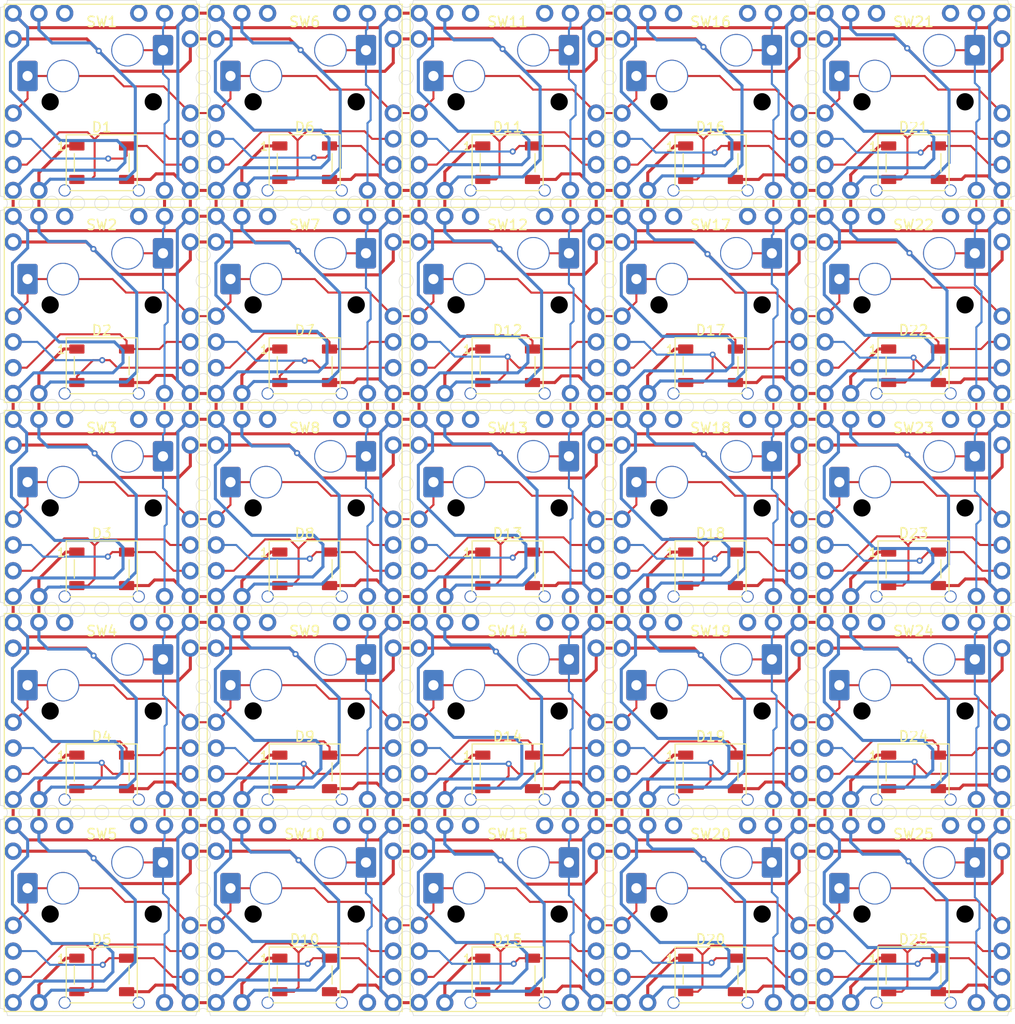
<source format=kicad_pcb>
(kicad_pcb (version 20241229) (generator "pcbnew") (generator_version "9.0")
  (layers (0 "F.Cu" signal) (2 "B.Cu" signal) (13 "F.Paste" user) (15 "B.Paste" user) (5 "F.SilkS" user "F.Silkscreen") (7 "B.SilkS" user "B.Silkscreen") (1 "F.Mask" user) (3 "B.Mask" user) (25 "Edge.Cuts" user))
  (net 0 "")
  (net 1 "Net-(D1-DOUT)")
  (net 2 "Net-(D2-DIN)")
  (net 3 "Net-(D2-DOUT)")
  (net 4 "Net-(D4-DIN)")
  (net 5 "Net-(D3-DOUT)")
  (net 6 "Net-(D4-DOUT)")
  (net 7 "Net-(D19-DIN)")
  (net 8 "Net-(D10-DIN)")
  (net 9 "Net-(D23-DOUT)")
  (net 10 "Net-(D21-DOUT)")
  (net 11 "Net-(D12-DOUT)")
  (net 12 "Net-(D13-DIN)")
  (net 13 "Net-(D14-DIN)")
  (net 14 "Net-(D10-DOUT)")
  (net 15 "Net-(D11-DOUT)")
  (net 16 "Net-(D12-DIN)")
  (net 17 "Net-(D13-DOUT)")
  (net 18 "Net-(D14-DOUT)")
  (net 19 "Net-(D15-DOUT)")
  (net 20 "Net-(D16-DOUT)")
  (net 21 "Net-(D17-DIN)")
  (net 22 "Net-(D18-DOUT)")
  (net 23 "Net-(D20-DOUT)")
  (net 24 "Net-(D11-DIN)")
  (net 25 "Net-(SW1-Pad2)")
  (net 26 "Net-(SW1-Pad1)")
  (net 27 "Net-(SW12-Pad1)")
  (net 28 "Net-(SW13-Pad1)")
  (net 29 "Net-(SW14-Pad1)")
  (net 30 "Net-(SW10-Pad1)")
  (net 31 "Net-(SW10-Pad2)")
  (net 32 "Net-(SW11-Pad2)")
  (net 33 "Net-(SW16-Pad2)")
  (net 34 "Net-(SW21-Pad2)")
  (net 35 "GND")
  (net 36 "VCC")
  (net 37 "Net-(D1-DIN)")
  (net 38 "Net-(D25-DOUT)")
  (net 39 "Net-(D3-DIN)")
  (net 40 "Net-(D5-DIN)")
  (net 41 "Net-(D22-DIN)")
  (net 42 "Net-(D24-DIN)")
  (net 43 "Net-(D5-DOUT)")
  (net 44 "Net-(D6-DOUT)")
  (net 45 "Net-(D6-DIN)")
  (net 46 "Net-(D7-DIN)")
  (net 47 "Net-(D7-DOUT)")
  (net 48 "Net-(D9-DOUT)")
  (net 49 "Net-(D9-DIN)")
  (net 50 "Net-(D15-DIN)")
  (net 51 "Net-(D16-DIN)")
  (net 52 "Net-(D17-DOUT)")
  (net 53 "Net-(D19-DOUT)")
  (net 54 "Net-(D20-DIN)")
  (net 55 "Net-(D21-DIN)")
  (net 56 "Net-(D22-DOUT)")
  (net 57 "Net-(D24-DOUT)")
  (net 58 "Net-(D25-DIN)")
  (net 59 "Net-(D8-DOUT)")
  (net 60 "Net-(D8-DIN)")
  (net 61 "Net-(D18-DIN)")
  (net 62 "Net-(D23-DIN)")
  (footprint "mykbd:seat" (layer "F.Cu") (at 120 60)
    (property "Reference" "SW22")
    (property "Value" "mykbd")
  )
  (footprint "mykbd:seat" (layer "F.Cu") (at 100 60)
    (property "Reference" "SW17")
    (property "Value" "mykbd")
  )
  (footprint "mykbd:seat" (layer "F.Cu") (at 100 80)
    (property "Reference" "SW18")
    (property "Value" "mykbd")
  )
  (footprint "mykbd:seat" (layer "F.Cu") (at 100 100)
    (property "Reference" "SW19")
    (property "Value" "mykbd")
  )
  (footprint "LED_SMD:LED_WS2812B_PLCC4_5.0x5.0mm_P3.2mm" (layer "F.Cu") (at 60 126)
    (property "Reference" "D10")
    (property "Value" "WS2812B")
  )
  (footprint "LED_SMD:LED_WS2812B_PLCC4_5.0x5.0mm_P3.2mm" (layer "F.Cu") (at 120 126)
    (property "Reference" "D25")
    (property "Value" "WS2812B")
  )
  (footprint "mykbd:seat" (layer "F.Cu") (at 40 60)
    (property "Reference" "SW2")
    (property "Value" "mykbd")
  )
  (footprint "LED_SMD:LED_WS2812B_PLCC4_5.0x5.0mm_P3.2mm" (layer "F.Cu") (at 40 86)
    (property "Reference" "D3")
    (property "Value" "WS2812B")
  )
  (footprint "mykbd:seat" (layer "F.Cu") (at 100 40)
    (property "Reference" "SW16")
    (property "Value" "mykbd")
  )
  (footprint "LED_SMD:LED_WS2812B_PLCC4_5.0x5.0mm_P3.2mm" (layer "F.Cu") (at 100 126)
    (property "Reference" "D20")
    (property "Value" "WS2812B")
  )
  (footprint "LED_SMD:LED_WS2812B_PLCC4_5.0x5.0mm_P3.2mm" (layer "F.Cu") (at 80 46)
    (property "Reference" "D11")
    (property "Value" "WS2812B")
  )
  (footprint "mykbd:seat" (layer "F.Cu") (at 120 120)
    (property "Reference" "SW25")
    (property "Value" "mykbd")
  )
  (footprint "LED_SMD:LED_WS2812B_PLCC4_5.0x5.0mm_P3.2mm" (layer "F.Cu") (at 60 46)
    (property "Reference" "D6")
    (property "Value" "WS2812B")
  )
  (footprint "LED_SMD:LED_WS2812B_PLCC4_5.0x5.0mm_P3.2mm" (layer "F.Cu") (at 40 46)
    (property "Reference" "D1")
    (property "Value" "WS2812B")
  )
  (footprint "LED_SMD:LED_WS2812B_PLCC4_5.0x5.0mm_P3.2mm" (layer "F.Cu") (at 100 86)
    (property "Reference" "D18")
    (property "Value" "WS2812B")
  )
  (footprint "LED_SMD:LED_WS2812B_PLCC4_5.0x5.0mm_P3.2mm" (layer "F.Cu") (at 100 106)
    (property "Reference" "D19")
    (property "Value" "WS2812B")
  )
  (footprint "LED_SMD:LED_WS2812B_PLCC4_5.0x5.0mm_P3.2mm" (layer "F.Cu") (at 40 106)
    (property "Reference" "D4")
    (property "Value" "WS2812B")
  )
  (footprint "mykbd:seat" (layer "F.Cu") (at 80 80)
    (property "Reference" "SW13")
    (property "Value" "mykbd")
  )
  (footprint "mykbd:seat" (layer "F.Cu") (at 80 100)
    (property "Reference" "SW14")
    (property "Value" "mykbd")
  )
  (footprint "LED_SMD:LED_WS2812B_PLCC4_5.0x5.0mm_P3.2mm" (layer "F.Cu") (at 60 86)
    (property "Reference" "D8")
    (property "Value" "WS2812B")
  )
  (footprint "LED_SMD:LED_WS2812B_PLCC4_5.0x5.0mm_P3.2mm" (layer "F.Cu") (at 60 66)
    (property "Reference" "D7")
    (property "Value" "WS2812B")
  )
  (footprint "LED_SMD:LED_WS2812B_PLCC4_5.0x5.0mm_P3.2mm" (layer "F.Cu") (at 40 126)
    (property "Reference" "D5")
    (property "Value" "WS2812B")
  )
  (footprint "LED_SMD:LED_WS2812B_PLCC4_5.0x5.0mm_P3.2mm" (layer "F.Cu") (at 80 106)
    (property "Reference" "D14")
    (property "Value" "WS2812B")
  )
  (footprint "mykbd:seat" (layer "F.Cu") (at 40 100)
    (property "Reference" "SW4")
    (property "Value" "mykbd")
  )
  (footprint "mykbd:seat" (layer "F.Cu") (at 120 80)
    (property "Reference" "SW23")
    (property "Value" "mykbd")
  )
  (footprint "mykbd:seat" (layer "F.Cu") (at 80 60)
    (property "Reference" "SW12")
    (property "Value" "mykbd")
  )
  (footprint "mykbd:seat" (layer "F.Cu") (at 40 40)
    (property "Reference" "SW1")
    (property "Value" "mykbd")
  )
  (footprint "LED_SMD:LED_WS2812B_PLCC4_5.0x5.0mm_P3.2mm" (layer "F.Cu") (at 60 106)
    (property "Reference" "D9")
    (property "Value" "WS2812B")
  )
  (footprint "LED_SMD:LED_WS2812B_PLCC4_5.0x5.0mm_P3.2mm" (layer "F.Cu") (at 80 126)
    (property "Reference" "D15")
    (property "Value" "WS2812B")
  )
  (footprint "LED_SMD:LED_WS2812B_PLCC4_5.0x5.0mm_P3.2mm" (layer "F.Cu") (at 80 66)
    (property "Reference" "D12")
    (property "Value" "WS2812B")
  )
  (footprint "LED_SMD:LED_WS2812B_PLCC4_5.0x5.0mm_P3.2mm" (layer "F.Cu") (at 80 86)
    (property "Reference" "D13")
    (property "Value" "WS2812B")
  )
  (footprint "LED_SMD:LED_WS2812B_PLCC4_5.0x5.0mm_P3.2mm" (layer "F.Cu") (at 100 66)
    (property "Reference" "D17")
    (property "Value" "WS2812B")
  )
  (footprint "mykbd:seat" (layer "F.Cu") (at 120 40)
    (property "Reference" "SW21")
    (property "Value" "mykbd")
  )
  (footprint "mykbd:seat" (layer "F.Cu") (at 60 40)
    (property "Reference" "SW6")
    (property "Value" "mykbd")
  )
  (footprint "LED_SMD:LED_WS2812B_PLCC4_5.0x5.0mm_P3.2mm" (layer "F.Cu") (at 120 46)
    (property "Reference" "D21")
    (property "Value" "WS2812B")
  )
  (footprint "mykbd:seat" (layer "F.Cu") (at 40 120)
    (property "Reference" "SW5")
    (property "Value" "mykbd")
  )
  (footprint "mykbd:seat" (layer "F.Cu") (at 60 120)
    (property "Reference" "SW10")
    (property "Value" "mykbd")
  )
  (footprint "mykbd:seat" (layer "F.Cu") (at 120 100)
    (property "Reference" "SW24")
    (property "Value" "mykbd")
  )
  (footprint "mykbd:seat" (layer "F.Cu") (at 80 120)
    (property "Reference" "SW15")
    (property "Value" "mykbd")
  )
  (footprint "LED_SMD:LED_WS2812B_PLCC4_5.0x5.0mm_P3.2mm" (layer "F.Cu") (at 120 106)
    (property "Reference" "D24")
    (property "Value" "WS2812B")
  )
  (footprint "mykbd:seat" (layer "F.Cu") (at 60 100)
    (property "Reference" "SW9")
    (property "Value" "mykbd")
  )
  (footprint "LED_SMD:LED_WS2812B_PLCC4_5.0x5.0mm_P3.2mm" (layer "F.Cu") (at 120 66)
    (property "Reference" "D22")
    (property "Value" "WS2812B")
  )
  (footprint "mykbd:seat" (layer "F.Cu") (at 60 60)
    (property "Reference" "SW7")
    (property "Value" "mykbd")
  )
  (footprint "mykbd:seat" (layer "F.Cu") (at 40 80)
    (property "Reference" "SW3")
    (property "Value" "mykbd")
  )
  (footprint "mykbd:seat" (layer "F.Cu") (at 60 80)
    (property "Reference" "SW8")
    (property "Value" "mykbd")
  )
  (footprint "LED_SMD:LED_WS2812B_PLCC4_5.0x5.0mm_P3.2mm" (layer "F.Cu") (at 100 46)
    (property "Reference" "D16")
    (property "Value" "WS2812B")
  )
  (footprint "LED_SMD:LED_WS2812B_PLCC4_5.0x5.0mm_P3.2mm" (layer "F.Cu") (at 40 66)
    (property "Reference" "D2")
    (property "Value" "WS2812B")
  )
  (footprint "LED_SMD:LED_WS2812B_PLCC4_5.0x5.0mm_P3.2mm" (layer "F.Cu") (at 120 86)
    (property "Reference" "D23")
    (property "Value" "WS2812B")
  )
  (footprint "mykbd:seat" (layer "F.Cu") (at 80 40)
    (property "Reference" "SW11")
    (property "Value" "mykbd")
  )
  (footprint "mykbd:seat" (layer "F.Cu") (at 100 120)
    (property "Reference" "SW20")
    (property "Value" "mykbd")
  )
  (gr_circle (center 55.08 50) (end 55.78 50) (stroke (width 0.05)) (fill no) (layer "Edge.Cuts"))
  (gr_circle (center 70 95.08) (end 70 95.78) (stroke (width 0.05)) (fill no) (layer "Edge.Cuts"))
  (gr_circle (center 90 35.08) (end 90 35.78) (stroke (width 0.05)) (fill no) (layer "Edge.Cuts"))
  (gr_circle (center 70 72.54) (end 70 73.24) (stroke (width 0.05)) (fill no) (layer "Edge.Cuts"))
  (gr_circle (center 70 59.84) (end 70.7 59.84) (stroke (width 0.05)) (fill no) (layer "Edge.Cuts"))
  (gr_circle (center 70 47.46) (end 70 48.16) (stroke (width 0.05)) (fill no) (layer "Edge.Cuts"))
  (gr_circle (center 122.38 90) (end 123.08 90) (stroke (width 0.05)) (fill no) (layer "Edge.Cuts"))
  (gr_circle (center 90 117.62) (end 90 118.32) (stroke (width 0.05)) (fill no) (layer "Edge.Cuts"))
  (gr_circle (center 107.46 70) (end 108.16 70) (stroke (width 0.05)) (fill no) (layer "Edge.Cuts"))
  (gr_circle (center 115.08 50) (end 115.78 50) (stroke (width 0.05)) (fill no) (layer "Edge.Cuts"))
  (gr_circle (center 90 79.84) (end 90.7 79.84) (stroke (width 0.05)) (fill no) (layer "Edge.Cuts"))
  (gr_circle (center 44.92 90) (end 45.62 90) (stroke (width 0.05)) (fill no) (layer "Edge.Cuts"))
  (gr_circle (center 110 39.84) (end 110.7 39.84) (stroke (width 0.05)) (fill no) (layer "Edge.Cuts"))
  (gr_circle (center 110 70) (end 110.7 70) (stroke (width 0.05)) (fill no) (layer "Edge.Cuts"))
  (gr_circle (center 50 52.54) (end 50 53.24) (stroke (width 0.05)) (fill no) (layer "Edge.Cuts"))
  (gr_circle (center 124.92 90) (end 125.62 90) (stroke (width 0.05)) (fill no) (layer "Edge.Cuts"))
  (gr_circle (center 110 95.08) (end 110 95.78) (stroke (width 0.05)) (fill no) (layer "Edge.Cuts"))
  (gr_circle (center 50 119.84) (end 50.7 119.84) (stroke (width 0.05)) (fill no) (layer "Edge.Cuts"))
  (gr_circle (center 110 82.38) (end 110 83.08) (stroke (width 0.05)) (fill no) (layer "Edge.Cuts"))
  (gr_circle (center 50 122.38) (end 50 123.08) (stroke (width 0.05)) (fill no) (layer "Edge.Cuts"))
  (gr_circle (center 100 50) (end 100.7 50) (stroke (width 0.05)) (fill no) (layer "Edge.Cuts"))
  (gr_circle (center 70 90) (end 70.7 90) (stroke (width 0.05)) (fill no) (layer "Edge.Cuts"))
  (gr_circle (center 72.54 50) (end 73.24 50) (stroke (width 0.05)) (fill no) (layer "Edge.Cuts"))
  (gr_circle (center 50 127.46) (end 50 128.16) (stroke (width 0.05)) (fill no) (layer "Edge.Cuts"))
  (gr_circle (center 90 57.62) (end 90 58.32) (stroke (width 0.05)) (fill no) (layer "Edge.Cuts"))
  (gr_circle (center 90 64.92) (end 90 65.62) (stroke (width 0.05)) (fill no) (layer "Edge.Cuts"))
  (gr_arc (start 30 109.3) (mid 30.7 110) (end 30 110.7) (stroke (width 0.05)) (layer "Edge.Cuts"))
  (gr_circle (center 120 110) (end 120.7 110) (stroke (width 0.05)) (fill no) (layer "Edge.Cuts"))
  (gr_circle (center 117.62 110) (end 118.32 110) (stroke (width 0.05)) (fill no) (layer "Edge.Cuts"))
  (gr_circle (center 110 32.54) (end 110 33.24) (stroke (width 0.05)) (fill no) (layer "Edge.Cuts"))
  (gr_circle (center 120 90) (end 120.7 90) (stroke (width 0.05)) (fill no) (layer "Edge.Cuts"))
  (gr_circle (center 70 70) (end 70.7 70) (stroke (width 0.05)) (fill no) (layer "Edge.Cuts"))
  (gr_circle (center 90 32.54) (end 90 33.24) (stroke (width 0.05)) (fill no) (layer "Edge.Cuts"))
  (gr_circle (center 115.08 70) (end 115.78 70) (stroke (width 0.05)) (fill no) (layer "Edge.Cuts"))
  (gr_line (start 90.7 130) (end 109.3 130) (stroke (width 0.05)) (layer "Edge.Cuts"))
  (gr_circle (center 70 82.38) (end 70 83.08) (stroke (width 0.05)) (fill no) (layer "Edge.Cuts"))
  (gr_circle (center 57.62 110) (end 58.32 110) (stroke (width 0.05)) (fill no) (layer "Edge.Cuts"))
  (gr_circle (center 70 112.54) (end 70 113.24) (stroke (width 0.05)) (fill no) (layer "Edge.Cuts"))
  (gr_circle (center 70 75.08) (end 70 75.78) (stroke (width 0.05)) (fill no) (layer "Edge.Cuts"))
  (gr_circle (center 90 44.92) (end 90 45.62) (stroke (width 0.05)) (fill no) (layer "Edge.Cuts"))
  (gr_circle (center 110 112.54) (end 110 113.24) (stroke (width 0.05)) (fill no) (layer "Edge.Cuts"))
  (gr_circle (center 110 77.62) (end 110 78.32) (stroke (width 0.05)) (fill no) (layer "Edge.Cuts"))
  (gr_circle (center 77.62 70) (end 78.32 70) (stroke (width 0.05)) (fill no) (layer "Edge.Cuts"))
  (gr_circle (center 35.08 110) (end 35.78 110) (stroke (width 0.05)) (fill no) (layer "Edge.Cuts"))
  (gr_circle (center 50 64.92) (end 50 65.62) (stroke (width 0.05)) (fill no) (layer "Edge.Cuts"))
  (gr_circle (center 80 110) (end 80.7 110) (stroke (width 0.05)) (fill no) (layer "Edge.Cuts"))
  (gr_circle (center 70 50) (end 70.7 50) (stroke (width 0.05)) (fill no) (layer "Edge.Cuts"))
  (gr_circle (center 80 70) (end 80.7 70) (stroke (width 0.05)) (fill no) (layer "Edge.Cuts"))
  (gr_circle (center 32.54 50) (end 33.24 50) (stroke (width 0.05)) (fill no) (layer "Edge.Cuts"))
  (gr_circle (center 40 70) (end 40.7 70) (stroke (width 0.05)) (fill no) (layer "Edge.Cuts"))
  (gr_circle (center 50 115.08) (end 50 115.78) (stroke (width 0.05)) (fill no) (layer "Edge.Cuts"))
  (gr_circle (center 95.08 90) (end 95.78 90) (stroke (width 0.05)) (fill no) (layer "Edge.Cuts"))
  (gr_circle (center 110 119.84) (end 110.7 119.84) (stroke (width 0.05)) (fill no) (layer "Edge.Cuts"))
  (gr_circle (center 110 84.92) (end 110 85.62) (stroke (width 0.05)) (fill no) (layer "Edge.Cuts"))
  (gr_circle (center 110 37.62) (end 110 38.32) (stroke (width 0.05)) (fill no) (layer "Edge.Cuts"))
  (gr_circle (center 84.92 110) (end 85.62 110) (stroke (width 0.05)) (fill no) (layer "Edge.Cuts"))
  (gr_circle (center 87.46 110) (end 88.16 110) (stroke (width 0.05)) (fill no) (layer "Edge.Cuts"))
  (gr_circle (center 90 47.46) (end 90 48.16) (stroke (width 0.05)) (fill no) (layer "Edge.Cuts"))
  (gr_circle (center 50 37.62) (end 50 38.32) (stroke (width 0.05)) (fill no) (layer "Edge.Cuts"))
  (gr_circle (center 32.54 110) (end 33.24 110) (stroke (width 0.05)) (fill no) (layer "Edge.Cuts"))
  (gr_circle (center 60 70) (end 60.7 70) (stroke (width 0.05)) (fill no) (layer "Edge.Cuts"))
  (gr_circle (center 110 104.92) (end 110 105.62) (stroke (width 0.05)) (fill no) (layer "Edge.Cuts"))
  (gr_circle (center 110 99.84) (end 110.7 99.84) (stroke (width 0.05)) (fill no) (layer "Edge.Cuts"))
  (gr_circle (center 32.54 90) (end 33.24 90) (stroke (width 0.05)) (fill no) (layer "Edge.Cuts"))
  (gr_circle (center 50 39.84) (end 50.7 39.84) (stroke (width 0.05)) (fill no) (layer "Edge.Cuts"))
  (gr_circle (center 50 99.84) (end 50.7 99.84) (stroke (width 0.05)) (fill no) (layer "Edge.Cuts"))
  (gr_circle (center 124.92 50) (end 125.62 50) (stroke (width 0.05)) (fill no) (layer "Edge.Cuts"))
  (gr_circle (center 127.46 50) (end 128.16 50) (stroke (width 0.05)) (fill no) (layer "Edge.Cuts"))
  (gr_line (start 30 89.3) (end 30 70.7) (stroke (width 0.05)) (layer "Edge.Cuts"))
  (gr_line (start 50.7 30) (end 69.3 30) (stroke (width 0.05)) (layer "Edge.Cuts"))
  (gr_circle (center 77.62 50) (end 78.32 50) (stroke (width 0.05)) (fill no) (layer "Edge.Cuts"))
  (gr_circle (center 42.38 50) (end 43.08 50) (stroke (width 0.05)) (fill no) (layer "Edge.Cuts"))
  (gr_line (start 130 129.3) (end 130 110.7) (stroke (width 0.05)) (layer "Edge.Cuts"))
  (gr_arc (start 89.3 130) (mid 90 129.3) (end 90.7 130) (stroke (width 0.05)) (layer "Edge.Cuts"))
  (gr_circle (center 95.08 70) (end 95.78 70) (stroke (width 0.05)) (fill no) (layer "Edge.Cuts"))
  (gr_circle (center 115.08 90) (end 115.78 90) (stroke (width 0.05)) (fill no) (layer "Edge.Cuts"))
  (gr_circle (center 97.62 70) (end 98.32 70) (stroke (width 0.05)) (fill no) (layer "Edge.Cuts"))
  (gr_line (start 129.3 30) (end 110.7 30) (stroke (width 0.05)) (layer "Edge.Cuts"))
  (gr_circle (center 50 67.46) (end 50 68.16) (stroke (width 0.05)) (fill no) (layer "Edge.Cuts"))
  (gr_circle (center 92.54 110) (end 93.24 110) (stroke (width 0.05)) (fill no) (layer "Edge.Cuts"))
  (gr_circle (center 112.54 110) (end 113.24 110) (stroke (width 0.05)) (fill no) (layer "Edge.Cuts"))
  (gr_circle (center 70 115.08) (end 70 115.78) (stroke (width 0.05)) (fill no) (layer "Edge.Cuts"))
  (gr_circle (center 122.38 70) (end 123.08 70) (stroke (width 0.05)) (fill no) (layer "Edge.Cuts"))
  (gr_arc (start 130 110.7) (mid 129.3 110) (end 130 109.3) (stroke (width 0.05)) (layer "Edge.Cuts"))
  (gr_line (start 130 90.7) (end 130 109.3) (stroke (width 0.05)) (layer "Edge.Cuts"))
  (gr_circle (center 90 59.84) (end 90.7 59.84) (stroke (width 0.05)) (fill no) (layer "Edge.Cuts"))
  (gr_circle (center 40 90) (end 40.7 90) (stroke (width 0.05)) (fill no) (layer "Edge.Cuts"))
  (gr_circle (center 110 92.54) (end 110 93.24) (stroke (width 0.05)) (fill no) (layer "Edge.Cuts"))
  (gr_circle (center 90 50) (end 90.7 50) (stroke (width 0.05)) (fill no) (layer "Edge.Cuts"))
  (gr_circle (center 32.54 70) (end 33.24 70) (stroke (width 0.05)) (fill no) (layer "Edge.Cuts"))
  (gr_arc (start 50.7 30) (mid 50 30.7) (end 49.3 30) (stroke (width 0.05)) (layer "Edge.Cuts"))
  (gr_arc (start 109.3 130) (mid 110 129.3) (end 110.7 130) (stroke (width 0.05)) (layer "Edge.Cuts"))
  (gr_circle (center 50 42.38) (end 50 43.08) (stroke (width 0.05)) (fill no) (layer "Edge.Cuts"))
  (gr_circle (center 110 97.62) (end 110 98.32) (stroke (width 0.05)) (fill no) (layer "Edge.Cuts"))
  (gr_circle (center 50 84.92) (end 50 85.62) (stroke (width 0.05)) (fill no) (layer "Edge.Cuts"))
  (gr_circle (center 104.92 50) (end 105.62 50) (stroke (width 0.05)) (fill no) (layer "Edge.Cuts"))
  (gr_circle (center 84.92 90) (end 85.62 90) (stroke (width 0.05)) (fill no) (layer "Edge.Cuts"))
  (gr_circle (center 62.38 90) (end 63.08 90) (stroke (width 0.05)) (fill no) (layer "Edge.Cuts"))
  (gr_circle (center 57.62 90) (end 58.32 90) (stroke (width 0.05)) (fill no) (layer "Edge.Cuts"))
  (gr_arc (start 70.7 30) (mid 70 30.7) (end 69.3 30) (stroke (width 0.05)) (layer "Edge.Cuts"))
  (gr_circle (center 44.92 110) (end 45.62 110) (stroke (width 0.05)) (fill no) (layer "Edge.Cuts"))
  (gr_circle (center 50 90) (end 50.7 90) (stroke (width 0.05)) (fill no) (layer "Edge.Cuts"))
  (gr_circle (center 100 70) (end 100.7 70) (stroke (width 0.05)) (fill no) (layer "Edge.Cuts"))
  (gr_circle (center 82.38 70) (end 83.08 70) (stroke (width 0.05)) (fill no) (layer "Edge.Cuts"))
  (gr_circle (center 70 79.84) (end 70.7 79.84) (stroke (width 0.05)) (fill no) (layer "Edge.Cuts"))
  (gr_circle (center 75.08 90) (end 75.78 90) (stroke (width 0.05)) (fill no) (layer "Edge.Cuts"))
  (gr_circle (center 70 52.54) (end 70 53.24) (stroke (width 0.05)) (fill no) (layer "Edge.Cuts"))
  (gr_circle (center 44.92 50) (end 45.62 50) (stroke (width 0.05)) (fill no) (layer "Edge.Cuts"))
  (gr_circle (center 50 102.38) (end 50 103.08) (stroke (width 0.05)) (fill no) (layer "Edge.Cuts"))
  (gr_circle (center 104.92 90) (end 105.62 90) (stroke (width 0.05)) (fill no) (layer "Edge.Cuts"))
  (gr_circle (center 110 110) (end 110.7 110) (stroke (width 0.05)) (fill no) (layer "Edge.Cuts"))
  (gr_circle (center 72.54 70) (end 73.24 70) (stroke (width 0.05)) (fill no) (layer "Edge.Cuts"))
  (gr_circle (center 110 122.38) (end 110 123.08) (stroke (width 0.05)) (fill no) (layer "Edge.Cuts"))
  (gr_circle (center 102.38 70) (end 103.08 70) (stroke (width 0.05)) (fill no) (layer "Edge.Cuts"))
  (gr_circle (center 77.62 110) (end 78.32 110) (stroke (width 0.05)) (fill no) (layer "Edge.Cuts"))
  (gr_circle (center 104.92 70) (end 105.62 70) (stroke (width 0.05)) (fill no) (layer "Edge.Cuts"))
  (gr_circle (center 117.62 50) (end 118.32 50) (stroke (width 0.05)) (fill no) (layer "Edge.Cuts"))
  (gr_circle (center 60 90) (end 60.7 90) (stroke (width 0.05)) (fill no) (layer "Edge.Cuts"))
  (gr_circle (center 55.08 90) (end 55.78 90) (stroke (width 0.05)) (fill no) (layer "Edge.Cuts"))
  (gr_circle (center 107.46 90) (end 108.16 90) (stroke (width 0.05)) (fill no) (layer "Edge.Cuts"))
  (gr_circle (center 127.46 110) (end 128.16 110) (stroke (width 0.05)) (fill no) (layer "Edge.Cuts"))
  (gr_circle (center 90 77.62) (end 90 78.32) (stroke (width 0.05)) (fill no) (layer "Edge.Cuts"))
  (gr_circle (center 95.08 50) (end 95.78 50) (stroke (width 0.05)) (fill no) (layer "Edge.Cuts"))
  (gr_arc (start 130 50.7) (mid 129.3 50) (end 130 49.3) (stroke (width 0.05)) (layer "Edge.Cuts"))
  (gr_circle (center 110 57.62) (end 110 58.32) (stroke (width 0.05)) (fill no) (layer "Edge.Cuts"))
  (gr_circle (center 110 67.46) (end 110 68.16) (stroke (width 0.05)) (fill no) (layer "Edge.Cuts"))
  (gr_circle (center 97.62 110) (end 98.32 110) (stroke (width 0.05)) (fill no) (layer "Edge.Cuts"))
  (gr_circle (center 50 92.54) (end 50 93.24) (stroke (width 0.05)) (fill no) (layer "Edge.Cuts"))
  (gr_circle (center 35.08 50) (end 35.78 50) (stroke (width 0.05)) (fill no) (layer "Edge.Cuts"))
  (gr_circle (center 47.46 70) (end 48.16 70) (stroke (width 0.05)) (fill no) (layer "Edge.Cuts"))
  (gr_circle (center 50 47.46) (end 50 48.16) (stroke (width 0.05)) (fill no) (layer "Edge.Cuts"))
  (gr_circle (center 50 95.08) (end 50 95.78) (stroke (width 0.05)) (fill no) (layer "Edge.Cuts"))
  (gr_circle (center 97.62 90) (end 98.32 90) (stroke (width 0.05)) (fill no) (layer "Edge.Cuts"))
  (gr_circle (center 102.38 90) (end 103.08 90) (stroke (width 0.05)) (fill no) (layer "Edge.Cuts"))
  (gr_circle (center 110 52.54) (end 110 53.24) (stroke (width 0.05)) (fill no) (layer "Edge.Cuts"))
  (gr_circle (center 112.54 90) (end 113.24 90) (stroke (width 0.05)) (fill no) (layer "Edge.Cuts"))
  (gr_arc (start 30.7 30) (mid 30.494975 30.494975) (end 30 30.7) (stroke (width 0.05)) (layer "Edge.Cuts"))
  (gr_line (start 49.3 30) (end 30.7 30) (stroke (width 0.05)) (layer "Edge.Cuts"))
  (gr_circle (center 50 87.46) (end 50 88.16) (stroke (width 0.05)) (fill no) (layer "Edge.Cuts"))
  (gr_circle (center 77.62 90) (end 78.32 90) (stroke (width 0.05)) (fill no) (layer "Edge.Cuts"))
  (gr_circle (center 127.46 90) (end 128.16 90) (stroke (width 0.05)) (fill no) (layer "Edge.Cuts"))
  (gr_circle (center 84.92 50) (end 85.62 50) (stroke (width 0.05)) (fill no) (layer "Edge.Cuts"))
  (gr_circle (center 102.38 110) (end 103.08 110) (stroke (width 0.05)) (fill no) (layer "Edge.Cuts"))
  (gr_circle (center 37.62 110) (end 38.32 110) (stroke (width 0.05)) (fill no) (layer "Edge.Cuts"))
  (gr_circle (center 70 77.62) (end 70 78.32) (stroke (width 0.05)) (fill no) (layer "Edge.Cuts"))
  (gr_circle (center 110 62.38) (end 110 63.08) (stroke (width 0.05)) (fill no) (layer "Edge.Cuts"))
  (gr_circle (center 102.38 50) (end 103.08 50) (stroke (width 0.05)) (fill no) (layer "Edge.Cuts"))
  (gr_circle (center 52.54 90) (end 53.24 90) (stroke (width 0.05)) (fill no) (layer "Edge.Cuts"))
  (gr_circle (center 70 104.92) (end 70 105.62) (stroke (width 0.05)) (fill no) (layer "Edge.Cuts"))
  (gr_circle (center 110 107.46) (end 110 108.16) (stroke (width 0.05)) (fill no) (layer "Edge.Cuts"))
  (gr_circle (center 90 99.84) (end 90.7 99.84) (stroke (width 0.05)) (fill no) (layer "Edge.Cuts"))
  (gr_arc (start 49.3 130) (mid 50 129.3) (end 50.7 130) (stroke (width 0.05)) (layer "Edge.Cuts"))
  (gr_arc (start 30 49.3) (mid 30.7 50) (end 30 50.7) (stroke (width 0.05)) (layer "Edge.Cuts"))
  (gr_circle (center 64.92 70) (end 65.62 70) (stroke (width 0.05)) (fill no) (layer "Edge.Cuts"))
  (gr_line (start 50.7 130) (end 69.3 130) (stroke (width 0.05)) (layer "Edge.Cuts"))
  (gr_circle (center 120 50) (end 120.7 50) (stroke (width 0.05)) (fill no) (layer "Edge.Cuts"))
  (gr_circle (center 90 110) (end 90.7 110) (stroke (width 0.05)) (fill no) (layer "Edge.Cuts"))
  (gr_circle (center 50 79.84) (end 50.7 79.84) (stroke (width 0.05)) (fill no) (layer "Edge.Cuts"))
  (gr_circle (center 62.38 70) (end 63.08 70) (stroke (width 0.05)) (fill no) (layer "Edge.Cuts"))
  (gr_circle (center 90 72.54) (end 90 73.24) (stroke (width 0.05)) (fill no) (layer "Edge.Cuts"))
  (gr_circle (center 37.62 70) (end 38.32 70) (stroke (width 0.05)) (fill no) (layer "Edge.Cuts"))
  (gr_circle (center 110 50) (end 110.7 50) (stroke (width 0.05)) (fill no) (layer "Edge.Cuts"))
  (gr_circle (center 70 57.62) (end 70 58.32) (stroke (width 0.05)) (fill no) (layer "Edge.Cuts"))
  (gr_circle (center 50 124.92) (end 50 125.62) (stroke (width 0.05)) (fill no) (layer "Edge.Cuts"))
  (gr_circle (center 70 127.46) (end 70 128.16) (stroke (width 0.05)) (fill no) (layer "Edge.Cuts"))
  (gr_circle (center 75.08 70) (end 75.78 70) (stroke (width 0.05)) (fill no) (layer "Edge.Cuts"))
  (gr_circle (center 90 55.08) (end 90 55.78) (stroke (width 0.05)) (fill no) (layer "Edge.Cuts"))
  (gr_line (start 130 89.3) (end 130 70.7) (stroke (width 0.05)) (layer "Edge.Cuts"))
  (gr_circle (center 70 102.38) (end 70 103.08) (stroke (width 0.05)) (fill no) (layer "Edge.Cuts"))
  (gr_circle (center 70 122.38) (end 70 123.08) (stroke (width 0.05)) (fill no) (layer "Edge.Cuts"))
  (gr_circle (center 92.54 90) (end 93.24 90) (stroke (width 0.05)) (fill no) (layer "Edge.Cuts"))
  (gr_circle (center 40 50) (end 40.7 50) (stroke (width 0.05)) (fill no) (layer "Edge.Cuts"))
  (gr_circle (center 70 107.46) (end 70 108.16) (stroke (width 0.05)) (fill no) (layer "Edge.Cuts"))
  (gr_circle (center 70 35.08) (end 70 35.78) (stroke (width 0.05)) (fill no) (layer "Edge.Cuts"))
  (gr_circle (center 50 35.08) (end 50 35.78) (stroke (width 0.05)) (fill no) (layer "Edge.Cuts"))
  (gr_circle (center 90 97.62) (end 90 98.32) (stroke (width 0.05)) (fill no) (layer "Edge.Cuts"))
  (gr_circle (center 90 124.92) (end 90 125.62) (stroke (width 0.05)) (fill no) (layer "Edge.Cuts"))
  (gr_circle (center 107.46 50) (end 108.16 50) (stroke (width 0.05)) (fill no) (layer "Edge.Cuts"))
  (gr_circle (center 107.46 110) (end 108.16 110) (stroke (width 0.05)) (fill no) (layer "Edge.Cuts"))
  (gr_circle (center 52.54 110) (end 53.24 110) (stroke (width 0.05)) (fill no) (layer "Edge.Cuts"))
  (gr_circle (center 95.08 110) (end 95.78 110) (stroke (width 0.05)) (fill no) (layer "Edge.Cuts"))
  (gr_circle (center 60 50) (end 60.7 50) (stroke (width 0.05)) (fill no) (layer "Edge.Cuts"))
  (gr_circle (center 47.46 50) (end 48.16 50) (stroke (width 0.05)) (fill no) (layer "Edge.Cuts"))
  (gr_circle (center 60 110) (end 60.7 110) (stroke (width 0.05)) (fill no) (layer "Edge.Cuts"))
  (gr_circle (center 87.46 70) (end 88.16 70) (stroke (width 0.05)) (fill no) (layer "Edge.Cuts"))
  (gr_circle (center 100 90) (end 100.7 90) (stroke (width 0.05)) (fill no) (layer "Edge.Cuts"))
  (gr_arc (start 130 70.7) (mid 129.3 70) (end 130 69.3) (stroke (width 0.05)) (layer "Edge.Cuts"))
  (gr_circle (center 110 72.54) (end 110 73.24) (stroke (width 0.05)) (fill no) (layer "Edge.Cuts"))
  (gr_circle (center 90 62.38) (end 90 63.08) (stroke (width 0.05)) (fill no) (layer "Edge.Cuts"))
  (gr_circle (center 70 92.54) (end 70 93.24) (stroke (width 0.05)) (fill no) (layer "Edge.Cuts"))
  (gr_line (start 89.3 30) (end 70.7 30) (stroke (width 0.05)) (layer "Edge.Cuts"))
  (gr_circle (center 52.54 70) (end 53.24 70) (stroke (width 0.05)) (fill no) (layer "Edge.Cuts"))
  (gr_circle (center 90 107.46) (end 90 108.16) (stroke (width 0.05)) (fill no) (layer "Edge.Cuts"))
  (gr_circle (center 90 70) (end 90.7 70) (stroke (width 0.05)) (fill no) (layer "Edge.Cuts"))
  (gr_circle (center 67.46 70) (end 68.16 70) (stroke (width 0.05)) (fill no) (layer "Edge.Cuts"))
  (gr_circle (center 50 107.46) (end 50 108.16) (stroke (width 0.05)) (fill no) (layer "Edge.Cuts"))
  (gr_circle (center 70 124.92) (end 70 125.62) (stroke (width 0.05)) (fill no) (layer "Edge.Cuts"))
  (gr_circle (center 117.62 70) (end 118.32 70) (stroke (width 0.05)) (fill no) (layer "Edge.Cuts"))
  (gr_circle (center 70 32.54) (end 70 33.24) (stroke (width 0.05)) (fill no) (layer "Edge.Cuts"))
  (gr_circle (center 50 62.38) (end 50.7 62.38) (stroke (width 0.05)) (fill no) (layer "Edge.Cuts"))
  (gr_circle (center 67.46 50) (end 68.16 50) (stroke (width 0.05)) (fill no) (layer "Edge.Cuts"))
  (gr_circle (center 110 87.46) (end 110 88.16) (stroke (width 0.05)) (fill no) (layer "Edge.Cuts"))
  (gr_circle (center 70 84.92) (end 70 85.62) (stroke (width 0.05)) (fill no) (layer "Edge.Cuts"))
  (gr_circle (center 35.08 70) (end 35.78 70) (stroke (width 0.05)) (fill no) (layer "Edge.Cuts"))
  (gr_line (start 129.3 130) (end 110.7 130) (stroke (width 0.05)) (layer "Edge.Cuts"))
  (gr_circle (center 82.38 50) (end 83.08 50) (stroke (width 0.05)) (fill no) (layer "Edge.Cuts"))
  (gr_circle (center 124.92 70) (end 125.62 70) (stroke (width 0.05)) (fill no) (layer "Edge.Cuts"))
  (gr_circle (center 70 99.84) (end 70.7 99.84) (stroke (width 0.05)) (fill no) (layer "Edge.Cuts"))
  (gr_line (start 30 129.3) (end 30 110.7) (stroke (width 0.05)) (layer "Edge.Cuts"))
  (gr_circle (center 70 55.08) (end 70 55.78) (stroke (width 0.05)) (fill no) (layer "Edge.Cuts"))
  (gr_circle (center 90 90) (end 90.7 90) (stroke (width 0.05)) (fill no) (layer "Edge.Cuts"))
  (gr_circle (center 90 87.46) (end 90 88.16) (stroke (width 0.05)) (fill no) (layer "Edge.Cuts"))
  (gr_circle (center 80 50) (end 80.7 50) (stroke (width 0.05)) (fill no) (layer "Edge.Cuts"))
  (gr_circle (center 50 97.62) (end 50 98.32) (stroke (width 0.05)) (fill no) (layer "Edge.Cuts"))
  (gr_circle (center 50 117.62) (end 50 118.32) (stroke (width 0.05)) (fill no) (layer "Edge.Cuts"))
  (gr_circle (center 110 127.46) (end 110 128.16) (stroke (width 0.05)) (fill no) (layer "Edge.Cuts"))
  (gr_circle (center 37.62 50) (end 38.32 50) (stroke (width 0.05)) (fill no) (layer "Edge.Cuts"))
  (gr_circle (center 50 70) (end 50.7 70) (stroke (width 0.05)) (fill no) (layer "Edge.Cuts"))
  (gr_circle (center 124.92 110) (end 125.62 110) (stroke (width 0.05)) (fill no) (layer "Edge.Cuts"))
  (gr_circle (center 87.46 50) (end 88.16 50) (stroke (width 0.05)) (fill no) (layer "Edge.Cuts"))
  (gr_circle (center 62.38 110) (end 63.08 110) (stroke (width 0.05)) (fill no) (layer "Edge.Cuts"))
  (gr_line (start 89.3 130) (end 70.7 130) (stroke (width 0.05)) (layer "Edge.Cuts"))
  (gr_circle (center 42.38 110) (end 43.08 110) (stroke (width 0.05)) (fill no) (layer "Edge.Cuts"))
  (gr_circle (center 90 75.08) (end 90 75.78) (stroke (width 0.05)) (fill no) (layer "Edge.Cuts"))
  (gr_circle (center 42.38 90) (end 43.08 90) (stroke (width 0.05)) (fill no) (layer "Edge.Cuts"))
  (gr_circle (center 50 112.54) (end 50 113.24) (stroke (width 0.05)) (fill no) (layer "Edge.Cuts"))
  (gr_circle (center 50 72.54) (end 50 73.24) (stroke (width 0.05)) (fill no) (layer "Edge.Cuts"))
  (gr_circle (center 70 44.92) (end 70 45.62) (stroke (width 0.05)) (fill no) (layer "Edge.Cuts"))
  (gr_circle (center 87.46 90) (end 88.16 90) (stroke (width 0.05)) (fill no) (layer "Edge.Cuts"))
  (gr_circle (center 110 44.92) (end 110 45.62) (stroke (width 0.05)) (fill no) (layer "Edge.Cuts"))
  (gr_circle (center 110 90) (end 110.7 90) (stroke (width 0.05)) (fill no) (layer "Edge.Cuts"))
  (gr_line (start 49.3 130) (end 30.7 129.999999) (stroke (width 0.05)) (layer "Edge.Cuts"))
  (gr_circle (center 112.54 50) (end 113.24 50) (stroke (width 0.05)) (fill no) (layer "Edge.Cuts"))
  (gr_circle (center 112.54 70) (end 113.24 70) (stroke (width 0.05)) (fill no) (layer "Edge.Cuts"))
  (gr_circle (center 80 90) (end 80.7 90) (stroke (width 0.05)) (fill no) (layer "Edge.Cuts"))
  (gr_line (start 30 30.7) (end 30 49.3) (stroke (width 0.05)) (layer "Edge.Cuts"))
  (gr_circle (center 50 75.08) (end 50 75.78) (stroke (width 0.05)) (fill no) (layer "Edge.Cuts"))
  (gr_circle (center 70 97.62) (end 70 98.32) (stroke (width 0.05)) (fill no) (layer "Edge.Cuts"))
  (gr_circle (center 72.54 90) (end 73.24 90) (stroke (width 0.05)) (fill no) (layer "Edge.Cuts"))
  (gr_arc (start 130 90.7) (mid 129.3 90) (end 130 89.3) (stroke (width 0.05)) (layer "Edge.Cuts"))
  (gr_circle (center 70 39.84) (end 70.7 39.84) (stroke (width 0.05)) (fill no) (layer "Edge.Cuts"))
  (gr_circle (center 92.54 70) (end 93.24 70) (stroke (width 0.05)) (fill no) (layer "Edge.Cuts"))
  (gr_circle (center 90 92.54) (end 90 93.24) (stroke (width 0.05)) (fill no) (layer "Edge.Cuts"))
  (gr_circle (center 70 67.46) (end 70 68.16) (stroke (width 0.05)) (fill no) (layer "Edge.Cuts"))
  (gr_circle (center 67.46 90) (end 68.16 90) (stroke (width 0.05)) (fill no) (layer "Edge.Cuts"))
  (gr_circle (center 90 127.46) (end 90 128.16) (stroke (width 0.05)) (fill no) (layer "Edge.Cuts"))
  (gr_circle (center 90 84.92) (end 90 85.62) (stroke (width 0.05)) (fill no) (layer "Edge.Cuts"))
  (gr_arc (start 130 30.7) (mid 129.505025 30.494975) (end 129.3 30) (stroke (width 0.05)) (layer "Edge.Cuts"))
  (gr_circle (center 90 95.08) (end 90 95.78) (stroke (width 0.05)) (fill no) (layer "Edge.Cuts"))
  (gr_arc (start 30 129.3) (mid 30.494974 129.505025) (end 30.7 129.999999) (stroke (width 0.05)) (layer "Edge.Cuts"))
  (gr_circle (center 52.54 50) (end 53.24 50) (stroke (width 0.05)) (fill no) (layer "Edge.Cuts"))
  (gr_circle (center 75.08 50) (end 75.78 50) (stroke (width 0.05)) (fill no) (layer "Edge.Cuts"))
  (gr_circle (center 70 119.84) (end 70.7 119.84) (stroke (width 0.05)) (fill no) (layer "Edge.Cuts"))
  (gr_circle (center 104.92 110) (end 105.62 110) (stroke (width 0.05)) (fill no) (layer "Edge.Cuts"))
  (gr_circle (center 110 42.38) (end 110 43.08) (stroke (width 0.05)) (fill no) (layer "Edge.Cuts"))
  (gr_circle (center 90 104.92) (end 90 105.62) (stroke (width 0.05)) (fill no) (layer "Edge.Cuts"))
  (gr_circle (center 50 59.84) (end 50.7 59.84) (stroke (width 0.05)) (fill no) (layer "Edge.Cuts"))
  (gr_circle (center 50 32.54) (end 50 33.24) (stroke (width 0.05)) (fill no) (layer "Edge.Cuts"))
  (gr_circle (center 110 55.08) (end 110 55.78) (stroke (width 0.05)) (fill no) (layer "Edge.Cuts"))
  (gr_circle (center 110 117.62) (end 110 118.32) (stroke (width 0.05)) (fill no) (layer "Edge.Cuts"))
  (gr_circle (center 75.08 110) (end 75.78 110) (stroke (width 0.05)) (fill no) (layer "Edge.Cuts"))
  (gr_circle (center 40 110) (end 40.7 110) (stroke (width 0.05)) (fill no) (layer "Edge.Cuts"))
  (gr_circle (center 110 64.92) (end 110 65.62) (stroke (width 0.05)) (fill no) (layer "Edge.Cuts"))
  (gr_circle (center 117.62 90) (end 118.32 90) (stroke (width 0.05)) (fill no) (layer "Edge.Cuts"))
  (gr_circle (center 64.92 110) (end 65.62 110) (stroke (width 0.05)) (fill no) (layer "Edge.Cuts"))
  (gr_circle (center 50 104.92) (end 50 105.62) (stroke (width 0.05)) (fill no) (layer "Edge.Cuts"))
  (gr_circle (center 82.38 90) (end 83.08 90) (stroke (width 0.05)) (fill no) (layer "Edge.Cuts"))
  (gr_circle (center 90 37.62) (end 90 38.32) (stroke (width 0.05)) (fill no) (layer "Edge.Cuts"))
  (gr_circle (center 47.46 110) (end 48.16 110) (stroke (width 0.05)) (fill no) (layer "Edge.Cuts"))
  (gr_circle (center 110 59.84) (end 110.7 59.84) (stroke (width 0.05)) (fill no) (layer "Edge.Cuts"))
  (gr_circle (center 92.54 50) (end 93.24 50) (stroke (width 0.05)) (fill no) (layer "Edge.Cuts"))
  (gr_circle (center 64.92 50) (end 65.62 50) (stroke (width 0.05)) (fill no) (layer "Edge.Cuts"))
  (gr_circle (center 55.08 110) (end 55.78 110) (stroke (width 0.05)) (fill no) (layer "Edge.Cuts"))
  (gr_line (start 90.7 30) (end 109.3 30) (stroke (width 0.05)) (layer "Edge.Cuts"))
  (gr_circle (center 62.38 50) (end 63.08 50) (stroke (width 0.05)) (fill no) (layer "Edge.Cuts"))
  (gr_circle (center 90 122.38) (end 90 123.08) (stroke (width 0.05)) (fill no) (layer "Edge.Cuts"))
  (gr_line (start 130 30.7) (end 130 49.3) (stroke (width 0.05)) (layer "Edge.Cuts"))
  (gr_circle (center 100 110) (end 100.7 110) (stroke (width 0.05)) (fill no) (layer "Edge.Cuts"))
  (gr_circle (center 110 124.92) (end 110 125.62) (stroke (width 0.05)) (fill no) (layer "Edge.Cuts"))
  (gr_circle (center 50 82.38) (end 50 83.08) (stroke (width 0.05)) (fill no) (layer "Edge.Cuts"))
  (gr_circle (center 90 67.46) (end 90 68.16) (stroke (width 0.05)) (fill no) (layer "Edge.Cuts"))
  (gr_circle (center 84.92 70) (end 85.62 70) (stroke (width 0.05)) (fill no) (layer "Edge.Cuts"))
  (gr_line (start 130 50.7) (end 130 69.3) (stroke (width 0.05)) (layer "Edge.Cuts"))
  (gr_circle (center 122.38 50) (end 123.08 50) (stroke (width 0.05)) (fill no) (layer "Edge.Cuts"))
  (gr_circle (center 110 102.38) (end 110 103.08) (stroke (width 0.05)) (fill no) (layer "Edge.Cuts"))
  (gr_circle (center 72.54 110) (end 73.24 110) (stroke (width 0.05)) (fill no) (layer "Edge.Cuts"))
  (gr_line (start 30 90.7) (end 30 109.3) (stroke (width 0.05)) (layer "Edge.Cuts"))
  (gr_circle (center 122.38 110) (end 123.08 110) (stroke (width 0.05)) (fill no) (layer "Edge.Cuts"))
  (gr_circle (center 50 44.92) (end 50 45.62) (stroke (width 0.05)) (fill no) (layer "Edge.Cuts"))
  (gr_circle (center 90 52.54) (end 90 53.24) (stroke (width 0.05)) (fill no) (layer "Edge.Cuts"))
  (gr_circle (center 47.46 90) (end 48.16 90) (stroke (width 0.05)) (fill no) (layer "Edge.Cuts"))
  (gr_circle (center 127.46 70) (end 128.16 70) (stroke (width 0.05)) (fill no) (layer "Edge.Cuts"))
  (gr_circle (center 70 64.92) (end 70 65.62) (stroke (width 0.05)) (fill no) (layer "Edge.Cuts"))
  (gr_arc (start 90.7 30) (mid 90 30.7) (end 89.3 30) (stroke (width 0.05)) (layer "Edge.Cuts"))
  (gr_circle (center 110 75.08) (end 110 75.78) (stroke (width 0.05)) (fill no) (layer "Edge.Cuts"))
  (gr_arc (start 30 89.3) (mid 30.7 90) (end 30 90.7) (stroke (width 0.05)) (layer "Edge.Cuts"))
  (gr_circle (center 90 42.38) (end 90 43.08) (stroke (width 0.05)) (fill no) (layer "Edge.Cuts"))
  (gr_circle (center 57.62 50) (end 58.32 50) (stroke (width 0.05)) (fill no) (layer "Edge.Cuts"))
  (gr_circle (center 90 112.54) (end 90 113.24) (stroke (width 0.05)) (fill no) (layer "Edge.Cuts"))
  (gr_circle (center 50 55.08) (end 50 55.78) (stroke (width 0.05)) (fill no) (layer "Edge.Cuts"))
  (gr_circle (center 64.92 90) (end 65.62 90) (stroke (width 0.05)) (fill no) (layer "Edge.Cuts"))
  (gr_circle (center 70 62.38) (end 70 63.08) (stroke (width 0.05)) (fill no) (layer "Edge.Cuts"))
  (gr_circle (center 44.92 70) (end 45.62 70) (stroke (width 0.05)) (fill no) (layer "Edge.Cuts"))
  (gr_circle (center 57.62 70) (end 58.32 70) (stroke (width 0.05)) (fill no) (layer "Edge.Cuts"))
  (gr_circle (center 110 47.46) (end 110 48.16) (stroke (width 0.05)) (fill no) (layer "Edge.Cuts"))
  (gr_circle (center 90 115.08) (end 90 115.78) (stroke (width 0.05)) (fill no) (layer "Edge.Cuts"))
  (gr_circle (center 67.46 110) (end 68.16 110) (stroke (width 0.05)) (fill no) (layer "Edge.Cuts"))
  (gr_arc (start 69.3 130) (mid 70 129.3) (end 70.7 130) (stroke (width 0.05)) (layer "Edge.Cuts"))
  (gr_line (start 30 50.7) (end 30 69.3) (stroke (width 0.05)) (layer "Edge.Cuts"))
  (gr_arc (start 129.3 130) (mid 129.505025 129.505025) (end 130 129.3) (stroke (width 0.05)) (layer "Edge.Cuts"))
  (gr_arc (start 30 69.3) (mid 30.7 70) (end 30 70.7) (stroke (width 0.05)) (layer "Edge.Cuts"))
  (gr_circle (center 50 50) (end 50.7 50) (stroke (width 0.05)) (fill no) (layer "Edge.Cuts"))
  (gr_circle (center 37.62 90) (end 38.32 90) (stroke (width 0.05)) (fill no) (layer "Edge.Cuts"))
  (gr_circle (center 42.38 70) (end 43.08 70) (stroke (width 0.05)) (fill no) (layer "Edge.Cuts"))
  (gr_circle (center 120 70) (end 120.7 70) (stroke (width 0.05)) (fill no) (layer "Edge.Cuts"))
  (gr_circle (center 50 110) (end 50.7 110) (stroke (width 0.05)) (fill no) (layer "Edge.Cuts"))
  (gr_circle (center 110 115.08) (end 110 115.78) (stroke (width 0.05)) (fill no) (layer "Edge.Cuts"))
  (gr_circle (center 70 42.38) (end 70 43.08) (stroke (width 0.05)) (fill no) (layer "Edge.Cuts"))
  (gr_circle (center 55.08 70) (end 55.78 70) (stroke (width 0.05)) (fill no) (layer "Edge.Cuts"))
  (gr_circle (center 110 35.08) (end 110 35.78) (stroke (width 0.05)) (fill no) (layer "Edge.Cuts"))
  (gr_circle (center 70 87.46) (end 70 88.16) (stroke (width 0.05)) (fill no) (layer "Edge.Cuts"))
  (gr_circle (center 70 110) (end 70.7 110) (stroke (width 0.05)) (fill no) (layer "Edge.Cuts"))
  (gr_circle (center 90 119.84) (end 90.7 119.84) (stroke (width 0.05)) (fill no) (layer "Edge.Cuts"))
  (gr_circle (center 50 57.62) (end 50 58.32) (stroke (width 0.05)) (fill no) (layer "Edge.Cuts"))
  (gr_circle (center 115.08 110) (end 115.78 110) (stroke (width 0.05)) (fill no) (layer "Edge.Cuts"))
  (gr_arc (start 110.7 30) (mid 110 30.7) (end 109.3 30) (stroke (width 0.05)) (layer "Edge.Cuts"))
  (gr_circle (center 97.62 50) (end 98.32 50) (stroke (width 0.05)) (fill no) (layer "Edge.Cuts"))
  (gr_circle (center 70 37.62) (end 70 38.32) (stroke (width 0.05)) (fill no) (layer "Edge.Cuts"))
  (gr_circle (center 50 77.62) (end 50 78.32) (stroke (width 0.05)) (fill no) (layer "Edge.Cuts"))
  (gr_circle (center 70 117.62) (end 70 118.32) (stroke (width 0.05)) (fill no) (layer "Edge.Cuts"))
  (gr_circle (center 90 39.84) (end 90.7 39.84) (stroke (width 0.05)) (fill no) (layer "Edge.Cuts"))
  (gr_circle (center 82.38 110) (end 83.08 110) (stroke (width 0.05)) (fill no) (layer "Edge.Cuts"))
  (gr_circle (center 90 102.38) (end 90 103.08) (stroke (width 0.05)) (fill no) (layer "Edge.Cuts"))
  (gr_circle (center 90 82.38) (end 90 83.08) (stroke (width 0.05)) (fill no) (layer "Edge.Cuts"))
  (gr_circle (center 110 79.84) (end 110.7 79.84) (stroke (width 0.05)) (fill no) (layer "Edge.Cuts"))
  (gr_circle (center 35.08 90) (end 35.78 90) (stroke (width 0.05)) (fill no) (layer "Edge.Cuts"))
  (segment (start 39.9 43.1) (end 46.1 43.1) (width 0.2) (layer "F.Cu") (net 1))
  (segment (start 39.3 43.7) (end 39.9 43.1) (width 0.2) (layer "F.Cu") (net 1))
  (segment (start 39.3 44.1) (end 39.3 47.3) (width 0.2) (layer "F.Cu") (net 1))
  (segment (start 38.95 47.65) (end 37.55 47.65) (width 0.2) (layer "F.Cu") (net 1))
  (segment (start 35.8 43) (end 38.6 43) (width 0.2) (layer "F.Cu") (net 1))
  (segment (start 32.61 46.19) (end 35.8 43) (width 0.2) (layer "F.Cu") (net 1))
  (segment (start 31.27 46.19) (end 32.61 46.19) (width 0.2) (layer "F.Cu") (net 1))
  (segment (start 39.3 43.7) (end 39.3 44.1) (width 0.2) (layer "F.Cu") (net 1))
  (segment (start 38.6 43) (end 39.3 43.7) (width 0.2) (layer "F.Cu") (net 1))
  (segment (start 46.1 43.1) (end 46.65 43.65) (width 0.2) (layer "F.Cu") (net 1))
  (segment (start 39.3 47.3) (end 38.95 47.65) (width 0.2) (layer "F.Cu") (net 1))
  (segment (start 46.65 43.65) (end 48.73 43.65) (width 0.2) (layer "F.Cu") (net 1))
  (segment (start 42.45 64.35) (end 45.7 64.35) (width 0.2) (layer "F.Cu") (net 2))
  (segment (start 31.27 66.19) (end 32.61 66.19) (width 0.2) (layer "F.Cu") (net 2))
  (segment (start 32.61 66.19) (end 35.1 63.7) (width 0.2) (layer "F.Cu") (net 2))
  (segment (start 42.45 64.35) (end 42.45 63.55) (width 0.2) (layer "F.Cu") (net 2))
  (segment (start 46.4 63.65) (end 48.73 63.65) (width 0.2) (layer "F.Cu") (net 2))
  (segment (start 35.1 63.7) (end 35.201 63.599) (width 0.2) (layer "F.Cu") (net 2))
  (segment (start 45.7 64.35) (end 46.4 63.65) (width 0.2) (layer "F.Cu") (net 2))
  (segment (start 35.1 63.7) (end 35.9 62.9) (width 0.2) (layer "F.Cu") (net 2))
  (segment (start 35.9 62.9) (end 41.8 62.9) (width 0.2) (layer "F.Cu") (net 2))
  (segment (start 41.8 62.9) (end 42.45 63.55) (width 0.2) (layer "F.Cu") (net 2))
  (segment (start 40.05 65.45) (end 39.15 65.45) (width 0.2) (layer "F.Cu") (net 3))
  (segment (start 41.54 66.19) (end 48.73 66.19) (width 0.2) (layer "F.Cu") (net 3))
  (segment (start 37.55 67.05) (end 37.55 67.65) (width 0.2) (layer "F.Cu") (net 3))
  (segment (start 40.05 65.45) (end 40.8 65.45) (width 0.2) (layer "F.Cu") (net 3))
  (segment (start 39.15 65.45) (end 37.55 67.05) (width 0.2) (layer "F.Cu") (net 3))
  (segment (start 40.8 65.45) (end 41.54 66.19) (width 0.2) (layer "F.Cu") (net 3))
  (via (at 40.05 65.45) (size 0.6) (drill 0.3) (layers "F.Cu" "B.Cu") (net 3))
  (segment (start 33.65 63.65) (end 31.27 63.65) (width 0.2) (layer "B.Cu") (net 3))
  (segment (start 35.45 65.45) (end 33.65 63.65) (width 0.2) (layer "B.Cu") (net 3))
  (segment (start 40.05 65.45) (end 35.45 65.45) (width 0.2) (layer "B.Cu") (net 3))
  (segment (start 48.73 103.65) (end 46.45 103.65) (width 0.2) (layer "F.Cu") (net 4))
  (segment (start 41.8 103) (end 42.45 103.65) (width 0.2) (layer "F.Cu") (net 4))
  (segment (start 45.75 104.35) (end 42.45 104.35) (width 0.2) (layer "F.Cu") (net 4))
  (segment (start 32.81 106.19) (end 36 103) (width 0.2) (layer "F.Cu") (net 4))
  (segment (start 31.27 106.19) (end 32.81 106.19) (width 0.2) (layer "F.Cu") (net 4))
  (segment (start 46.45 103.65) (end 45.75 104.35) (width 0.2) (layer "F.Cu") (net 4))
  (segment (start 36 103) (end 41.8 103) (width 0.2) (layer "F.Cu") (net 4))
  (segment (start 42.45 103.65) (end 42.45 104.35) (width 0.2) (layer "F.Cu") (net 4))
  (segment (start 38.6 83) (end 36.3 83) (width 0.2) (layer "F.Cu") (net 5))
  (segment (start 36.3 83) (end 33.11 86.19) (width 0.2) (layer "F.Cu") (net 5))
  (segment (start 39.3 83.7) (end 39.9 83.1) (width 0.2) (layer "F.Cu") (net 5))
  (segment (start 39.3 83.7) (end 38.6 83) (width 0.2) (layer "F.Cu") (net 5))
  (segment (start 38.65 87.65) (end 39.3 87) (width 0.2) (layer "F.Cu") (net 5))
  (segment (start 39.9 83.1) (end 46.2 83.1) (width 0.2) (layer "F.Cu") (net 5))
  (segment (start 46.2 83.1) (end 46.75 83.65) (width 0.2) (layer "F.Cu") (net 5))
  (segment (start 39.3 87) (end 39.3 83.7) (width 0.2) (layer "F.Cu") (net 5))
  (segment (start 37.55 87.65) (end 38.65 87.65) (width 0.2) (layer "F.Cu") (net 5))
  (segment (start 46.75 83.65) (end 48.73 83.65) (width 0.2) (layer "F.Cu") (net 5))
  (segment (start 33.11 86.19) (end 31.27 86.19) (width 0.2) (layer "F.Cu") (net 5))
  (segment (start 41.39 106.19) (end 48.73 106.19) (width 0.2) (layer "F.Cu") (net 6))
  (segment (start 41.39 106.19) (end 41.09 106.19) (width 0.2) (layer "F.Cu") (net 6))
  (segment (start 40 106.6) (end 38.95 107.65) (width 0.2) (layer "F.Cu") (net 6))
  (segment (start 38.95 107.65) (end 37.55 107.65) (width 0.2) (layer "F.Cu") (net 6))
  (segment (start 40 105.1) (end 40 106.6) (width 0.2) (layer "F.Cu") (net 6))
  (segment (start 41.09 106.19) (end 40 105.1) (width 0.2) (layer "F.Cu") (net 6))
  (via (at 40 105.1) (size 0.6) (drill 0.3) (layers "F.Cu" "B.Cu") (net 6))
  (segment (start 31.27 103.65) (end 33.25 103.65) (width 0.2) (layer "B.Cu") (net 6))
  (segment (start 33.8 104.2) (end 34.7 105.1) (width 0.2) (layer "B.Cu") (net 6))
  (segment (start 34.7 105.1) (end 40 105.1) (width 0.2) (layer "B.Cu") (net 6))
  (segment (start 33.25 103.65) (end 33.8 104.2) (width 0.2) (layer "B.Cu") (net 6))
  (segment (start 102.45 104.35) (end 105.85 104.35) (width 0.2) (layer "F.Cu") (net 7))
  (segment (start 92.71 106.19) (end 95.9 103) (width 0.2) (layer "F.Cu") (net 7))
  (segment (start 106.55 103.65) (end 108.73 103.65) (width 0.2) (layer "F.Cu") (net 7))
  (segment (start 102.45 103.75) (end 102.45 104.35) (width 0.2) (layer "F.Cu") (net 7))
  (segment (start 101.7 103) (end 102.45 103.75) (width 0.2) (layer "F.Cu") (net 7))
  (segment (start 95.9 103) (end 101.7 103) (width 0.2) (layer "F.Cu") (net 7))
  (segment (start 105.85 104.35) (end 106.55 103.65) (width 0.2) (layer "F.Cu") (net 7))
  (segment (start 91.27 106.19) (end 92.71 106.19) (width 0.2) (layer "F.Cu") (net 7))
  (segment (start 67.19 126.19) (end 68.73 126.19) (width 0.2) (layer "F.Cu") (net 8))
  (segment (start 62.45 124.35) (end 65.35 124.35) (width 0.2) (layer "F.Cu") (net 8))
  (segment (start 65.35 124.35) (end 67.19 126.19) (width 0.2) (layer "F.Cu") (net 8))
  (segment (start 60.85 124.35) (end 62.45 124.35) (width 0.2) (layer "F.Cu") (net 8))
  (segment (start 60.3 124.9) (end 60.85 124.35) (width 0.2) (layer "F.Cu") (net 8))
  (via (at 60.3 124.9) (size 0.6) (drill 0.3) (layers "F.Cu" "B.Cu") (net 8))
  (segment (start 54.6 124.9) (end 53.35 123.65) (width 0.2) (layer "B.Cu") (net 8))
  (segment (start 53.35 123.65) (end 51.27 123.65) (width 0.2) (layer "B.Cu") (net 8))
  (segment (start 60.3 124.9) (end 54.6 124.9) (width 0.2) (layer "B.Cu") (net 8))
  (segment (start 116.4 82.8) (end 118.6 82.8) (width 0.2) (layer "F.Cu") (net 9))
  (segment (start 119.5 83.7) (end 119.5 87.1) (width 0.2) (layer "F.Cu") (net 9))
  (segment (start 113.01 86.19) (end 116.4 82.8) (width 0.2) (layer "F.Cu") (net 9))
  (segment (start 119.5 87.1) (end 118.95 87.65) (width 0.2) (layer "F.Cu") (net 9))
  (segment (start 125.8 82.9) (end 126.55 83.65) (width 0.2) (layer "F.Cu") (net 9))
  (segment (start 126.55 83.65) (end 128.73 83.65) (width 0.2) (layer "F.Cu") (net 9))
  (segment (start 118.6 82.8) (end 119.45 83.65) (width 0.2) (layer "F.Cu") (net 9))
  (segment (start 119.45 83.65) (end 120.2 82.9) (width 0.2) (layer "F.Cu") (net 9))
  (segment (start 120.2 82.9) (end 125.8 82.9) (width 0.2) (layer "F.Cu") (net 9))
  (segment (start 118.95 87.65) (end 117.55 87.65) (width 0.2) (layer "F.Cu") (net 9))
  (segment (start 111.27 86.19) (end 113.01 86.19) (width 0.2) (layer "F.Cu") (net 9))
  (segment (start 119.45 83.65) (end 119.5 83.7) (width 0.2) (layer "F.Cu") (net 9))
  (segment (start 119.4 43.6) (end 119.4 47) (width 0.2) (layer "F.Cu") (net 10))
  (segment (start 118.9 43.1) (end 119.4 43.6) (width 0.2) (layer "F.Cu") (net 10))
  (segment (start 126.55 43.65) (end 128.73 43.65) (width 0.2) (layer "F.Cu") (net 10))
  (segment (start 116.3 43.1) (end 118.9 43.1) (width 0.2) (layer "F.Cu") (net 10))
  (segment (start 118.75 47.65) (end 117.55 47.65) (width 0.2) (layer "F.Cu") (net 10))
  (segment (start 120.1 42.9) (end 125.8 42.9) (width 0.2) (layer "F.Cu") (net 10))
  (segment (start 119.4 47) (end 118.75 47.65) (width 0.2) (layer "F.Cu") (net 10))
  (segment (start 119.4 43.6) (end 120.1 42.9) (width 0.2) (layer "F.Cu") (net 10))
  (segment (start 125.8 42.9) (end 126.55 43.65) (width 0.2) (layer "F.Cu") (net 10))
  (segment (start 113.21 46.19) (end 116.3 43.1) (width 0.2) (layer "F.Cu") (net 10))
  (segment (start 111.27 46.19) (end 113.21 46.19) (width 0.2) (layer "F.Cu") (net 10))
  (segment (start 80 65.1) (end 80 66.6) (width 0.2) (layer "F.Cu") (net 11))
  (segment (start 88.73 66.19) (end 81.09 66.19) (width 0.2) (layer "F.Cu") (net 11))
  (segment (start 80 66.6) (end 78.95 67.65) (width 0.2) (layer "F.Cu") (net 11))
  (segment (start 81.09 66.19) (end 80 65.1) (width 0.2) (layer "F.Cu") (net 11))
  (segment (start 78.95 67.65) (end 77.55 67.65) (width 0.2) (layer "F.Cu") (net 11))
  (via (at 80 65.1) (size 0.6) (drill 0.3) (layers "F.Cu" "B.Cu") (net 11))
  (segment (start 74.8 65.1) (end 80 65.1) (width 0.2) (layer "B.Cu") (net 11))
  (segment (start 71.27 63.65) (end 73.35 63.65) (width 0.2) (layer "B.Cu") (net 11))
  (segment (start 73.5 63.8) (end 74.8 65.1) (width 0.2) (layer "B.Cu") (net 11))
  (segment (start 73.35 63.65) (end 73.5 63.8) (width 0.2) (layer "B.Cu") (net 11))
  (segment (start 81.05 84.35) (end 82.45 84.35) (width 0.2) (layer "F.Cu") (net 12))
  (segment (start 82.45 84.35) (end 84.55 84.35) (width 0.2) (layer "F.Cu") (net 12))
  (segment (start 86.39 86.19) (end 88.73 86.19) (width 0.2) (layer "F.Cu") (net 12))
  (segment (start 80.5 84.9) (end 81.05 84.35) (width 0.2) (layer "F.Cu") (net 12))
  (segment (start 84.55 84.35) (end 86.39 86.19) (width 0.2) (layer "F.Cu") (net 12))
  (via (at 80.5 84.9) (size 0.6) (drill 0.3) (layers "F.Cu" "B.Cu") (net 12))
  (segment (start 74.3 84.9) (end 80.5 84.9) (width 0.2) (layer "B.Cu") (net 12))
  (segment (start 71.27 83.65) (end 73.05 83.65) (width 0.2) (layer "B.Cu") (net 12))
  (segment (start 73.05 83.65) (end 74.3 84.9) (width 0.2) (layer "B.Cu") (net 12))
  (segment (start 85.45 104.35) (end 82.45 104.35) (width 0.2) (layer "F.Cu") (net 13))
  (segment (start 82.45 103.35) (end 82.45 104.35) (width 0.2) (layer "F.Cu") (net 13))
  (segment (start 82 102.9) (end 82.45 103.35) (width 0.2) (layer "F.Cu") (net 13))
  (segment (start 86.15 103.65) (end 85.45 104.35) (width 0.2) (layer "F.Cu") (net 13))
  (segment (start 72.91 106.19) (end 76.2 102.9) (width 0.2) (layer "F.Cu") (net 13))
  (segment (start 76.2 102.9) (end 82 102.9) (width 0.2) (layer "F.Cu") (net 13))
  (segment (start 71.27 106.19) (end 72.91 106.19) (width 0.2) (layer "F.Cu") (net 13))
  (segment (start 88.73 103.65) (end 86.15 103.65) (width 0.2) (layer "F.Cu") (net 13))
  (segment (start 58.5 122.9) (end 56.2 122.9) (width 0.2) (layer "F.Cu") (net 14))
  (segment (start 60.3 122.9) (end 64.3 122.9) (width 0.2) (layer "F.Cu") (net 14))
  (segment (start 58.95 127.65) (end 59.4 127.2) (width 0.2) (layer "F.Cu") (net 14))
  (segment (start 66.55 123.65) (end 66.35 123.45) (width 0.2) (layer "F.Cu") (net 14))
  (segment (start 64.3 122.9) (end 65.8 122.9) (width 0.2) (layer "F.Cu") (net 14))
  (segment (start 68.73 123.65) (end 66.55 123.65) (width 0.2) (layer "F.Cu") (net 14))
  (segment (start 59.4 123.8) (end 58.5 122.9) (width 0.2) (layer "F.Cu") (net 14))
  (segment (start 57.55 127.65) (end 58.95 127.65) (width 0.2) (layer "F.Cu") (net 14))
  (segment (start 65.8 122.9) (end 66.35 123.45) (width 0.2) (layer "F.Cu") (net 14))
  (segment (start 59.4 123.8) (end 60.3 122.9) (width 0.2) (layer "F.Cu") (net 14))
  (segment (start 52.91 126.19) (end 51.27 126.19) (width 0.2) (layer "F.Cu") (net 14))
  (segment (start 56.2 122.9) (end 52.91 126.19) (width 0.2) (layer "F.Cu") (net 14))
  (segment (start 59.4 127.2) (end 59.4 123.8) (width 0.2) (layer "F.Cu") (net 14))
  (segment (start 79.2 47.3) (end 78.85 47.65) (width 0.2) (layer "F.Cu") (net 15))
  (segment (start 78.2 42.9) (end 79.2 43.9) (width 0.2) (layer "F.Cu") (net 15))
  (segment (start 79.2 43.9) (end 80.1 43) (width 0.2) (layer "F.Cu") (net 15))
  (segment (start 80.1 43) (end 85.6 43) (width 0.2) (layer "F.Cu") (net 15))
  (segment (start 73.01 46.19) (end 76.3 42.9) (width 0.2) (layer "F.Cu") (net 15))
  (segment (start 86.25 43.65) (end 88.73 43.65) (width 0.2) (layer "F.Cu") (net 15))
  (segment (start 76.3 42.9) (end 78.2 42.9) (width 0.2) (layer "F.Cu") (net 15))
  (segment (start 79.2 43.9) (end 79.2 47.3) (width 0.2) (layer "F.Cu") (net 15))
  (segment (start 78.85 47.65) (end 77.55 47.65) (width 0.2) (layer "F.Cu") (net 15))
  (segment (start 85.6 43) (end 86.25 43.65) (width 0.2) (layer "F.Cu") (net 15))
  (segment (start 71.27 46.19) (end 73.01 46.19) (width 0.2) (layer "F.Cu") (net 15))
  (segment (start 72.81 66.19) (end 71.27 66.19) (width 0.2) (layer "F.Cu") (net 16))
  (segment (start 86.15 64.35) (end 82.45 64.35) (width 0.2) (layer "F.Cu") (net 16))
  (segment (start 86.85 63.65) (end 86.15 64.35) (width 0.2) (layer "F.Cu") (net 16))
  (segment (start 82.45 64.35) (end 82.45 63.55) (width 0.2) (layer "F.Cu") (net 16))
  (segment (start 88.73 63.65) (end 86.85 63.65) (width 0.2) (layer "F.Cu") (net 16))
  (segment (start 76 63) (end 72.81 66.19) (width 0.2) (layer "F.Cu") (net 16))
  (segment (start 82.45 63.55) (end 81.9 63) (width 0.2) (layer "F.Cu") (net 16))
  (segment (start 81.9 63) (end 76 63) (width 0.2) (layer "F.Cu") (net 16))
  (segment (start 85.5 82.9) (end 86.25 83.65) (width 0.2) (layer "F.Cu") (net 17))
  (segment (start 76.1 82.9) (end 78.6 82.9) (width 0.2) (layer "F.Cu") (net 17))
  (segment (start 79.3 83.6) (end 79.3 87.1) (width 0.2) (layer "F.Cu") (net 17))
  (segment (start 78.6 82.9) (end 79.3 83.6) (width 0.2) (layer "F.Cu") (net 17))
  (segment (start 72.81 86.19) (end 76.1 82.9) (width 0.2) (layer "F.Cu") (net 17))
  (segment (start 80 82.9) (end 85.5 82.9) (width 0.2) (layer "F.Cu") (net 17))
  (segment (start 79.3 87.1) (end 78.75 87.65) (width 0.2) (layer "F.Cu") (net 17))
  (segment (start 86.25 83.65) (end 88.73 83.65) (width 0.2) (layer "F.Cu") (net 17))
  (segment (start 78.75 87.65) (end 77.55 87.65) (width 0.2) (layer "F.Cu") (net 17))
  (segment (start 71.27 86.19) (end 72.81 86.19) (width 0.2) (layer "F.Cu") (net 17))
  (segment (start 79.3 83.6) (end 80 82.9) (width 0.2) (layer "F.Cu") (net 17))
  (segment (start 88.73 106.19) (end 81.09 106.19) (width 0.2) (layer "F.Cu") (net 18))
  (segment (start 80.1 106.4) (end 78.85 107.65) (width 0.2) (layer "F.Cu") (net 18))
  (segment (start 81.09 106.19) (end 80.1 105.2) (width 0.2) (layer "F.Cu") (net 18))
  (segment (start 80.1 105.2) (end 80.1 106.4) (width 0.2) (layer "F.Cu") (net 18))
  (segment (start 78.85 107.65) (end 77.55 107.65) (width 0.2) (layer "F.Cu") (net 18))
  (via (at 80.1 105.2) (size 0.6) (drill 0.3) (layers "F.Cu" "B.Cu") (net 18))
  (segment (start 71.27 103.65) (end 73.35 103.65) (width 0.2) (layer "B.Cu") (net 18))
  (segment (start 73.35 103.65) (end 73.8 104.1) (width 0.2) (layer "B.Cu") (net 18))
  (segment (start 74.9 105.2) (end 80.1 105.2) (width 0.2) (layer "B.Cu") (net 18))
  (segment (start 73.8 104.1) (end 74.9 105.2) (width 0.2) (layer "B.Cu") (net 18))
  (segment (start 71.27 126.19) (end 72.71 126.19) (width 0.2) (layer "F.Cu") (net 19))
  (segment (start 78.65 127.65) (end 77.55 127.65) (width 0.2) (layer "F.Cu") (net 19))
  (segment (start 78.5 122.9) (end 79.3 123.7) (width 0.2) (layer "F.Cu") (net 19))
  (segment (start 76 122.9) (end 78.5 122.9) (width 0.2) (layer "F.Cu") (net 19))
  (segment (start 72.71 126.19) (end 76 122.9) (width 0.2) (layer "F.Cu") (net 19))
  (segment (start 79.3 127) (end 78.65 127.65) (width 0.2) (layer "F.Cu") (net 19))
  (segment (start 80.3 122.7) (end 86 122.7) (width 0.2) (layer "F.Cu") (net 19))
  (segment (start 86 122.7) (end 86.95 123.65) (width 0.2) (layer "F.Cu") (net 19))
  (segment (start 86.95 123.65) (end 88.73 123.65) (width 0.2) (layer "F.Cu") (net 19))
  (segment (start 79.3 123.7) (end 80.3 122.7) (width 0.2) (layer "F.Cu") (net 19))
  (segment (start 79.3 123.7) (end 79.3 127) (width 0.2) (layer "F.Cu") (net 19))
  (segment (start 99.3 43.7) (end 99.3 47) (width 0.2) (layer "F.Cu") (net 20))
  (segment (start 91.27 46.19) (end 92.81 46.19) (width 0.2) (layer "F.Cu") (net 20))
  (segment (start 105.9 42.9) (end 106.65 43.65) (width 0.2) (layer "F.Cu") (net 20))
  (segment (start 96 43) (end 98.6 43) (width 0.2) (layer "F.Cu") (net 20))
  (segment (start 99.3 47) (end 98.65 47.65) (width 0.2) (layer "F.Cu") (net 20))
  (segment (start 100.1 42.9) (end 105.9 42.9) (width 0.2) (layer "F.Cu") (net 20))
  (segment (start 98.6 43) (end 99.3 43.7) (width 0.2) (layer "F.Cu") (net 20))
  (segment (start 98.65 47.65) (end 97.55 47.65) (width 0.2) (layer "F.Cu") (net 20))
  (segment (start 99.3 43.7) (end 100.1 42.9) (width 0.2) (layer "F.Cu") (net 20))
  (segment (start 92.81 46.19) (end 96 43) (width 0.2) (layer "F.Cu") (net 20))
  (segment (start 106.65 43.65) (end 108.73 43.65) (width 0.2) (layer "F.Cu") (net 20))
  (segment (start 106.45 63.65) (end 108.73 63.65) (width 0.2) (layer "F.Cu") (net 21))
  (segment (start 105.75 64.35) (end 106.45 63.65) (width 0.2) (layer "F.Cu") (net 21))
  (segment (start 95.7 62.9) (end 101.9 62.9) (width 0.2) (layer "F.Cu") (net 21))
  (segment (start 102.45 63.45) (end 102.45 64.35) (width 0.2) (layer "F.Cu") (net 21))
  (segment (start 102.45 64.35) (end 105.75 64.35) (width 0.2) (layer "F.Cu") (net 21))
  (segment (start 91.27 66.19) (end 92.41 66.19) (width 0.2) (layer "F.Cu") (net 21))
  (segment (start 92.41 66.19) (end 95.7 62.9) (width 0.2) (layer "F.Cu") (net 21))
  (segment (start 101.9 62.9) (end 102.45 63.45) (width 0.2) (layer "F.Cu") (net 21))
  (segment (start 91.27 86.19) (end 92.81 86.19) (width 0.2) (layer "F.Cu") (net 22))
  (segment (start 96 83) (end 98.5 83) (width 0.2) (layer "F.Cu") (net 22))
  (segment (start 92.81 86.19) (end 96 83) (width 0.2) (layer "F.Cu") (net 22))
  (segment (start 99.3 87.1) (end 98.75 87.65) (width 0.2) (layer "F.Cu") (net 22))
  (segment (start 98.5 83) (end 99.2 83.7) (width 0.2) (layer "F.Cu") (net 22))
  (segment (start 108.73 83.65) (end 106.25 83.65) (width 0.2) (layer "F.Cu") (net 22))
  (segment (start 105.6 83) (end 100.1 83) (width 0.2) (layer "F.Cu") (net 22))
  (segment (start 99.2 83.7) (end 99.3 83.8) (width 0.2) (layer "F.Cu") (net 22))
  (segment (start 98.75 87.65) (end 97.55 87.65) (width 0.2) (layer "F.Cu") (net 22))
  (segment (start 100.1 83) (end 99.3 83.8) (width 0.2) (layer "F.Cu") (net 22))
  (segment (start 99.3 83.8) (end 99.3 87.1) (width 0.2) (layer "F.Cu") (net 22))
  (segment (start 106.25 83.65) (end 105.6 83) (width 0.2) (layer "F.Cu") (net 22))
  (segment (start 97.55 127.65) (end 98.75 127.65) (width 0.2) (layer "F.Cu") (net 23))
  (segment (start 99.2 124) (end 98.5 123.3) (width 0.2) (layer "F.Cu") (net 23))
  (segment (start 96.6 123.3) (end 93.71 126.19) (width 0.2) (layer "F.Cu") (net 23))
  (segment (start 98.75 127.65) (end 99.2 127.2) (width 0.2) (layer "F.Cu") (net 23))
  (segment (start 98.5 123.3) (end 96.6 123.3) (width 0.2) (layer "F.Cu") (net 23))
  (segment (start 100.1 123.1) (end 106.1 123.1) (width 0.2) (layer "F.Cu") (net 23))
  (segment (start 99.2 124) (end 100.1 123.1) (width 0.2) (layer "F.Cu") (net 23))
  (segment (start 106.1 123.1) (end 106.65 123.65) (width 0.2) (layer "F.Cu") (net 23))
  (segment (start 106.65 123.65) (end 108.73 123.65) (width 0.2) (layer "F.Cu") (net 23))
  (segment (start 99.2 127.2) (end 99.2 124) (width 0.2) (layer "F.Cu") (net 23))
  (segment (start 93.71 126.19) (end 91.27 126.19) (width 0.2) (layer "F.Cu") (net 23))
  (segment (start 87.49 46.19) (end 85.65 44.35) (width 0.2) (layer "F.Cu") (net 24))
  (segment (start 80.5 44.9) (end 80.6 44.9) (width 0.2) (layer "F.Cu") (net 24))
  (segment (start 85.65 44.35) (end 82.45 44.35) (width 0.2) (layer "F.Cu") (net 24))
  (segment (start 88.73 46.19) (end 87.49 46.19) (width 0.2) (layer "F.Cu") (net 24))
  (segment (start 81.15 44.35) (end 82.45 44.35) (width 0.2) (layer "F.Cu") (net 24))
  (segment (start 80.6 44.9) (end 81.15 44.35) (width 0.2) (layer "F.Cu") (net 24))
  (via (at 80.5 44.9) (size 0.6) (drill 0.3) (layers "F.Cu" "B.Cu") (net 24))
  (segment (start 73.4 44) (end 74.3 44.9) (width 0.2) (layer "B.Cu") (net 24))
  (segment (start 74.3 44.9) (end 80.5 44.9) (width 0.2) (layer "B.Cu") (net 24))
  (segment (start 73.05 43.65) (end 73.4 44) (width 0.2) (layer "B.Cu") (net 24))
  (segment (start 71.27 43.65) (end 73.05 43.65) (width 0.2) (layer "B.Cu") (net 24))
  (segment (start 42.54 54.92) (end 46.04 54.92) (width 0.2) (layer "F.Cu") (net 25))
  (segment (start 42.54 74.92) (end 46.04 74.92) (width 0.2) (layer "F.Cu") (net 25))
  (segment (start 46.19 88.73) (end 46.19 91.27) (width 0.2) (layer "F.Cu") (net 25))
  (segment (start 42.54 94.92) (end 46.04 94.92) (width 0.2) (layer "F.Cu") (net 25))
  (segment (start 42.54 114.92) (end 46.04 114.92) (width 0.2) (layer "F.Cu") (net 25))
  (segment (start 46.19 108.73) (end 46.19 111.27) (width 0.2) (layer "F.Cu") (net 25))
  (segment (start 42.54 34.92) (end 46.04 34.92) (width 0.2) (layer "F.Cu") (net 25))
  (segment (start 46.19 48.73) (end 46.19 51.27) (width 0.3) (layer "F.Cu") (net 25))
  (segment (start 46.19 68.73) (end 46.19 71.27) (width 0.2) (layer "F.Cu") (net 25))
  (segment (start 46.19 52.41) (end 46.19 51.27) (width 0.2) (layer "B.Cu") (net 25))
  (segment (start 46.04 92.86) (end 46.04 94.92) (width 0.2) (layer "B.Cu") (net 25))
  (segment (start 46.04 72.76) (end 46.19 72.61) (width 0.2) (layer "B.Cu") (net 25))
  (segment (start 46.19 101.51) (end 46.19 108.73) (width 0.2) (layer "B.Cu") (net 25))
  (segment (start 46.19 31.27) (end 46.19 32.51) (width 0.2) (layer "B.Cu") (net 25))
  (segment (start 46.04 94.92) (end 46.04 98.44) (width 0.2) (layer "B.Cu") (net 25))
  (segment (start 46.19 32.51) (end 46.04 32.66) (width 0.2) (layer "B.Cu") (net 25))
  (segment (start 46.4 98.8) (end 46.4 101.3) (width 0.2) (layer "B.Cu") (net 25))
  (segment (start 46.04 117.94) (end 46.04 114.92) (width 0.2) (layer "B.Cu") (net 25))
  (segment (start 46.19 72.61) (end 46.19 71.27) (width 0.2) (layer "B.Cu") (net 25))
  (segment (start 46.6 41.8) (end 46.6 37.8) (width 0.2) (layer "B.Cu") (net 25))
  (segment (start 46.5 58.9) (end 46.04 58.44) (width 0.2) (layer "B.Cu") (net 25))
  (segment (start 46.04 112.86) (end 46.04 114.92) (width 0.2) (layer "B.Cu") (net 25))
  (segment (start 46.19 42.21) (end 46.6 41.8) (width 0.2) (layer "B.Cu") (net 25))
  (segment (start 46.19 128.73) (end 46.19 122.01) (width 0.2) (layer "B.Cu") (net 25))
  (segment (start 46.19 81.81) (end 46.19 88.73) (width 0.2) (layer "B.Cu") (net 25))
  (segment (start 46.19 68.73) (end 46.19 62.01) (width 0.2) (layer "B.Cu") (net 25))
  (segment (start 46.04 52.56) (end 46.19 52.41) (width 0.2) (layer "B.Cu") (net 25))
  (segment (start 46.19 91.27) (end 46.19 92.71) (width 0.2) (layer "B.Cu") (net 25))
  (segment (start 46.04 74.92) (end 46.04 78.04) (width 0.2) (layer "B.Cu") (net 25))
  (segment (start 46.19 111.27) (end 46.19 112.71) (width 0.2) (layer "B.Cu") (net 25))
  (segment (start 46.4 78.4) (end 46.4 81.6) (width 0.2) (layer "B.Cu") (net 25))
  (segment (start 46.04 78.04) (end 46.4 78.4) (width 0.2) (layer "B.Cu") (net 25))
  (segment (start 46.19 112.71) (end 46.04 112.86) (width 0.2) (layer "B.Cu") (net 25))
  (segment (start 46.6 118.5) (end 46.04 117.94) (width 0.2) (layer "B.Cu") (net 25))
  (segment (start 46.5 61.7) (end 46.5 58.9) (width 0.2) (layer "B.Cu") (net 25))
  (segment (start 46.19 122.01) (end 46.6 121.6) (width 0.2) (layer "B.Cu") (net 25))
  (segment (start 46.6 37.8) (end 46.04 37.24) (width 0.2) (layer "B.Cu") (net 25))
  (segment (start 46.4 101.3) (end 46.19 101.51) (width 0.2) (layer "B.Cu") (net 25))
  (segment (start 46.19 48.73) (end 46.19 42.21) (width 0.2) (layer "B.Cu") (net 25))
  (segment (start 46.6 121.6) (end 46.6 118.5) (width 0.2) (layer "B.Cu") (net 25))
  (segment (start 46.04 74.92) (end 46.04 72.76) (width 0.2) (layer "B.Cu") (net 25))
  (segment (start 46.04 98.44) (end 46.4 98.8) (width 0.2) (layer "B.Cu") (net 25))
  (segment (start 46.19 62.01) (end 46.5 61.7) (width 0.2) (layer "B.Cu") (net 25))
  (segment (start 46.04 37.24) (end 46.04 34.92) (width 0.2) (layer "B.Cu") (net 25))
  (segment (start 46.04 32.66) (end 46.04 34.92) (width 0.2) (layer "B.Cu") (net 25))
  (segment (start 46.19 92.71) (end 46.04 92.86) (width 0.2) (layer "B.Cu") (net 25))
  (segment (start 46.4 81.6) (end 46.19 81.81) (width 0.2) (layer "B.Cu") (net 25))
  (segment (start 46.04 54.92) (end 46.04 52.56) (width 0.2) (layer "B.Cu") (net 25))
  (segment (start 46.04 58.44) (end 46.04 54.92) (width 0.2) (layer "B.Cu") (net 25))
  (segment (start 122.439 38.799) (end 121.1 37.46) (width 0.2) (layer "F.Cu") (net 26))
  (segment (start 46.101 38.481) (end 48.73 41.11) (width 0.2) (layer "F.Cu") (net 26))
  (segment (start 100.9 37.46) (end 102.24 38.8) (width 0.2) (layer "F.Cu") (net 26))
  (segment (start 72.69 39.69) (end 72.69 37.46) (width 0.2) (layer "F.Cu") (net 26))
  (segment (start 66.42 38.8) (end 68.73 41.11) (width 0.2) (layer "F.Cu") (net 26))
  (segment (start 56.19 37.46) (end 61.16 37.46) (width 0.2) (layer "F.Cu") (net 26))
  (segment (start 68.73 41.11) (end 71.27 41.11) (width 0.2) (layer "F.Cu") (net 26))
  (segment (start 112.69 37.46) (end 116.19 37.46) (width 0.2) (layer "F.Cu") (net 26))
  (segment (start 71.27 41.11) (end 72.69 39.69) (width 0.2) (layer "F.Cu") (net 26))
  (segment (start 72.69 37.46) (end 76.19 37.46) (width 0.2) (layer "F.Cu") (net 26))
  (segment (start 61.16 37.46) (end 62.5 38.8) (width 0.2) (layer "F.Cu") (net 26))
  (segment (start 121.1 37.46) (end 116.19 37.46) (width 0.2) (layer "F.Cu") (net 26))
  (segment (start 92.69 39.69) (end 92.69 37.46) (width 0.2) (layer "F.Cu") (net 26))
  (segment (start 106.42 38.8) (end 108.73 41.11) (width 0.2) (layer "F.Cu") (net 26))
  (segment (start 76.19 37.46) (end 81.16 37.46) (width 0.2) (layer "F.Cu") (net 26))
  (segment (start 81.16 37.46) (end 82.5 38.8) (width 0.2) (layer "F.Cu") (net 26))
  (segment (start 31.27 41.11) (end 32.69 39.69) (width 0.2) (layer "F.Cu") (net 26))
  (segment (start 126.419 38.799) (end 122.439 38.799) (width 0.2) (layer "F.Cu") (net 26))
  (segment (start 82.5 38.8) (end 86.42 38.8) (width 0.2) (layer "F.Cu") (net 26))
  (segment (start 41.16 37.46) (end 42.181 38.481) (width 0.2) (layer "F.Cu") (net 26))
  (segment (start 96.19 37.46) (end 100.9 37.46) (width 0.2) (layer "F.Cu") (net 26))
  (segment (start 36.19 37.46) (end 41.16 37.46) (width 0.2) (layer "F.Cu") (net 26))
  (segment (start 62.5 38.8) (end 66.42 38.8) (width 0.2) (layer "F.Cu") (net 26))
  (segment (start 111.27 41.11) (end 108.73 41.11) (width 0.2) (layer "F.Cu") (net 26))
  (segment (start 52.69 39.69) (end 52.69 37.46) (width 0.2) (layer "F.Cu") (net 26))
  (segment (start 112.69 39.69) (end 111.27 41.11) (width 0.2) (layer "F.Cu") (net 26))
  (segment (start 88.73 41.11) (end 91.27 41.11) (width 0.2) (layer "F.Cu") (net 26))
  (segment (start 112.69 37.46) (end 112.69 39.69) (width 0.2) (layer "F.Cu") (net 26))
  (segment (start 102.24 38.8) (end 106.42 38.8) (width 0.2) (layer "F.Cu") (net 26))
  (segment (start 48.73 41.11) (end 51.27 41.11) (width 0.2) (layer "F.Cu") (net 26))
  (segment (start 32.69 39.69) (end 32.69 37.46) (width 0.2) (layer "F.Cu") (net 26))
  (segment (start 86.42 38.8) (end 88.73 41.11) (width 0.2) (layer "F.Cu") (net 26))
  (segment (start 42.181 38.481) (end 46.101 38.481) (width 0.2) (layer "F.Cu") (net 26))
  (segment (start 92.69 37.46) (end 96.19 37.46) (width 0.2) (layer "F.Cu") (net 26))
  (segment (start 52.69 37.46) (end 56.19 37.46) (width 0.2) (layer "F.Cu") (net 26))
  (segment (start 51.27 41.11) (end 52.69 39.69) (width 0.2) (layer "F.Cu") (net 26))
  (segment (start 32.69 37.46) (end 36.19 37.46) (width 0.2) (layer "F.Cu") (net 26))
  (segment (start 91.27 41.11) (end 92.69 39.69) (width 0.2) (layer "F.Cu") (net 26))
  (segment (start 128.73 41.11) (end 126.419 38.799) (width 0.2) (layer "F.Cu") (net 26))
  (segment (start 106.46 58.84) (end 108.73 61.11) (width 0.2) (layer "F.Cu") (net 27))
  (segment (start 128.73 61.11) (end 125.92 58.3) (width 0.2) (layer "F.Cu") (net 27))
  (segment (start 112.69 57.46) (end 116.19 57.46) (width 0.2) (layer "F.Cu") (net 27))
  (segment (start 125.92 58.3) (end 121.84 58.3) (width 0.2) (layer "F.Cu") (net 27))
  (segment (start 86.419 58.799) (end 82.339 58.799) (width 0.2) (layer "F.Cu") (net 27))
  (segment (start 106.46 58.84) (end 106.419 58.799) (width 0.2) (layer "F.Cu") (net 27))
  (segment (start 66.41 58.79) (end 62.33 58.79) (width 0.2) (layer "F.Cu") (net 27))
  (segment (start 89.411529 61.11) (end 89.491529 61.19) (width 0.2) (layer "F.Cu") (net 27))
  (segment (start 32.69 59.69) (end 31.27 61.11) (width 0.2) (layer "F.Cu") (net 27))
  (segment (start 32.69 57.46) (end 32.69 59.69) (width 0.2) (layer "F.Cu") (net 27))
  (segment (start 112.69 59.69) (end 112.69 57.46) (width 0.2) (layer "F.Cu") (net 27))
  (segment (start 108.73 61.11) (end 111.27 61.11) (width 0.2) (layer "F.Cu") (net 27))
  (segment (start 102.5 58.799) (end 102.439 58.799) (width 0.2) (layer "F.Cu") (net 27))
  (segment (start 88.73 61.11) (end 86.419 58.799) (width 0.2) (layer "F.Cu") (net 27))
  (segment (start 92.69 59.69) (end 92.69 57.46) (width 0.2) (layer "F.Cu") (net 27))
  (segment (start 52.69 59.69) (end 52.69 57.46) (width 0.2) (layer "F.Cu") (net 27))
  (segment (start 68.73 61.11) (end 71.27 61.11) (width 0.2) (layer "F.Cu") (net 27))
  (segment (start 42.39 58.79) (end 41.06 57.46) (width 0.2) (layer "F.Cu") (net 27))
  (segment (start 106.419 58.799) (end 102.5 58.799) (width 0.2) (layer "F.Cu") (net 27))
  (segment (start 48.73 61.11) (end 46.41 58.79) (width 0.2) (layer "F.Cu") (net 27))
  (segment (start 96.19 57.46) (end 101.1 57.46) (width 0.2) (layer "F.Cu") (net 27))
  (segment (start 88.73 61.11) (end 89.411529 61.11) (width 0.2) (layer "F.Cu") (net 27))
  (segment (start 46.41 58.79) (end 42.39 58.79) (width 0.2) (layer "F.Cu") (net 27))
  (segment (start 76.19 57.46) (end 72.69 57.46) (width 0.2) (layer "F.Cu") (net 27))
  (segment (start 121 57.46) (end 116.19 57.46) (width 0.2) (layer "F.Cu") (net 27))
  (segment (start 72.69 57.46) (end 72.69 59.69) (width 0.2) (layer "F.Cu") (net 27))
  (segment (start 72.69 59.69) (end 71.27 61.11) (width 0.2) (layer "F.Cu") (net 27))
  (segment (start 88.73 61.11) (end 91.27 61.11) (width 0.2) (layer "F.Cu") (net 27))
  (segment (start 56.19 57.46) (end 52.69 57.46) (width 0.2) (layer "F.Cu") (net 27))
  (segment (start 41.06 57.46) (end 36.19 57.46) (width 0.2) (layer "F.Cu") (net 27))
  (segment (start 68.73 61.11) (end 66.41 58.79) (width 0.2) (layer "F.Cu") (net 27))
  (segment (start 48.73 61.11) (end 51.27 61.11) (width 0.2) (layer "F.Cu") (net 27))
  (segment (start 111.27 61.11) (end 112.69 59.69) (width 0.2) (layer "F.Cu") (net 27))
  (segment (start 91.27 61.11) (end 92.69 59.69) (width 0.2) (layer "F.Cu") (net 27))
  (segment (start 51.27 61.11) (end 52.69 59.69) (width 0.2) (layer "F.Cu") (net 27))
  (segment (start 81 57.46) (end 76.19 57.46) (width 0.2) (layer "F.Cu") (net 27))
  (segment (start 32.69 57.46) (end 36.19 57.46) (width 0.2) (layer "F.Cu") (net 27))
  (segment (start 82.339 58.799) (end 81 57.46) (width 0.2) (layer "F.Cu") (net 27))
  (segment (start 61 57.46) (end 56.19 57.46) (width 0.2) (layer "F.Cu") (net 27))
  (segment (start 92.69 57.46) (end 96.19 57.46) (width 0.2) (layer "F.Cu") (net 27))
  (segment (start 102.439 58.799) (end 101.1 57.46) (width 0.2) (layer "F.Cu") (net 27))
  (segment (start 62.33 58.79) (end 61 57.46) (width 0.2) (layer "F.Cu") (net 27))
  (segment (start 121.84 58.3) (end 121 57.46) (width 0.2) (layer "F.Cu") (net 27))
  (segment (start 68.73 81.11) (end 66.419 78.799) (width 0.2) (layer "F.Cu") (net 28))
  (segment (start 106.42 78.8) (end 108.73 81.11) (width 0.2) (layer "F.Cu") (net 28))
  (segment (start 92.69 79.69) (end 91.27 81.11) (width 0.2) (layer "F.Cu") (net 28))
  (segment (start 88.73 81.11) (end 91.27 81.11) (width 0.2) (layer "F.Cu") (net 28))
  (segment (start 36.19 77.46) (end 41.26 77.46) (width 0.2) (layer "F.Cu") (net 28))
  (segment (start 108.73 81.11) (end 111.27 81.11) (width 0.2) (layer "F.Cu") (net 28))
  (segment (start 82.4 78.8) (end 86.42 78.8) (width 0.2) (layer "F.Cu") (net 28))
  (segment (start 72.69 77.46) (end 76.19 77.46) (width 0.2) (layer "F.Cu") (net 28))
  (segment (start 86.42 78.8) (end 88.73 81.11) (width 0.2) (layer "F.Cu") (net 28))
  (segment (start 112.69 79.69) (end 111.27 81.11) (width 0.2) (layer "F.Cu") (net 28))
  (segment (start 92.69 77.46) (end 96.19 77.46) (width 0.2) (layer "F.Cu") (net 28))
  (segment (start 46.42 78.8) (end 48.73 81.11) (width 0.2) (layer "F.Cu") (net 28))
  (segment (start 62.599 78.799) (end 61.26 77.46) (width 0.2) (layer "F.Cu") (net 28))
  (segment (start 81.06 77.46) (end 82.4 78.8) (width 0.2) (layer "F.Cu") (net 28))
  (segment (start 48.73 81.11) (end 51.27 81.11) (width 0.2) (layer "F.Cu") (net 28))
  (segment (start 72.69 77.46) (end 72.69 79.69) (width 0.2) (layer "F.Cu") (net 28))
  (segment (start 126.42 78.8) (end 128.73 81.11) (width 0.2) (layer "F.Cu") (net 28))
  (segment (start 112.69 77.46) (end 112.69 79.69) (width 0.2) (layer "F.Cu") (net 28))
  (segment (start 52.69 79.69) (end 52.69 77.46) (width 0.2) (layer "F.Cu") (net 28))
  (segment (start 32.69 79.69) (end 31.27 81.11) (width 0.2) (layer "F.Cu") (net 28))
  (segment (start 92.69 77.46) (end 92.69 79.69) (width 0.2) (layer "F.Cu") (net 28))
  (segment (start 102.4 78.8) (end 106.42 78.8) (width 0.2) (layer "F.Cu") (net 28))
  (segment (start 116.19 77.46) (end 120.96 77.46) (width 0.2) (layer "F.Cu") (net 28))
  (segment (start 101.06 77.46) (end 102.4 78.8) (width 0.2) (layer "F.Cu") (net 28))
  (segment (start 122.3 78.8) (end 126.42 78.8) (width 0.2) (layer "F.Cu") (net 28))
  (segment (start 68.73 81.11) (end 71.27 81.11) (width 0.2) (layer "F.Cu") (net 28))
  (segment (start 61.26 77.46) (end 56.19 77.46) (width 0.2) (layer "F.Cu") (net 28))
  (segment (start 42.6 78.8) (end 46.42 78.8) (width 0.2) (layer "F.Cu") (net 28))
  (segment (start 76.19 77.46) (end 81.06 77.46) (width 0.2) (layer "F.Cu") (net 28))
  (segment (start 66.419 78.799) (end 62.599 78.799) (width 0.2) (layer "F.Cu") (net 28))
  (segment (start 41.26 77.46) (end 42.6 78.8) (width 0.2) (layer "F.Cu") (net 28))
  (segment (start 56.19 77.46) (end 52.69 77.46) (width 0.2) (layer "F.Cu") (net 28))
  (segment (start 96.19 77.46) (end 101.06 77.46) (width 0.2) (layer "F.Cu") (net 28))
  (segment (start 72.69 79.69) (end 71.27 81.11) (width 0.2) (layer "F.Cu") (net 28))
  (segment (start 112.69 77.46) (end 116.19 77.46) (width 0.2) (layer "F.Cu") (net 28))
  (segment (start 51.27 81.11) (end 52.69 79.69) (width 0.2) (layer "F.Cu") (net 28))
  (segment (start 32.69 77.46) (end 32.69 79.69) (width 0.2) (layer "F.Cu") (net 28))
  (segment (start 120.96 77.46) (end 122.3 78.8) (width 0.2) (layer "F.Cu") (net 28))
  (segment (start 36.19 77.46) (end 32.69 77.46) (width 0.2) (layer "F.Cu") (net 28))
  (segment (start 122.201 98.799) (end 122.2 98.8) (width 0.2) (layer "F.Cu") (net 29))
  (segment (start 52.69 97.46) (end 52.69 99.69) (width 0.2) (layer "F.Cu") (net 29))
  (segment (start 36.19 97.46) (end 32.69 97.46) (width 0.2) (layer "F.Cu") (net 29))
  (segment (start 72.69 97.46) (end 72.69 99.69) (width 0.2) (layer "F.Cu") (net 29))
  (segment (start 56.19 97.46) (end 52.69 97.46) (width 0.2) (layer "F.Cu") (net 29))
  (segment (start 128.73 101.11) (end 126.419 98.799) (width 0.2) (layer "F.Cu") (net 29))
  (segment (start 126.419 98.799) (end 122.201 98.799) (width 0.2) (layer "F.Cu") (net 29))
  (segment (start 41.16 97.46) (end 36.19 97.46) (width 0.2) (layer "F.Cu") (net 29))
  (segment (start 61.1 97.46) (end 56.19 97.46) (width 0.2) (layer "F.Cu") (net 29))
  (segment (start 102.19 98.79) (end 100.86 97.46) (width 0.2) (layer "F.Cu") (net 29))
  (segment (start 112.69 97.46) (end 112.69 99.69) (width 0.2) (layer "F.Cu") (net 29))
  (segment (start 100.86 97.46) (end 96.19 97.46) (width 0.2) (layer "F.Cu") (net 29))
  (segment (start 111.27 101.11) (end 108.73 101.11) (width 0.2) (layer "F.Cu") (net 29))
  (segment (start 91.27 101.11) (end 88.73 101.11) (width 0.2) (layer "F.Cu") (net 29))
  (segment (start 52.69 99.69) (end 51.27 101.11) (width 0.2) (layer "F.Cu") (net 29))
  (segment (start 62.44 98.8) (end 61.1 97.46) (width 0.2) (layer "F.Cu") (net 29))
  (segment (start 80.9 97.46) (end 82.24 98.8) (width 0.2) (layer "F.Cu") (net 29))
  (segment (start 71.27 101.11) (end 68.73 101.11) (width 0.2) (layer "F.Cu") (net 29))
  (segment (start 120.86 97.46) (end 116.19 97.46) (width 0.2) (layer "F.Cu") (net 29))
  (segment (start 51.27 101.11) (end 48.73 101.11) (width 0.2) (layer "F.Cu") (net 29))
  (segment (start 108.73 101.11) (end 106.41 98.79) (width 0.2) (layer "F.Cu") (net 29))
  (segment (start 106.41 98.79) (end 102.19 98.79) (width 0.2) (layer "F.Cu") (net 29))
  (segment (start 92.69 99.69) (end 91.27 101.11) (width 0.2) (layer "F.Cu") (net 29))
  (segment (start 32.69 97.46) (end 32.69 99.69) (width 0.2) (layer "F.Cu") (net 29))
  (segment (start 86.42 98.8) (end 88.73 101.11) (width 0.2) (layer "F.Cu") (net 29))
  (segment (start 76.19 97.46) (end 72.69 97.46) (width 0.2) (layer "F.Cu") (net 29))
  (segment (start 42.5 98.8) (end 41.16 97.46) (width 0.2) (layer "F.Cu") (net 29))
  (segment (start 76.19 97.46) (end 80.9 97.46) (width 0.2) (layer "F.Cu") (net 29))
  (segment (start 96.19 97.46) (end 92.69 97.46) (width 0.2) (layer "F.Cu") (net 29))
  (segment (start 82.24 98.8) (end 86.42 98.8) (width 0.2) (layer "F.Cu") (net 29))
  (segment (start 66.42 98.8) (end 62.44 98.8) (width 0.2) (layer "F.Cu") (net 29))
  (segment (start 68.73 101.11) (end 66.42 98.8) (width 0.2) (layer "F.Cu") (net 29))
  (segment (start 112.69 99.69) (end 111.27 101.11) (width 0.2) (layer "F.Cu") (net 29))
  (segment (start 48.73 101.11) (end 46.42 98.8) (width 0.2) (layer "F.Cu") (net 29))
  (segment (start 72.69 99.69) (end 71.27 101.11) (width 0.2) (layer "F.Cu") (net 29))
  (segment (start 92.69 97.46) (end 92.69 99.69) (width 0.2) (layer "F.Cu") (net 29))
  (segment (start 32.69 99.69) (end 31.27 101.11) (width 0.2) (layer "F.Cu") (net 29))
  (segment (start 122.2 98.8) (end 120.86 97.46) (width 0.2) (layer "F.Cu") (net 29))
  (segment (start 46.42 98.8) (end 42.5 98.8) (width 0.2) (layer "F.Cu") (net 29))
  (segment (start 116.19 97.46) (end 112.69 97.46) (width 0.2) (layer "F.Cu") (net 29))
  (segment (start 32.69 117.46) (end 32.69 119.69) (width 0.2) (layer "F.Cu") (net 30))
  (segment (start 106.419 118.799) (end 102.399 118.799) (width 0.2) (layer "F.Cu") (net 30))
  (segment (start 128.73 121.11) (end 126.26 118.64) (width 0.2) (layer "F.Cu") (net 30))
  (segment (start 126.26 118.64) (end 122.18 118.64) (width 0.2) (layer "F.Cu") (net 30))
  (segment (start 72.69 119.69) (end 71.27 121.11) (width 0.2) (layer "F.Cu") (net 30))
  (segment (start 92.69 119.69) (end 91.27 121.11) (width 0.2) (layer "F.Cu") (net 30))
  (segment (start 76.19 117.46) (end 80.86 117.46) (width 0.2) (layer "F.Cu") (net 30))
  (segment (start 112.69 117.46) (end 116.19 117.46) (width 0.2) (layer "F.Cu") (net 30))
  (segment (start 42.3 118.799) (end 46.419 118.799) (width 0.2) (layer "F.Cu") (net 30))
  (segment (start 56.19 117.46) (end 60.96 117.46) (width 0.2) (layer "F.Cu") (net 30))
  (segment (start 32.69 117.46) (end 36.19 117.46) (width 0.2) (layer "F.Cu") (net 30))
  (segment (start 52.69 119.69) (end 51.27 121.11) (width 0.2) (layer "F.Cu") (net 30))
  (segment (start 108.73 121.11) (end 111.27 121.11) (width 0.2) (layer "F.Cu") (net 30))
  (segment (start 92.69 117.46) (end 92.69 119.69) (width 0.2) (layer "F.Cu") (net 30))
  (segment (start 66.42 118.8) (end 68.73 121.11) (width 0.2) (layer "F.Cu") (net 30))
  (segment (start 112.69 119.69) (end 111.27 121.11) (width 0.2) (layer "F.Cu") (net 30))
  (segment (start 92.69 117.46) (end 96.19 117.46) (width 0.2) (layer "F.Cu") (net 30))
  (segment (start 60.96 117.46) (end 62.3 118.8) (width 0.2) (layer "F.Cu") (net 30))
  (segment (start 101.06 117.46) (end 96.19 117.46) (width 0.2) (layer "F.Cu") (net 30))
  (segment (start 122.18 118.64) (end 121 117.46) (width 0.2) (layer "F.Cu") (net 30))
  (segment (start 102.399 118.799) (end 101.06 117.46) (width 0.2) (layer "F.Cu") (net 30))
  (segment (start 72.69 117.46) (end 72.69 119.69) (width 0.2) (layer "F.Cu") (net 30))
  (segment (start 108.73 121.11) (end 106.419 118.799) (width 0.2) (layer "F.Cu") (net 30))
  (segment (start 46.419 118.799) (end 48.73 121.11) (width 0.2) (layer "F.Cu") (net 30))
  (segment (start 68.73 121.11) (end 71.27 121.11) (width 0.2) (layer "F.Cu") (net 30))
  (segment (start 88.73 121.11) (end 91.27 121.11) (width 0.2) (layer "F.Cu") (net 30))
  (segment (start 32.69 119.69) (end 31.27 121.11) (width 0.2) (layer "F.Cu") (net 30))
  (segment (start 86.42 118.8) (end 88.73 121.11) (width 0.2) (layer "F.Cu") (net 30))
  (segment (start 52.69 117.46) (end 56.19 117.46) (width 0.2) (layer "F.Cu") (net 30))
  (segment (start 72.69 117.46) (end 76.19 117.46) (width 0.2) (layer "F.Cu") (net 30))
  (segment (start 121 117.46) (end 116.19 117.46) (width 0.2) (layer "F.Cu") (net 30))
  (segment (start 82.2 118.8) (end 86.42 118.8) (width 0.2) (layer "F.Cu") (net 30))
  (segment (start 36.19 117.46) (end 40.961 117.46) (width 0.2) (layer "F.Cu") (net 30))
  (segment (start 52.69 117.46) (end 52.69 119.69) (width 0.2) (layer "F.Cu") (net 30))
  (segment (start 112.69 117.46) (end 112.69 119.69) (width 0.2) (layer "F.Cu") (net 30))
  (segment (start 62.3 118.8) (end 66.42 118.8) (width 0.2) (layer "F.Cu") (net 30))
  (segment (start 80.86 117.46) (end 82.2 118.8) (width 0.2) (layer "F.Cu") (net 30))
  (segment (start 48.73 121.11) (end 51.27 121.11) (width 0.2) (layer "F.Cu") (net 30))
  (segment (start 40.961 117.46) (end 42.3 118.799) (width 0.2) (layer "F.Cu") (net 30))
  (segment (start 66.19 108.73) (end 66.19 111.27) (width 0.2) (layer "F.Cu") (net 31))
  (segment (start 62.54 114.92) (end 66.04 114.92) (width 0.2) (layer "F.Cu") (net 31))
  (segment (start 66.19 48.73) (end 66.19 51.27) (width 0.2) (layer "F.Cu") (net 31))
  (segment (start 66.19 88.73) (end 66.19 91.27) (width 0.2) (layer "F.Cu") (net 31))
  (segment (start 66.19 68.73) (end 66.19 71.27) (width 0.3) (layer "F.Cu") (net 31))
  (segment (start 62.54 34.92) (end 66.04 34.92) (width 0.2) (layer "F.Cu") (net 31))
  (segment (start 62.54 94.92) (end 66.04 94.92) (width 0.2) (layer "F.Cu") (net 31))
  (segment (start 62.54 54.92) (end 66.04 54.92) (width 0.2) (layer "F.Cu") (net 31))
  (segment (start 62.54 74.92) (end 66.04 74.92) (width 0.2) (layer "F.Cu") (net 31))
  (segment (start 66.04 52.76) (end 66.04 54.92) (width 0.2) (layer "B.Cu") (net 31))
  (segment (start 66.5 98.4) (end 66.5 101.6) (width 0.2) (layer "B.Cu") (net 31))
  (segment (start 66.5 58.8) (end 66.04 58.34) (width 0.2) (layer "B.Cu") (net 31))
  (segment (start 66.19 51.27) (end 66.19 52.61) (width 0.2) (layer "B.Cu") (net 31))
  (segment (start 66.19 68.73) (end 66.19 61.71) (width 0.2) (layer "B.Cu") (net 31))
  (segment (start 66.5 101.6) (end 66.19 101.91) (width 0.2) (layer "B.Cu") (net 31))
  (segment (start 66.19 42.11) (end 66.19 48.73) (width 0.2) (layer "B.Cu") (net 31))
  (segment (start 66.19 81.81) (end 66.7 81.3) (width 0.2) (layer "B.Cu") (net 31))
  (segment (start 66.2 32.8) (end 66.04 32.96) (width 0.2) (layer "B.Cu") (net 31))
  (segment (start 66.19 112.51) (end 66.04 112.66) (width 0.2) (layer "B.Cu") (net 31))
  (segment (start 66.04 97.94) (end 66.5 98.4) (width 0.2) (layer "B.Cu") (net 31))
  (segment (start 66.04 58.34) (end 66.04 54.92) (width 0.2) (layer "B.Cu") (net 31))
  (segment (start 66.04 78.04) (end 66.04 74.92) (width 0.2) (layer "B.Cu") (net 31))
  (segment (start 66.5 61.4) (end 66.5 58.8) (width 0.2) (layer "B.Cu") (net 31))
  (segment (start 66.19 128.73) (end 66.19 121.61) (width 0.2) (layer "B.Cu") (net 31))
  (segment (start 66.19 91.27) (end 66.19 92.61) (width 0.2) (layer "B.Cu") (net 31))
  (segment (start 66.6 118.5) (end 66.04 117.94) (width 0.2) (layer "B.Cu") (net 31))
  (segment (start 66.04 32.96) (end 66.04 34.92) (width 0.2) (layer "B.Cu") (net 31))
  (segment (start 66.19 88.73) (end 66.19 81.81) (width 0.2) (layer "B.Cu") (net 31))
  (segment (start 66.04 94.92) (end 66.04 97.94) (width 0.2) (layer "B.Cu") (net 31))
  (segment (start 66.19 111.27) (end 66.19 112.51) (width 0.2) (layer "B.Cu") (net 31))
  (segment (start 66.19 32.79) (end 66.2 32.8) (width 0.2) (layer "B.Cu") (net 31))
  (segment (start 66.04 34.92) (end 66.04 38.34) (width 0.2) (layer "B.Cu") (net 31))
  (segment (start 66.04 92.76) (end 66.04 94.92) (width 0.2) (layer "B.Cu") (net 31))
  (segment (start 66.19 72.51) (end 66.19 71.27) (width 0.2) (layer "B.Cu") (net 31))
  (segment (start 66.5 41.8) (end 66.19 42.11) (width 0.2) (layer "B.Cu") (net 31))
  (segment (start 66.5 38.8) (end 66.5 41.8) (width 0.2) (layer "B.Cu") (net 31))
  (segment (start 66.04 74.92) (end 66.04 72.66) (width 0.2) (layer "B.Cu") (net 31))
  (segment (start 66.04 112.66) (end 66.04 114.92) (width 0.2) (layer "B.Cu") (net 31))
  (segment (start 66.04 117.94) (end 66.04 114.92) (width 0.2) (layer "B.Cu") (net 31))
  (segment (start 66.04 38.34) (end 66.5 38.8) (width 0.2) (layer "B.Cu") (net 31))
  (segment (start 66.6 121.2) (end 66.6 118.5) (width 0.2) (layer "B.Cu") (net 31))
  (segment (start 66.04 72.66) (end 66.19 72.51) (width 0.2) (layer "B.Cu") (net 31))
  (segment (start 66.19 52.61) (end 66.04 52.76) (width 0.2) (layer "B.Cu") (net 31))
  (segment (start 66.19 121.61) (end 66.6 121.2) (width 0.2) (layer "B.Cu") (net 31))
  (segment (start 66.7 81.3) (end 66.7 78.7) (width 0.2) (layer "B.Cu") (net 31))
  (segment (start 66.19 92.61) (end 66.04 92.76) (width 0.2) (layer "B.Cu") (net 31))
  (segment (start 66.19 31.27) (end 66.19 32.79) (width 0.2) (layer "B.Cu") (net 31))
  (segment (start 66.19 101.91) (end 66.19 108.73) (width 0.2) (layer "B.Cu") (net 31))
  (segment (start 66.7 78.7) (end 66.04 78.04) (width 0.2) (layer "B.Cu") (net 31))
  (segment (start 66.19 61.71) (end 66.5 61.4) (width 0.2) (layer "B.Cu") (net 31))
  (segment (start 86.19 48.73) (end 86.19 51.27) (width 0.2) (layer "F.Cu") (net 32))
  (segment (start 82.54 94.92) (end 86.04 94.92) (width 0.2) (layer "F.Cu") (net 32))
  (segment (start 86.19 88.73) (end 86.19 91.27) (width 0.2) (layer "F.Cu") (net 32))
  (segment (start 82.54 34.92) (end 86.04 34.92) (width 0.2) (layer "F.Cu") (net 32))
  (segment (start 86.19 68.73) (end 86.19 71.27) (width 0.2) (layer "F.Cu") (net 32))
  (segment (start 82.54 74.92) (end 86.04 74.92) (width 0.2) (layer "F.Cu") (net 32))
  (segment (start 82.54 114.92) (end 86.04 114.92) (width 0.2) (layer "F.Cu") (net 32))
  (segment (start 82.54 54.92) (end 86.04 54.92) (width 0.2) (layer "F.Cu") (net 32))
  (segment (start 86.19 108.73) (end 86.19 111.27) (width 0.2) (layer "F.Cu") (net 32))
  (segment (start 86.4 101.7) (end 86.19 101.91) (width 0.2) (layer "B.Cu") (net 32))
  (segment (start 86.19 101.91) (end 86.19 108.73) (width 0.2) (layer "B.Cu") (net 32))
  (segment (start 86.19 81.21) (end 86.19 88.73) (width 0.2) (layer "B.Cu") (net 32))
  (segment (start 86.19 72.51) (end 86.04 72.66) (width 0.2) (layer "B.Cu") (net 32))
  (segment (start 86.04 92.66) (end 86.04 94.92) (width 0.2) (layer "B.Cu") (net 32))
  (segment (start 86.4 81) (end 86.19 81.21) (width 0.2) (layer "B.Cu") (net 32))
  (segment (start 86.19 112.61) (end 86.04 112.76) (width 0.2) (layer "B.Cu") (net 32))
  (segment (start 86.04 118.14) (end 86.04 114.92) (width 0.2) (layer "B.Cu") (net 32))
  (segment (start 86.19 41.81) (end 86.7 41.3) (width 0.2) (layer "B.Cu") (net 32))
  (segment (start 86.04 32.76) (end 86.04 34.92) (width 0.2) (layer "B.Cu") (net 32))
  (segment (start 86.19 32.61) (end 86.04 32.76) (width 0.2) (layer "B.Cu") (net 32))
  (segment (start 86.19 71.27) (end 86.19 72.51) (width 0.2) (layer "B.Cu") (net 32))
  (segment (start 86.04 74.92) (end 86.04 78.04) (width 0.2) (layer "B.Cu") (net 32))
  (segment (start 86.5 121.8) (end 86.5 118.6) (width 0.2) (layer "B.Cu") (net 32))
  (segment (start 86.19 92.51) (end 86.04 92.66) (width 0.2) (layer "B.Cu") (net 32))
  (segment (start 86.5 58.4) (end 86.5 61.6) (width 0.2) (layer "B.Cu") (net 32))
  (segment (start 86.19 48.73) (end 86.19 41.81) (width 0.2) (layer "B.Cu") (net 32))
  (segment (start 86.19 52.61) (end 86.04 52.76) (width 0.2) (layer "B.Cu") (net 32))
  (segment (start 86.7 38.4) (end 86.04 37.74) (width 0.2) (layer "B.Cu") (net 32))
  (segment (start 86.04 94.92) (end 86.04 98.04) (width 0.2) (layer "B.Cu") (net 32))
  (segment (start 86.04 72.66) (end 86.04 74.92) (width 0.2) (layer "B.Cu") (net 32))
  (segment (start 86.4 98.4) (end 86.4 101.7) (width 0.2) (layer "B.Cu") (net 32))
  (segment (start 86.04 78.04) (end 86.4 78.4) (width 0.2) (layer "B.Cu") (net 32))
  (segment (start 86.04 54.92) (end 86.04 57.94) (width 0.2) (layer "B.Cu") (net 32))
  (segment (start 86.7 41.3) (end 86.7 38.4) (width 0.2) (layer "B.Cu") (net 32))
  (segment (start 86.04 57.94) (end 86.5 58.4) (width 0.2) (layer "B.Cu") (net 32))
  (segment (start 86.19 31.27) (end 86.19 32.61) (width 0.2) (layer "B.Cu") (net 32))
  (segment (start 86.04 112.76) (end 86.04 114.92) (width 0.2) (layer "B.Cu") (net 32))
  (segment (start 86.5 118.6) (end 86.04 118.14) (width 0.2) (layer "B.Cu") (net 32))
  (segment (start 86.4 78.4) (end 86.4 81) (width 0.2) (layer "B.Cu") (net 32))
  (segment (start 86.19 128.73) (end 86.19 122.11) (width 0.2) (layer "B.Cu") (net 32))
  (segment (start 86.19 111.27) (end 86.19 112.61) (width 0.2) (layer "B.Cu") (net 32))
  (segment (start 86.19 51.27) (end 86.19 52.61) (width 0.2) (layer "B.Cu") (net 32))
  (segment (start 86.04 52.76) (end 86.04 54.92) (width 0.2) (layer "B.Cu") (net 32))
  (segment (start 86.5 61.6) (end 86.19 61.91) (width 0.2) (layer "B.Cu") (net 32))
  (segment (start 86.19 91.27) (end 86.19 92.51) (width 0.2) (layer "B.Cu") (net 32))
  (segment (start 86.04 37.74) (end 86.04 34.92) (width 0.2) (layer "B.Cu") (net 32))
  (segment (start 86.19 122.11) (end 86.5 121.8) (width 0.2) (layer "B.Cu") (net 32))
  (segment (start 86.04 98.04) (end 86.4 98.4) (width 0.2) (layer "B.Cu") (net 32))
  (segment (start 86.19 61.91) (end 86.19 68.73) (width 0.2) (layer "B.Cu") (net 32))
  (segment (start 102.54 34.92) (end 106.04 34.92) (width 0.2) (layer "F.Cu") (net 33))
  (segment (start 106.19 48.73) (end 106.19 51.27) (width 0.2) (layer "F.Cu") (net 33))
  (segment (start 106.19 88.73) (end 106.19 91.27) (width 0.2) (layer "F.Cu") (net 33))
  (segment (start 106.19 108.73) (end 106.19 111.27) (width 0.2) (layer "F.Cu") (net 33))
  (segment (start 102.54 114.92) (end 106.04 114.92) (width 0.2) (layer "F.Cu") (net 33))
  (segment (start 106.19 68.73) (end 106.19 71.27) (width 0.2) (layer "F.Cu") (net 33))
  (segment (start 106.04 94.92) (end 102.54 94.92) (width 0.2) (layer "F.Cu") (net 33))
  (segment (start 102.54 74.92) (end 106.04 74.92) (width 0.2) (layer "F.Cu") (net 33))
  (segment (start 102.54 54.92) (end 106.04 54.92) (width 0.2) (layer "F.Cu") (net 33))
  (segment (start 106.6 81.1) (end 106.6 78.7) (width 0.2) (layer "B.Cu") (net 33))
  (segment (start 106.6 78.7) (end 106.04 78.14) (width 0.2) (layer "B.Cu") (net 33))
  (segment (start 106.04 54.92) (end 106.04 57.94) (width 0.2) (layer "B.Cu") (net 33))
  (segment (start 106.6 121.9) (end 106.6 118.4) (width 0.2) (layer "B.Cu") (net 33))
  (segment (start 106.5 98.5) (end 106.5 101.6) (width 0.2) (layer "B.Cu") (net 33))
  (segment (start 106.6 118.4) (end 106.04 117.84) (width 0.2) (layer "B.Cu") (net 33))
  (segment (start 106.6 58.5) (end 106.6 61) (width 0.2) (layer "B.Cu") (net 33))
  (segment (start 106.04 117.84) (end 106.04 114.92) (width 0.2) (layer "B.Cu") (net 33))
  (segment (start 106.19 71.27) (end 106.19 72.91) (width 0.2) (layer "B.Cu") (net 33))
  (segment (start 106.19 32.61) (end 106.04 32.76) (width 0.2) (layer "B.Cu") (net 33))
  (segment (start 106.04 34.92) (end 106.04 38.24) (width 0.2) (layer "B.Cu") (net 33))
  (segment (start 106.7 38.9) (end 106.7 41.3) (width 0.2) (layer "B.Cu") (net 33))
  (segment (start 106.04 57.94) (end 106.6 58.5) (width 0.2) (layer "B.Cu") (net 33))
  (segment (start 106.19 72.91) (end 106.04 73.06) (width 0.2) (layer "B.Cu") (net 33))
  (segment (start 106.04 112.76) (end 106.04 114.92) (width 0.2) (layer "B.Cu") (net 33))
  (segment (start 106.04 54.92) (end 106.04 53.16) (width 0.2) (layer "B.Cu") (net 33))
  (segment (start 106.04 92.66) (end 106.04 94.92) (width 0.2) (layer "B.Cu") (net 33))
  (segment (start 106.19 41.81) (end 106.19 48.73) (width 0.2) (layer "B.Cu") (net 33))
  (segment (start 106.19 92.51) (end 106.04 92.66) (width 0.2) (layer "B.Cu") (net 33))
  (segment (start 106.19 91.27) (end 106.19 92.51) (width 0.2) (layer "B.Cu") (net 33))
  (segment (start 106.19 101.91) (end 106.19 108.73) (width 0.2) (layer "B.Cu") (net 33))
  (segment (start 106.19 128.73) (end 106.19 122.31) (width 0.2) (layer "B.Cu") (net 33))
  (segment (start 106.6 61) (end 106.19 61.41) (width 0.2) (layer "B.Cu") (net 33))
  (segment (start 106.04 32.76) (end 106.04 34.92) (width 0.2) (layer "B.Cu") (net 33))
  (segment (start 106.04 98.04) (end 106.5 98.5) (width 0.2) (layer "B.Cu") (net 33))
  (segment (start 106.19 122.31) (end 106.6 121.9) (width 0.2) (layer "B.Cu") (net 33))
  (segment (start 106.7 41.3) (end 106.19 41.81) (width 0.2) (layer "B.Cu") (net 33))
  (segment (start 106.19 88.73) (end 106.19 81.51) (width 0.2) (layer "B.Cu") (net 33))
  (segment (start 106.19 31.27) (end 106.19 32.61) (width 0.2) (layer "B.Cu") (net 33))
  (segment (start 106.19 81.51) (end 106.6 81.1) (width 0.2) (layer "B.Cu") (net 33))
  (segment (start 106.2 112.6) (end 106.04 112.76) (width 0.2) (layer "B.Cu") (net 33))
  (segment (start 106.19 112.59) (end 106.2 112.6) (width 0.2) (layer "B.Cu") (net 33))
  (segment (start 106.19 111.27) (end 106.19 112.59) (width 0.2) (layer "B.Cu") (net 33))
  (segment (start 106.04 53.16) (end 106.19 53.01) (width 0.2) (layer "B.Cu") (net 33))
  (segment (start 106.04 73.06) (end 106.04 74.92) (width 0.2) (layer "B.Cu") (net 33))
  (segment (start 106.19 53.01) (end 106.19 51.27) (width 0.2) (layer "B.Cu") (net 33))
  (segment (start 106.19 61.41) (end 106.19 68.73) (width 0.2) (layer "B.Cu") (net 33))
  (segment (start 106.04 38.24) (end 106.7 38.9) (width 0.2) (layer "B.Cu") (net 33))
  (segment (start 106.04 78.14) (end 106.04 74.92) (width 0.2) (layer "B.Cu") (net 33))
  (segment (start 106.04 94.92) (end 106.04 98.04) (width 0.2) (layer "B.Cu") (net 33))
  (segment (start 106.5 101.6) (end 106.19 101.91) (width 0.2) (layer "B.Cu") (net 33))
  (segment (start 126.19 108.73) (end 126.19 111.27) (width 0.2) (layer "F.Cu") (net 34))
  (segment (start 126.19 68.73) (end 126.19 71.27) (width 0.2) (layer "F.Cu") (net 34))
  (segment (start 126.19 88.73) (end 126.19 91.27) (width 0.2) (layer "F.Cu") (net 34))
  (segment (start 126.04 94.92) (end 122.54 94.92) (width 0.2) (layer "F.Cu") (net 34))
  (segment (start 122.54 74.92) (end 126.04 74.92) (width 0.2) (layer "F.Cu") (net 34))
  (segment (start 126.04 114.92) (end 122.54 114.92) (width 0.2) (layer "F.Cu") (net 34))
  (segment (start 122.54 34.92) (end 126.04 34.92) (width 0.2) (layer "F.Cu") (net 34))
  (segment (start 126.19 48.73) (end 126.19 51.27) (width 0.2) (layer "F.Cu") (net 34))
  (segment (start 122.54 54.92) (end 126.04 54.92) (width 0.2) (layer "F.Cu") (net 34))
  (segment (start 126.04 92.46) (end 126.04 94.92) (width 0.2) (layer "B.Cu") (net 34))
  (segment (start 126.04 98.34) (end 126.04 94.92) (width 0.2) (layer "B.Cu") (net 34))
  (segment (start 126.7 61.7) (end 126.19 62.21) (width 0.2) (layer "B.Cu") (net 34))
  (segment (start 126.19 48.73) (end 126.19 42.01) (width 0.2) (layer "B.Cu") (net 34))
  (segment (start 126.6 78.9) (end 126.6 81.2) (width 0.2) (layer "B.Cu") (net 34))
  (segment (start 126.5 41.7) (end 126.5 38.6) (width 0.2) (layer "B.Cu") (net 34))
  (segment (start 126.19 62.21) (end 126.19 68.73) (width 0.2) (layer "B.Cu") (net 34))
  (segment (start 126.19 111.27) (end 126.19 112.61) (width 0.2) (layer "B.Cu") (net 34))
  (segment (start 126.04 38.14) (end 126.04 34.92) (width 0.2) (layer "B.Cu") (net 34))
  (segment (start 126.04 112.76) (end 126.04 114.92) (width 0.2) (layer "B.Cu") (net 34))
  (segment (start 126.6 81.2) (end 126.19 81.61) (width 0.2) (layer "B.Cu") (net 34))
  (segment (start 126.19 42.01) (end 126.5 41.7) (width 0.2) (layer "B.Cu") (net 34))
  (segment (start 126.04 58.04) (end 126.7 58.7) (width 0.2) (layer "B.Cu") (net 34))
  (segment (start 126.5 38.6) (end 126.04 38.14) (width 0.2) (layer "B.Cu") (net 34))
  (segment (start 126.19 92.31) (end 126.04 92.46) (width 0.2) (layer "B.Cu") (net 34))
  (segment (start 126.04 52.66) (end 126.04 54.92) (width 0.2) (layer "B.Cu") (net 34))
  (segment (start 126.19 51.27) (end 126.19 52.51) (width 0.2) (layer "B.Cu") (net 34))
  (segment (start 126.19 101.71) (end 126.4 101.5) (width 0.2) (layer "B.Cu") (net 34))
  (segment (start 126.04 118.34) (end 126.5 118.8) (width 0.2) (layer "B.Cu") (net 34))
  (segment (start 126.19 31.27) (end 126.19 32.81) (width 0.2) (layer "B.Cu") (net 34))
  (segment (start 126.7 58.7) (end 126.7 61.7) (width 0.2) (layer "B.Cu") (net 34))
  (segment (start 126.04 114.92) (end 126.04 118.34) (width 0.2) (layer "B.Cu") (net 34))
  (segment (start 126.04 32.96) (end 126.04 34.92) (width 0.2) (layer "B.Cu") (net 34))
  (segment (start 126.04 54.92) (end 126.04 58.04) (width 0.2) (layer "B.Cu") (net 34))
  (segment (start 126.04 74.92) (end 126.04 78.34) (width 0.2) (layer "B.Cu") (net 34))
  (segment (start 126.19 81.61) (end 126.19 88.73) (width 0.2) (layer "B.Cu") (net 34))
  (segment (start 126.19 121.71) (end 126.19 128.73) (width 0.2) (layer "B.Cu") (net 34))
  (segment (start 126.04 72.76) (end 126.04 74.92) (width 0.2) (layer "B.Cu") (net 34))
  (segment (start 126.19 32.81) (end 126.04 32.96) (width 0.2) (layer "B.Cu") (net 34))
  (segment (start 126.04 78.34) (end 126.6 78.9) (width 0.2) (layer "B.Cu") (net 34))
  (segment (start 126.19 91.27) (end 126.19 92.31) (width 0.2) (layer "B.Cu") (net 34))
  (segment (start 126.19 112.61) (end 126.04 112.76) (width 0.2) (layer "B.Cu") (net 34))
  (segment (start 126.5 118.8) (end 126.5 121.4) (width 0.2) (layer "B.Cu") (net 34))
  (segment (start 126.19 52.51) (end 126.04 52.66) (width 0.2) (layer "B.Cu") (net 34))
  (segment (start 126.5 121.4) (end 126.19 121.71) (width 0.2) (layer "B.Cu") (net 34))
  (segment (start 126.19 72.61) (end 126.04 72.76) (width 0.2) (layer "B.Cu") (net 34))
  (segment (start 126.19 108.73) (end 126.19 101.71) (width 0.2) (layer "B.Cu") (net 34))
  (segment (start 126.4 101.5) (end 126.4 98.7) (width 0.2) (layer "B.Cu") (net 34))
  (segment (start 126.19 71.27) (end 126.19 72.61) (width 0.2) (layer "B.Cu") (net 34))
  (segment (start 126.4 98.7) (end 126.04 98.34) (width 0.2) (layer "B.Cu") (net 34))
  (segment (start 72.75 32.75) (end 87.25 32.75) (width 0.3) (layer "F.Cu") (net 35))
  (segment (start 62.45 127.65) (end 64.65 127.65) (width 0.3) (layer "F.Cu") (net 35))
  (segment (start 108.73 108.73) (end 111.27 108.73) (width 0.3) (layer "F.Cu") (net 35))
  (segment (start 47.1 47.1) (end 45.35 47.1) (width 0.3) (layer "F.Cu") (net 35))
  (segment (start 87.25 32.75) (end 88.73 31.27) (width 0.3) (layer "F.Cu") (net 35))
  (segment (start 44.8 47.65) (end 42.45 47.65) (width 0.3) (layer "F.Cu") (net 35))
  (segment (start 32.7 92.7) (end 47.3 92.7) (width 0.3) (layer "F.Cu") (net 35))
  (segment (start 111.27 111.27) (end 112.7 112.7) (width 0.3) (layer "F.Cu") (net 35))
  (segment (start 91.27 111.27) (end 92.7 112.7) (width 0.3) (layer "F.Cu") (net 35))
  (segment (start 128.73 48.73) (end 127.3 47.3) (width 0.3) (layer "F.Cu") (net 35))
  (segment (start 71.27 108.73) (end 71.27 111.27) (width 0.3) (layer "F.Cu") (net 35))
  (segment (start 107.3 52.7) (end 92.7 52.7) (width 0.3) (layer "F.Cu") (net 35))
  (segment (start 88.73 68.73) (end 91.27 68.73) (width 0.3) (layer "F.Cu") (net 35))
  (segment (start 47.3 112.7) (end 48.73 111.27) (width 0.3) (layer "F.Cu") (net 35))
  (segment (start 88.73 108.73) (end 88.73 111.27) (width 0.3) (layer "F.Cu") (net 35))
  (segment (start 68.73 71.27) (end 68.73 68.73) (width 0.3) (layer "F.Cu") (net 35))
  (segment (start 85.3 47.1) (end 87.1 47.1) (width 0.3) (layer "F.Cu") (net 35))
  (segment (start 87.1 47.1) (end 88.73 48.73) (width 0.3) (layer "F.Cu") (net 35))
  (segment (start 87.1 127.1) (end 88.73 128.73) (width 0.3) (layer "F.Cu") (net 35))
  (segment (start 72.7 92.7) (end 87.3 92.7) (width 0.3) (layer "F.Cu") (net 35))
  (segment (start 67.3 67.3) (end 68.73 68.73) (width 0.3) (layer "F.Cu") (net 35))
  (segment (start 127.3 52.7) (end 128.73 51.27) (width 0.3) (layer "F.Cu") (net 35))
  (segment (start 47.3 72.7) (end 48.73 71.27) (width 0.3) (layer "F.Cu") (net 35))
  (segment (start 31.27 91.27) (end 32.7 92.7) (width 0.3) (layer "F.Cu") (net 35))
  (segment (start 105.1 67.1) (end 107.1 67.1) (width 0.3) (layer "F.Cu") (net 35))
  (segment (start 108.73 51.27) (end 107.3 52.7) (width 0.3) (layer "F.Cu") (net 35))
  (segment (start 68.73 31.27) (end 71.27 31.27) (width 0.3) (layer "F.Cu") (net 35))
  (segment (start 92.7 52.7) (end 91.27 51.27) (width 0.3) (layer "F.Cu") (net 35))
  (segment (start 71.27 88.73) (end 68.73 88.73) (width 0.3) (layer "F.Cu") (net 35))
  (segment (start 88.73 128.73) (end 91.27 128.73) (width 0.3) (layer "F.Cu") (net 35))
  (segment (start 31.27 68.73) (end 31.27 71.27) (width 0.3) (layer "F.Cu") (net 35))
  (segment (start 87.3 112.7) (end 88.73 111.27) (width 0.3) (layer "F.Cu") (net 35))
  (segment (start 122.45 127.65) (end 124.75 127.65) (width 0.3) (layer "F.Cu") (net 35))
  (segment (start 31.27 31.27) (end 32.7 32.7) (width 0.3) (layer "F.Cu") (net 35))
  (segment (start 111.27 48.73) (end 111.27 51.27) (width 0.3) (layer "F.Cu") (net 35))
  (segment (start 91.27 68.73) (end 91.27 71.27) (width 0.3) (layer "F.Cu") (net 35))
  (segment (start 107.2 47.2) (end 108.73 48.73) (width 0.3) (layer "F.Cu") (net 35))
  (segment (start 68.73 108.73) (end 68.73 111.27) (width 0.3) (layer "F.Cu") (net 35))
  (segment (start 122.45 67.65) (end 124.65 67.65) (width 0.3) (layer "F.Cu") (net 35))
  (segment (start 125.4 127) (end 127 127) (width 0.3) (layer "F.Cu") (net 35))
  (segment (start 88.73 68.73) (end 88.73 71.27) (width 0.3) (layer "F.Cu") (net 35))
  (segment (start 48.73 48.73) (end 47.1 47.1) (width 0.3) (layer "F.Cu") (net 35))
  (segment (start 104.65 87.65) (end 105.2 87.1) (width 0.3) (layer "F.Cu") (net 35))
  (segment (start 65.2 67.3) (end 67.3 67.3) (width 0.3) (layer "F.Cu") (net 35))
  (segment (start 105.2 47.2) (end 107.2 47.2) (width 0.3) (layer "F.Cu") (net 35))
  (segment (start 84.75 87.65) (end 85 87.4) (width 0.3) (layer "F.Cu") (net 35))
  (segment (start 82.45 87.65) (end 84.75 87.65) (width 0.3) (layer "F.Cu") (net 35))
  (segment (start 91.27 111.27) (end 88.73 111.27) (width 0.3) (layer "F.Cu") (net 35))
  (segment (start 71.27 48.73) (end 71.27 51.27) (width 0.3) (layer "F.Cu") (net 35))
  (segment (start 104.65 127.65) (end 105.2 127.1) (width 0.3) (layer "F.Cu") (net 35))
  (segment (start 48.73 108.73) (end 51.27 108.73) (width 0.3) (layer "F.Cu") (net 35))
  (segment (start 42.45 127.65) (end 44.65 127.65) (width 0.3) (layer "F.Cu") (net 35))
  (segment (start 45.2 107) (end 47 107) (width 0.3) (layer "F.Cu") (net 35))
  (segment (start 107.3 72.7) (end 108.73 71.27) (width 0.3) (layer "F.Cu") (net 35))
  (segment (start 65 47.2) (end 67.2 47.2) (width 0.3) (layer "F.Cu") (net 35))
  (segment (start 67.3 112.7) (end 68.73 111.27) (width 0.3) (layer "F.Cu") (net 35))
  (segment (start 62.45 47.65) (end 64.55 47.65) (width 0.3) (layer "F.Cu") (net 35))
  (segment (start 44.65 67.65) (end 45.35 66.95) (width 0.3) (layer "F.Cu") (net 35))
  (segment (start 47.1 87.1) (end 48.73 88.73) (width 0.3) (layer "F.Cu") (net 35))
  (segment (start 112.7 112.7) (end 127.3 112.7) (width 0.3) (layer "F.Cu") (net 35))
  (segment (start 105.2 127.1) (end 107.1 127.1) (width 0.3) (layer "F.Cu") (net 35))
  (segment (start 51.27 111.27) (end 48.73 111.27) (width 0.3) (layer "F.Cu") (net 35))
  (segment (start 52.7 92.7) (end 67.3 92.7) (width 0.3) (layer "F.Cu") (net 35))
  (segment (start 104.75 107.65) (end 105.4 107) (width 0.3) (layer "F.Cu") (net 35))
  (segment (start 65.3 107.1) (end 67.1 107.1) (width 0.3) (layer "F.Cu") (net 35))
  (segment (start 125 67.3) (end 127.3 67.3) (width 0.3) (layer "F.Cu") (net 35))
  (segment (start 87.3 52.7) (end 72.7 52.7) (width 0.3) (layer "F.Cu") (net 35))
  (segment (start 48.73 128.73) (end 51.27 128.73) (width 0.3) (layer "F.Cu") (net 35))
  (segment (start 51.27 71.27) (end 52.7 72.7) (width 0.3) (layer "F.Cu") (net 35))
  (segment (start 105.2 87.1) (end 107.1 87.1) (width 0.3) (layer "F.Cu") (net 35))
  (segment (start 32.7 112.7) (end 47.3 112.7) (width 0.3) (layer "F.Cu") (net 35))
  (segment (start 92.7 72.7) (end 107.3 72.7) (width 0.3) (layer "F.Cu") (net 35))
  (segment (start 65.5 87.1) (end 67.1 87.1) (width 0.3) (layer "F.Cu") (net 35))
  (segment (start 102.45 67.65) (end 104.55 67.65) (width 0.3) (layer "F.Cu") (net 35))
  (segment (start 111.27 31.27) (end 112.7 32.7) (width 0.3) (layer "F.Cu") (net 35))
  (segment (start 108.73 128.73) (end 111.27 128.73) (width 0.3) (layer "F.Cu") (net 35))
  (segment (start 31.27 111.27) (end 32.7 112.7) (width 0.3) (layer "F.Cu") (net 35))
  (segment (start 47.3 32.7) (end 48.73 31.27) (width 0.3) (layer "F.Cu") (net 35))
  (segment (start 51.27 31.27) (end 52.7 32.7) (width 0.3) (layer "F.Cu") (net 35))
  (segment (start 112.7 32.7) (end 127.3 32.7) (width 0.3) (layer "F.Cu") (net 35))
  (segment (start 68.73 48.73) (end 71.27 48.73) (width 0.3) (layer "F.Cu") (net 35))
  (segment (start 67.1 87.1) (end 68.73 88.73) (width 0.3) (layer "F.Cu") (net 35))
  (segment (start 72.7 112.7) (end 87.3 112.7) (width 0.3) (layer "F.Cu") (net 35))
  (segment (start 108.73 68.73) (end 108.73 71.27) (width 0.3) (layer "F.Cu") (net 35))
  (segment (start 31.27 48.73) (end 31.27 51.27) (width 0.3) (layer "F.Cu") (net 35))
  (segment (start 127.3 67.3) (end 128.73 68.73) (width 0.3) (layer "F.Cu") (net 35))
  (segment (start 31.27 88.73) (end 31.27 91.27) (width 0.3) (layer "F.Cu") (net 35))
  (segment (start 68.73 88.73) (end 68.73 91.27) (width 0.3) (layer "F.Cu") (net 35))
  (segment (start 107.1 87.1) (end 108.73 88.73) (width 0.3) (layer "F.Cu") (net 35))
  (segment (start 31.27 71.27) (end 32.7 72.7) (width 0.3) (layer "F.Cu") (net 35))
  (segment (start 84.55 107.65) (end 85.2 107) (width 0.3) (layer "F.Cu") (net 35))
  (segment (start 127 127) (end 128.73 128.73) (width 0.3) (layer "F.Cu") (net 35))
  (segment (start 108.73 91.27) (end 111.27 91.27) (width 0.3) (layer "F.Cu") (net 35))
  (segment (start 67.1 107.1) (end 68.73 108.73) (width 0.3) (layer "F.Cu") (net 35))
  (segment (start 122.45 47.65) (end 124.75 47.65) (width 0.3) (layer "F.Cu") (net 35))
  (segment (start 87 67) (end 88.73 68.73) (width 0.3) (layer "F.Cu") (net 35))
  (segment (start 108.73 111.27) (end 108.73 108.73) (width 0.3) (layer "F.Cu") (net 35))
  (segment (start 111.27 88.73) (end 108.73 88.73) (width 0.3) (layer "F.Cu") (net 35))
  (segment (start 112.7 52.7) (end 127.3 52.7) (width 0.3) (layer "F.Cu") (net 35))
  (segment (start 111.27 91.27) (end 112.7 92.7) (width 0.3) (layer "F.Cu") (net 35))
  (segment (start 104.55 67.65) (end 105.1 67.1) (width 0.3) (layer "F.Cu") (net 35))
  (segment (start 108.73 88.73) (end 108.73 91.27) (width 0.3) (layer "F.Cu") (net 35))
  (segment (start 108.73 71.27) (end 111.27 71.27) (width 0.3) (layer "F.Cu") (net 35))
  (segment (start 125.1 87) (end 127 87) (width 0.3) (layer "F.Cu") (net 35))
  (segment (start 71.27 88.73) (end 71.27 91.27) (width 0.3) (layer "F.Cu") (net 35))
  (segment (start 51.27 108.73) (end 51.27 111.27) (width 0.3) (layer "F.Cu") (net 35))
  (segment (start 71.27 71.27) (end 68.73 71.27) (width 0.3) (layer "F.Cu") (net 35))
  (segment (start 72.7 52.7) (end 71.27 51.27) (width 0.3) (layer "F.Cu") (net 35))
  (segment (start 51.27 88.73) (end 48.73 88.73) (width 0.3) (layer "F.Cu") (net 35))
  (segment (start 44.65 127.65) (end 45.3 127) (width 0.3) (layer "F.Cu") (net 35))
  (segment (start 107.3 92.7) (end 108.73 91.27) (width 0.3) (layer "F.Cu") (net 35))
  (segment (start 91.27 91.27) (end 92.7 92.7) (width 0.3) (layer "F.Cu") (net 35))
  (segment (start 48.73 48.73) (end 51.27 48.73) (width 0.3) (layer "F.Cu") (net 35))
  (segment (start 62.45 107.65) (end 64.75 107.65) (width 0.3) (layer "F.Cu") (net 35))
  (segment (start 45.2 87.1) (end 47.1 87.1) (width 0.3) (layer "F.Cu") (net 35))
  (segment (start 51.27 91.27) (end 52.7 92.7) (width 0.3) (layer "F.Cu") (net 35))
  (segment (start 87.4 87.4) (end 88.73 88.73) (width 0.3) (layer "F.Cu") (net 35))
  (segment (start 87.3 72.7) (end 88.73 71.27) (width 0.3) (layer "F.Cu") (net 35))
  (segment (start 67.3 52.7) (end 68.73 51.27) (width 0.3) (layer "F.Cu") (net 35))
  (segment (start 82.45 47.65) (end 84.75 47.65) (width 0.3) (layer "F.Cu") (net 35))
  (segment (start 64.95 87.65) (end 65.5 87.1) (width 0.3) (layer "F.Cu") (net 35))
  (segment (start 108.73 48.73) (end 108.73 51.27) (width 0.3) (layer "F.Cu") (net 35))
  (segment (start 47.3 92.7) (end 48.73 91.27) (width 0.3) (layer "F.Cu") (net 35))
  (segment (start 111.27 88.73) (end 111.27 91.27) (width 0.3) (layer "F.Cu") (net 35))
  (segment (start 71.27 111.27) (end 68.73 111.27) (width 0.3) (layer "F.Cu") (net 35))
  (segment (start 105.4 107) (end 107 107) (width 0.3) (layer "F.Cu") (net 35))
  (segment (start 128.73 48.73) (end 128.73 51.27) (width 0.3) (layer "F.Cu") (net 35))
  (segment (start 51.27 91.27) (end 51.27 88.73) (width 0.3) (layer "F.Cu") (net 35))
  (segment (start 68.73 128.73) (end 71.27 128.73) (width 0.3) (layer "F.Cu") (net 35))
  (segment (start 124.55 107.65) (end 124.9 107.3) (width 0.3) (layer "F.Cu") (net 35))
  (segment (start 108.73 31.27) (end 111.27 31.27) (width 0.3) (layer "F.Cu") (net 35))
  (segment (start 48.73 108.73) (end 48.73 111.27) (width 0.3) (layer "F.Cu") (net 35))
  (segment (start 111.27 71.27) (end 112.7 72.7) (width 0.3) (layer "F.Cu") (net 35))
  (segment (start 102.45 47.65) (end 104.75 47.65) (width 0.3) (layer "F.Cu") (net 35))
  (segment (start 62.45 67.65) (end 64.85 67.65) (width 0.3) (layer "F.Cu") (net 35))
  (segment (start 85.4 127.1) (end 87.1 127.1) (width 0.3) (layer "F.Cu") (net 35))
  (segment (start 64.55 47.65) (end 65 47.2) (width 0.3) (layer "F.Cu") (net 35))
  (segment (start 68.73 108.73) (end 71.27 108.73) (width 0.3) (layer "F.Cu") (net 35))
  (segment (start 124.65 67.65) (end 125 67.3) (width 0.3) (layer "F.Cu") (net 35))
  (segment (start 127.3 112.7) (end 128.73 111.27) (width 0.3) (layer "F.Cu") (net 35))
  (segment (start 31.27 108.73) (end 31.27 111.27) (width 0.3) (layer "F.Cu") (net 35))
  (segment (start 91.27 31.27) (end 92.7 32.7) (width 0.3) (layer "F.Cu") (net 35))
  (segment (start 111.27 68.73) (end 108.73 68.73) (width 0.3) (layer "F.Cu") (net 35))
  (segment (start 71.27 111.27) (end 72.7 112.7) (width 0.3) (layer "F.Cu") (net 35))
  (segment (start 44.55 107.65) (end 45.2 107) (width 0.3) (layer "F.Cu") (net 35))
  (segment (start 48.73 31.27) (end 51.27 31.27) (width 0.3) (layer "F.Cu") (net 35))
  (segment (start 71.27 68.73) (end 71.27 71.27) (width 0.3) (layer "F.Cu") (net 35))
  (segment (start 85.3 67) (end 87 67) (width 0.3) (layer "F.Cu") (net 35))
  (segment (start 88.73 88.73) (end 88.73 91.27) (width 0.3) (layer "F.Cu") (net 35))
  (segment (start 88.73 51.27) (end 87.3 52.7) (width 0.3) (layer "F.Cu") (net 35))
  (segment (start 88.73 31.27) (end 91.27 31.27) (width 0.3) (layer "F.Cu") (net 35))
  (segment (start 51.27 51.27) (end 52.7 52.7) (width 0.3) (layer "F.Cu") (net 35))
  (segment (start 107.3 32.7) (end 108.73 31.27) (width 0.3) (layer "F.Cu") (net 35))
  (segment (start 48.73 68.73) (end 51.27 68.73) (width 0.3) (layer "F.Cu") (net 35))
  (segment (start 84.85 127.65) (end 85.4 127.1) (width 0.3) (layer "F.Cu") (net 35))
  (segment (start 92.7 32.7) (end 107.3 32.7) (width 0.3) (layer "F.Cu") (net 35))
  (segment (start 82.45 127.65) (end 84.85 127.65) (width 0.3) (layer "F.Cu") (net 35))
  (segment (start 122.45 87.65) (end 124.45 87.65) (width 0.3) (layer "F.Cu") (net 35))
  (segment (start 112.7 72.7) (end 127.3 72.7) (width 0.3) (layer "F.Cu") (net 35))
  (segment (start 48.73 48.73) (end 48.73 51.27) (width 0.3) (layer "F.Cu") (net 35))
  (segment (start 124.75 47.65) (end 125.1 47.3) (width 0.3) (layer "F.Cu") (net 35))
  (segment (start 44.65 87.65) (end 45.2 87.1) (width 0.3) (layer "F.Cu") (net 35))
  (segment (start 45.35 66.95) (end 46.95 66.95) (width 0.3) (layer "F.Cu") (net 35))
  (segment (start 104.75 47.65) (end 105.2 47.2) (width 0.3) (layer "F.Cu") (net 35))
  (segment (start 64.75 107.65) (end 65.3 107.1) (width 0.3) (layer "F.Cu") (net 35))
  (segment (start 67.3 92.7) (end 68.73 91.27) (width 0.3) (layer "F.Cu") (net 35))
  (segment (start 127.3 72.7) (end 128.73 71.27) (width 0.3) (layer "F.Cu") (net 35))
  (segment (start 32.7 52.7) (end 47.3 52.7) (width 0.3) (layer "F.Cu") (net 35))
  (segment (start 107.3 112.7) (end 108.73 111.27) (width 0.3) (layer "F.Cu") (net 35))
  (segment (start 51.27 48.73) (end 51.27 51.27) (width 0.3) (layer "F.Cu") (net 35))
  (segment (start 48.73 91.27) (end 51.27 91.27) (width 0.3) (layer "F.Cu") (net 35))
  (segment (start 91.27 108.73) (end 91.27 111.27) (width 0.3) (layer "F.Cu") (net 35))
  (segment (start 122.45 107.65) (end 124.55 107.65) (width 0.3) (layer "F.Cu") (net 35))
  (segment (start 62.45 87.65) (end 64.95 87.65) (width 0.3) (layer "F.Cu") (net 35))
  (segment (start 111.27 71.27) (end 111.27 68.73) (width 0.3) (layer "F.Cu") (net 35))
  (segment (start 88.73 71.27) (end 91.27 71.27) (width 0.3) (layer "F.Cu") (net 35))
  (segment (start 108.73 51.27) (end 111.27 51.27) (width 0.3) (layer "F.Cu") (net 35))
  (segment (start 72.7 72.7) (end 87.3 72.7) (width 0.3) (layer "F.Cu") (net 35))
  (segment (start 91.27 71.27) (end 92.7 72.7) (width 0.3) (layer "F.Cu") (net 35))
  (segment (start 32.7 32.7) (end 47.3 32.7) (width 0.3) (layer "F.Cu") (net 35))
  (segment (start 68.73 91.27) (end 71.27 91.27) (width 0.3) (layer "F.Cu") (net 35))
  (segment (start 32.7 72.7) (end 47.3 72.7) (width 0.3) (layer "F.Cu") (net 35))
  (segment (start 92.7 112.7) (end 107.3 112.7) (width 0.3) (layer "F.Cu") (net 35))
  (segment (start 127 87) (end 128.73 88.73) (width 0.3) (layer "F.Cu") (net 35))
  (segment (start 91.27 48.73) (end 91.27 51.27) (width 0.3) (layer "F.Cu") (net 35))
  (segment (start 88.73 51.27) (end 88.73 48.73) (width 0.3) (layer "F.Cu") (net 35))
  (segment (start 91.27 91.27) (end 91.27 88.73) (width 0.3) (layer "F.Cu") (net 35))
  (segment (start 64.65 127.65) (end 65.3 127) (width 0.3) (layer "F.Cu") (net 35))
  (segment (start 47 107) (end 48.73 108.73) (width 0.3) (layer "F.Cu") (net 35))
  (segment (start 88.73 88.73) (end 91.27 88.73) (width 0.3) (layer "F.Cu") (net 35))
  (segment (start 68.73 48.73) (end 67.2 47.2) (width 0.3) (layer "F.Cu") (net 35))
  (segment (start 84.65 67.65) (end 85.3 67) (width 0.3) (layer "F.Cu") (net 35))
  (segment (start 107.1 67.1) (end 108.73 68.73) (width 0.3) (layer "F.Cu") (net 35))
  (segment (start 87 107) (end 88.73 108.73) (width 0.3) (layer "F.Cu") (net 35))
  (segment (start 64.85 67.65) (end 65.2 67.3) (width 0.3) (layer "F.Cu") (net 35))
  (segment (start 45.35 47.1) (end 44.8 47.65) (width 0.3) (layer "F.Cu") (net 35))
  (segment (start 111.27 111.27) (end 108.73 111.27) (width 0.3) (layer "F.Cu") (net 35))
  (segment (start 107.1 127.1) (end 108.73 128.73) (width 0.3) (layer "F.Cu") (net 35))
  (segment (start 47.3 52.7) (end 48.73 51.27) (width 0.3) (layer "F.Cu") (net 35))
  (segment (start 51.27 68.73) (end 51.27 71.27) (width 0.3) (layer "F.Cu") (net 35))
  (segment (start 107 107) (end 108.73 108.73) (width 0.3) (layer "F.Cu") (net 35))
  (segment (start 51.27 51.27) (end 48.73 51.27) (width 0.3) (layer "F.Cu") (net 35))
  (segment (start 52.7 72.7) (end 67.3 72.7) (width 0.3) (layer "F.Cu") (net 35))
  (segment (start 31.27 51.27) (end 32.7 52.7) (width 0.3) (layer "F.Cu") (net 35))
  (segment (start 127.3 107.3) (end 128.73 108.73) (width 0.3) (layer "F.Cu") (net 35))
  (segment (start 71.27 31.27) (end 72.75 32.75) (width 0.3) (layer "F.Cu") (net 35))
  (segment (start 42.45 107.65) (end 44.55 107.65) (width 0.3) (layer "F.Cu") (net 35))
  (segment (start 82.45 67.65) (end 84.65 67.65) (width 0.3) (layer "F.Cu") (net 35))
  (segment (start 42.45 67.65) (end 44.65 67.65) (width 0.3) (layer "F.Cu") (net 35))
  (segment (start 124.9 107.3) (end 127.3 107.3) (width 0.3) (layer "F.Cu") (net 35))
  (segment (start 48.73 71.27) (end 48.73 68.73) (width 0.3) (layer "F.Cu") (net 35))
  (segment (start 67.3 32.7) (end 68.73 31.27) (width 0.3) (layer "F.Cu") (net 35))
  (segment (start 127.3 92.7) (end 128.73 91.27) (width 0.3) (layer "F.Cu") (net 35))
  (segment (start 52.7 32.7) (end 67.3 32.7) (width 0.3) (layer "F.Cu") (net 35))
  (segment (start 67.3 72.7) (end 68.73 71.27) (width 0.3) (layer "F.Cu") (net 35))
  (segment (start 91.27 51.27) (end 88.73 51.27) (width 0.3) (layer "F.Cu") (net 35))
  (segment (start 47 127) (end 48.73 128.73) (width 0.3) (layer "F.Cu") (net 35))
  (segment (start 127.3 32.7) (end 128.73 31.27) (width 0.3) (layer "F.Cu") (net 35))
  (segment (start 65.3 127) (end 67 127) (width 0.3) (layer "F.Cu") (net 35))
  (segment (start 51.27 111.27) (end 52.7 112.7) (width 0.3) (layer "F.Cu") (net 35))
  (segment (start 128.73 111.27) (end 128.73 108.73) (width 0.3) (layer "F.Cu") (net 35))
  (segment (start 52.7 52.7) (end 67.3 52.7) (width 0.3) (layer "F.Cu") (net 35))
  (segment (start 88.73 108.73) (end 91.27 108.73) (width 0.3) (layer "F.Cu") (net 35))
  (segment (start 87.3 92.7) (end 88.73 91.27) (width 0.3) (layer "F.Cu") (net 35))
  (segment (start 111.27 51.27) (end 112.7 52.7) (width 0.3) (layer "F.Cu") (net 35))
  (segment (start 112.7 92.7) (end 127.3 92.7) (width 0.3) (layer "F.Cu") (net 35))
  (segment (start 124.75 127.65) (end 125.4 127) (width 0.3) (layer "F.Cu") (net 35))
  (segment (start 91.27 91.27) (end 88.73 91.27) (width 0.3) (layer "F.Cu") (net 35))
  (segment (start 102.45 127.65) (end 104.65 127.65) (width 0.3) (layer "F.Cu") (net 35))
  (segment (start 102.45 107.65) (end 104.75 107.65) (width 0.3) (layer "F.Cu") (net 35))
  (segment (start 85.2 107) (end 87 107) (width 0.3) (layer "F.Cu") (net 35))
  (segment (start 67 127) (end 68.73 128.73) (width 0.3) (layer "F.Cu") (net 35))
  (segment (start 52.7 112.7) (end 67.3 112.7) (width 0.3) (layer "F.Cu") (net 35))
  (segment (start 51.27 71.27) (end 48.73 71.27) (width 0.3) (layer "F.Cu") (net 35))
  (segment (start 128.73 88.73) (end 128.73 91.27) (width 0.3) (layer "F.Cu") (net 35))
  (segment (start 124.45 87.65) (end 125.1 87) (width 0.3) (layer "F.Cu") (net 35))
  (segment (start 102.45 87.65) (end 104.65 87.65) (width 0.3) (layer "F.Cu") (net 35))
  (segment (start 71.27 51.27) (end 68.73 51.27) (width 0.3) (layer "F.Cu") (net 35))
  (segment (start 111.27 108.73) (end 111.27 111.27) (width 0.3) (layer "F.Cu") (net 35))
  (segment (start 45.3 127) (end 47 127) (width 0.3) (layer "F.Cu") (net 35))
  (segment (start 125.1 47.3) (end 127.3 47.3) (width 0.3) (layer "F.Cu") (net 35))
  (segment (start 48.73 88.73) (end 48.73 91.27) (width 0.3) (layer "F.Cu") (net 35))
  (segment (start 68.73 68.73) (end 71.27 68.73) (width 0.3) (layer "F.Cu") (net 35))
  (segment (start 42.45 87.65) (end 44.65 87.65) (width 0.3) (layer "F.Cu") (net 35))
  (segment (start 85 87.4) (end 87.4 87.4) (width 0.3) (layer "F.Cu") (net 35))
  (segment (start 71.27 71.27) (end 72.7 72.7) (width 0.3) (layer "F.Cu") (net 35))
  (segment (start 71.27 91.27) (end 72.7 92.7) (width 0.3) (layer "F.Cu") (net 35))
  (segment (start 46.95 66.95) (end 48.73 68.73) (width 0.3) (layer "F.Cu") (net 35))
  (segment (start 84.75 47.65) (end 85.3 47.1) (width 0.3) (layer "F.Cu") (net 35))
  (segment (start 68.73 51.27) (end 68.73 48.73) (width 0.3) (layer "F.Cu") (net 35))
  (segment (start 92.7 92.7) (end 107.3 92.7) (width 0.3) (layer "F.Cu") (net 35))
  (segment (start 128.73 68.73) (end 128.73 71.27) (width 0.3) (layer "F.Cu") (net 35))
  (segment (start 108.73 48.73) (end 111.27 48.73) (width 0.3) (layer "F.Cu") (net 35))
  (segment (start 82.45 107.65) (end 84.55 107.65) (width 0.3) (layer "F.Cu") (net 35))
  (segment (start 88.73 48.73) (end 91.27 48.73) (width 0.3) (layer "F.Cu") (net 35))
  (segment (start 67.5 92.5) (end 67.5 107.5) (width 0.3) (layer "B.Cu") (net 35))
  (segment (start 31.27 88.73) (end 33.1 86.9) (width 0.3) (layer "B.Cu") (net 35))
  (segment (start 62.2 65.75) (end 61.35 66.6) (width 0.3) (layer "B.Cu") (net 35))
  (segment (start 71.2 75.8) (end 72.6 74.4) (width 0.3) (layer "B.Cu") (net 35))
  (segment (start 68.73 31.27) (end 67.45 32.55) (width 0.3) (layer "B.Cu") (net 35))
  (segment (start 60.5 126.5) (end 61.9 125.1) (width 0.3) (layer "B.Cu") (net 35))
  (segment (start 67.45 47.45) (end 68.73 48.73) (width 0.3) (layer "B.Cu") (net 35))
  (segment (start 33.264 46.736) (end 31.27 48.73) (width 0.3) (layer "B.Cu") (net 35))
  (segment (start 91.2 35.9) (end 92.6 34.5) (width 0.3) (layer "B.Cu") (net 35))
  (segment (start 111.2 55.95) (end 112.7 54.45) (width 0.3) (layer "B.Cu") (net 35))
  (segment (start 127.5 52.5) (end 127.5 67.5) (width 0.3) (layer "B.Cu") (net 35))
  (segment (start 81.8 83.6) (end 80.9 82.7) (width 0.3) (layer "B.Cu") (net 35))
  (segment (start 81.9 123.9) (end 80.8 122.8) (width 0.3) (layer "B.Cu") (net 35))
  (segment (start 52.6 74.4) (end 52.6 72.6) (width 0.3) (layer "B.Cu") (net 35))
  (segment (start 31.27 31.27) (end 32.7 32.7) (width 0.3) (layer "B.Cu") (net 35))
  (segment (start 81 66.7) (end 82 65.7) (width 0.3) (layer "B.Cu") (net 35))
  (segment (start 112.7 52.7) (end 111.27 51.27) (width 0.3) (layer "B.Cu") (net 35))
  (segment (start 47.45 67.45) (end 48.73 68.73) (width 0.3) (layer "B.Cu") (net 35))
  (segment (start 87.5 127.5) (end 87.5 112.5) (width 0.3) (layer "B.Cu") (net 35))
  (segment (start 32.7 114.3) (end 32.7 112.7) (width 0.3) (layer "B.Cu") (net 35))
  (segment (start 72.6 72.6) (end 71.27 71.27) (width 0.3) (layer "B.Cu") (net 35))
  (segment (start 91.2 95.9) (end 92.6 94.5) (width 0.3) (layer "B.Cu") (net 35))
  (segment (start 107.5 112.5) (end 107.5 127.5) (width 0.3) (layer "B.Cu") (net 35))
  (segment (start 113.6 86.4) (end 111.27 88.73) (width 0.3) (layer "B.Cu") (net 35))
  (segment (start 107.5 52.5) (end 107.5 67.5) (width 0.3) (layer "B.Cu") (net 35))
  (segment (start 61.6 42.8) (end 55 42.8) (width 0.3) (layer "B.Cu") (net 35))
  (segment (start 32.7 54.4) (end 31.2 55.9) (width 0.3) (layer "B.Cu") (net 35))
  (segment (start 127.5 112.5) (end 127.5 127.5) (width 0.3) (layer "B.Cu") (net 35))
  (segment (start 101 122.8) (end 95 122.8) (width 0.3) (layer "B.Cu") (net 35))
  (segment (start 32.7 94.3) (end 32.7 92.7) (width 0.3) (layer "B.Cu") (net 35))
  (segment (start 53.5 126.5) (end 60.5 126.5) (width 0.3) (layer "B.Cu") (net 35))
  (segment (start 31 38.9) (end 35.915 43.815) (width 0.3) (layer "B.Cu") (net 35))
  (segment (start 87.5 112.5) (end 88.73 111.27) (width 0.3) (layer "B.Cu") (net 35))
  (segment (start 47.5 47.5) (end 48.73 48.73) (width 0.3) (layer "B.Cu") (net 35))
  (segment (start 107.5 67.5) (end 108.73 68.73) (width 0.3) (layer "B.Cu") (net 35))
  (segment (start 122 43.5) (end 121.4 42.9) (width 0.3) (layer "B.Cu") (net 35))
  (segment (start 51.2 119.07808) (end 51.2 115.95) (width 0.3) (layer "B.Cu") (net 35))
  (segment (start 71.2 39) (end 75.1 42.9) (width 0.3) (layer "B.Cu") (net 35))
  (segment (start 92.6 32.6) (end 91.27 31.27) (width 0.3) (layer "B.Cu") (net 35))
  (segment (start 42 103.7) (end 41.3 103) (width 0.3) (layer "B.Cu") (net 35))
  (segment (start 115.5 123.3) (end 111.2 119) (width 0.3) (layer "B.Cu") (net 35))
  (segment (start 51.27 108.73) (end 53.4 106.6) (width 0.3) (layer "B.Cu") (net 35))
  (segment (start 41.1 66.7) (end 33.3 66.7) (width 0.3) (layer "B.Cu") (net 35))
  (segment (start 92.6 94.5) (end 92.6 92.6) (width 0.3) (layer "B.Cu") (net 35))
  (segment (start 42.1 86) (end 42.1 83.9) (width 0.3) (layer "B.Cu") (net 35))
  (segment (start 120.8 66.5) (end 121.9 65.4) (width 0.3) (layer "B.Cu") (net 35))
  (segment (start 53.2 86.8) (end 60.8 86.8) (width 0.3) (layer "B.Cu") (net 35))
  (segment (start 87.5 92.5) (end 88.73 91.27) (width 0.3) (layer "B.Cu") (net 35))
  (segment (start 72.6 54.5) (end 72.6 52.6) (width 0.3) (layer "B.Cu") (net 35))
  (segment (start 91.27 48.73) (end 93.7 46.3) (width 0.3) (layer "B.Cu") (net 35))
  (segment (start 73.3 106.7) (end 80.9 106.7) (width 0.3) (layer "B.Cu") (net 35))
  (segment (start 41.4 83.2) (end 35.37192 83.2) (width 0.3) (layer "B.Cu") (net 35))
  (segment (start 121.2 106.5) (end 121.9 105.8) (width 0.3) (layer "B.Cu") (net 35))
  (segment (start 42.291 44.577) (end 42.291 45.974) (width 0.3) (layer "B.Cu") (net 35))
  (segment (start 88.73 88.73) (end 87.5 87.5) (width 0.3) (layer "B.Cu") (net 35))
  (segment (start 75.1 42.9) (end 81.2 42.9) (width 0.3) (layer "B.Cu") (net 35))
  (segment (start 31.2 59.05) (end 35.8 63.65) (width 0.3) (layer "B.Cu") (net 35))
  (segment (start 31.2 99.1) (end 31.2 95.8) (width 0.3) (layer "B.Cu") (net 35))
  (segment (start 107.5 87.5) (end 108.73 88.73) (width 0.3) (layer "B.Cu") (net 35))
  (segment (start 48.73 88.73) (end 47.5 87.5) (width 0.3) (layer "B.Cu") (net 35))
  (segment (start 51.2 39) (end 51.2 36) (width 0.3) (layer "B.Cu") (net 35))
  (segment (start 60.7 122.7) (end 54.82192 122.7) (width 0.3) (layer "B.Cu") (net 35))
  (segment (start 51.27 88.73) (end 53.2 86.8) (width 0.3) (layer "B.Cu") (net 35))
  (segment (start 91.27 68.73) (end 93.5 66.5) (width 0.3) (layer "B.Cu") (net 35))
  (segment (start 108.73 31.27) (end 107.5 32.5) (width 0.3) (layer "B.Cu") (net 35))
  (segment (start 87.5 87.5) (end 87.5 72.5) (width 0.3) (layer "B.Cu") (net 35))
  (segment (start 101 83.1) (end 95.22192 83.1) (width 0.3) (layer "B.Cu") (net 35))
  (segment (start 101.8 105.9) (end 101.8 103.5) (width 0.3) (layer "B.Cu") (net 35))
  (segment (start 111.27 108.73) (end 113.5 106.5) (width 0.3) (layer "B.Cu") (net 35))
  (segment (start 51.25 55.9) (end 51.25 59.05) (width 0.3) (layer "B.Cu") (net 35))
  (segment (start 52.75 34.45) (end 52.75 32.75) (width 0.3) (layer "B.Cu") (net 35))
  (segment (start 61.2 62.6) (end 62.2 63.6) (width 0.3) (layer "B.Cu") (net 35))
  (segment (start 107.5 127.5) (end 108.73 128.73) (width 0.3) (layer "B.Cu") (net 35))
  (segment (start 112.7 114.40388) (end 112.7 112.7) (width 0.3) (layer "B.Cu") (net 35))
  (segment (start 101.1 42.8) (end 95 42.8) (width 0.3) (layer "B.Cu") (net 35))
  (segment (start 87.5 47.5) (end 88.73 48.73) (width 0.3) (layer "B.Cu") (net 35))
  (segment (start 42.1 83.9) (end 41.4 83.2) (width 0.3) (layer "B.Cu") (net 35))
  (segment (start 67.5 127.5) (end 67.5 112.5) (width 0.3) (layer "B.Cu") (net 35))
  (segment (start 127.5 72.5) (end 128.73 71.27) (width 0.3) (layer "B.Cu") (net 35))
  (segment (start 101.8 83.9) (end 101 83.1) (width 0.3) (layer "B.Cu") (net 35))
  (segment (start 91.27 88.73) (end 93.4 86.6) (width 0.3) (layer "B.Cu") (net 35))
  (segment (start 94.8 102.7) (end 91.2 99.1) (width 0.3) (layer "B.Cu") (net 35))
  (segment (start 55 42.8) (end 51.2 39) (width 0.3) (layer "B.Cu") (net 35))
  (segment (start 121.7 123.3) (end 115.5 123.3) (width 0.3) (layer "B.Cu") (net 35))
  (segment (start 93.7 46.3) (end 101.4 46.3) (width 0.3) (layer "B.Cu") (net 35))
  (segment (start 121.9 103.8) (end 121 102.9) (width 0.3) (layer "B.Cu") (net 35))
  (segment (start 112.6 94.40388) (end 112.6 92.6) (width 0.3) (layer "B.Cu") (net 35))
  (segment (start 111.2 119) (end 111.2 115.90388) (width 0.3) (layer "B.Cu") (net 35))
  (segment (start 101 86.6) (end 101.8 85.8) (width 0.3) (layer "B.Cu") (net 35))
  (segment (start 111.2 99.1) (end 111.2 95.80388) (width 0.3) (layer "B.Cu") (net 35))
  (segment (start 72.6 74.4) (end 72.6 72.6) (width 0.3) (layer "B.Cu") (net 35))
  (segment (start 60.7 106.6) (end 61.6 105.7) (width 0.3) (layer "B.Cu") (net 35))
  (segment (start 121.1 46.5) (end 122 45.6) (width 0.3) (layer "B.Cu") (net 35))
  (segment (start 53.4 106.6) (end 60.7 106.6) (width 0.3) (layer "B.Cu") (net 35))
  (segment (start 91.27 128.73) (end 93.9 126.1) (width 0.3) (layer "B.Cu") (net 35))
  (segment (start 67.5 107.5) (end 68.73 108.73) (width 0.3) (layer "B.Cu") (net 35))
  (segment (start 60.9 82.7) (end 54.8 82.7) (width 0.3) (layer "B.Cu") (net 35))
  (segment (start 128.73 111.27) (end 127.5 112.5) (width 0.3) (layer "B.Cu") (net 35))
  (segment (start 54.8 62.6) (end 61.2 62.6) (width 0.3) (layer "B.Cu") (net 35))
  (segment (start 111.27 71.27) (end 112.6 72.6) (width 0.3) (layer "B.Cu") (net 35))
  (segment (start 47.5 112.5) (end 48.73 111.27) (width 0.3) (layer "B.Cu") (net 35))
  (segment (start 111.2 59) (end 111.2 55.95) (width 0.3) (layer "B.Cu") (net 35))
  (segment (start 47.5 107.5) (end 47.5 92.5) (width 0.3) (layer "B.Cu") (net 35))
  (segment (start 80.5 126.8) (end 81.9 125.4) (width 0.3) (layer "B.Cu") (net 35))
  (segment (start 68.73 71.27) (end 67.5 72.5) (width 0.3) (layer "B.Cu") (net 35))
  (segment (start 47.5 32.5) (end 47.5 47.5) (width 0.3) (layer "B.Cu") (net 35))
  (segment (start 108.73 108.73) (end 107.5 107.5) (width 0.3) (layer "B.Cu") (net 35))
  (segment (start 113.5 46.5) (end 121.1 46.5) (width 0.3) (layer "B.Cu") (net 35))
  (segment (start 71.27 31.27) (end 72.6 32.6) (width 0.3) (layer "B.Cu") (net 35))
  (segment (start 92.6 92.6) (end 91.27 91.27) (width 0.3) (layer "B.Cu") (net 35))
  (segment (start 67.5 112.5) (end 68.73 111.27) (width 0.3) (layer "B.Cu") (net 35))
  (segment (start 61.8 83.6) (end 60.9 82.7) (width 0.3) (layer "B.Cu") (net 35))
  (segment (start 80.9 106.7) (end 81.4 106.2) (width 0.3) (layer "B.Cu") (net 35))
  (segment (start 121.9 65.4) (end 121.9 64) (width 0.3) (layer "B.Cu") (net 35))
  (segment (start 51.2 75.8) (end 52.6 74.4) (width 0.3) (layer "B.Cu") (net 35))
  (segment (start 95 122.8) (end 91.2 119) (width 0.3) (layer "B.Cu") (net 35))
  (segment (start 80.9 86.8) (end 81.8 85.9) (width 0.3) (layer "B.Cu") (net 35))
  (segment (start 41.1 125.7) (end 41.1 123.8) (width 0.3) (layer "B.Cu") (net 35))
  (segment (start 87.5 32.5) (end 87.5 47.5) (width 0.3) (layer "B.Cu") (net 35))
  (segment (start 52.6 72.6) (end 51.27 71.27) (width 0.3) (layer "B.Cu") (net 35))
  (segment (start 91.2 59.1) (end 91.2 55.9) (width 0.3) (layer "B.Cu") (net 35))
  (segment (start 47.5 127.5) (end 47.5 112.5) (width 0.3) (layer "B.Cu") (net 35))
  (segment (start 101.4 46.3) (end 102.1 45.6) (width 0.3) (layer "B.Cu") (net 35))
  (segment (start 102.2 65.8) (end 102.2 63.7) (width 0.3) (layer "B.Cu") (net 35))
  (segment (start 51.2 36) (end 52.75 34.45) (width 0.3) (layer "B.Cu") (net 35))
  (segment (start 33.4 126.6) (end 40.2 126.6) (width 0.3) (layer "B.Cu") (net 35))
  (segment (start 71.27 68.73) (end 73.3 66.7) (width 0.3) (layer "B.Cu") (net 35))
  (segment (start 71.2 59) (end 71.2 55.9) (width 0.3) (layer "B.Cu") (net 35))
  (segment (start 62.4 45.7) (end 62.4 43.6) (width 0.3) (layer "B.Cu") (net 35))
  (segment (start 102.2 63.7) (end 101.6 63.1) (width 0.3) (layer "B.Cu") (net 35))
  (segment (start 91.2 39) (end 91.2 35.9) (width 0.3) (layer "B.Cu") (net 35))
  (segment (start 47.5 72.5) (end 48.73 71.27) (width 0.3) (layer "B.Cu") (net 35))
  (segment (start 121 102.9) (end 115 102.9) (width 0.3) (layer "B.Cu") (net 35))
  (segment (start 112.7 112.7) (end 111.27 111.27) (width 0.3) (layer "B.Cu") (net 35))
  (segment (start 32.6 72.6) (end 31.27 71.27) (width 0.3) (layer "B.Cu") (net 35))
  (segment (start 81.4 46.2) (end 73.8 46.2) (width 0.3) (layer "B.Cu") (net 35))
  (segment (start 51.2 99.07808) (end 51.2 95.9) (width 0.3) (layer "B.Cu") (net 35))
  (segment (start 52.7 112.7) (end 51.27 111.27) (width 0.3) (layer "B.Cu") (net 35))
  (segment (start 122.3 123.9) (end 121.7 123.3) (width 0.3) (layer "B.Cu") (net 35))
  (segment (start 54.8 82.7) (end 51.2 79.1) (width 0.3) (layer "B.Cu") (net 35))
  (segment (start 41.1 123.8) (end 40.2 122.9) (width 0.3) (layer "B.Cu") (net 35))
  (segment (start 72.6 52.6) (end 71.27 51.27) (width 0.3) (layer "B.Cu") (net 35))
  (segment (start 101.6 63.1) (end 95.2 63.1) (width 0.3) (layer "B.Cu") (net 35))
  (segment (start 127.5 107.5) (end 128.73 108.73) (width 0.3) (layer "B.Cu") (net 35))
  (segment (start 116.16096 84) (end 121.3 84) (width 0.3) (layer "B.Cu") (net 35))
  (segment (start 61.1 102.9) (end 55.02192 102.9) (width 0.3) (layer "B.Cu") (net 35))
  (segment (start 80.8 122.8) (end 74.9 122.8) (width 0.3) (layer "B.Cu") (net 35))
  (segment (start 71.2 95.80388) (end 72.6 94.40388) (width 0.3) (layer "B.Cu") (net 35))
  (segment (start 42 106) (end 42 103.7) (width 0.3) (layer "B.Cu") (net 35))
  (segment (start 115.1 42.9) (end 111.2 39) (width 0.3) (layer "B.Cu") (net 35))
  (segment (start 53.5 46.5) (end 61.6 46.5) (width 0.3) (layer "B.Cu") (net 35))
  (segment (start 52.7 94.4) (end 52.7 92.7) (width 0.3) (layer "B.Cu") (net 35))
  (segment (start 67.45 32.55) (end 67.45 47.45) (width 0.3) (layer "B.Cu") (net 35))
  (segment (start 71.27 108.73) (end 73.3 106.7) (width 0.3) (layer "B.Cu") (net 35))
  (segment (start 121.6 126.4) (end 122.3 125.7) (width 0.3) (layer "B.Cu") (net 35))
  (segment (start 121.9 105.8) (end 121.9 103.8) (width 0.3) (layer "B.Cu") (net 35))
  (segment (start 112.6 74.5) (end 111.2 75.9) (width 0.3) (layer "B.Cu") (net 35))
  (segment (start 51.2 79.1) (end 51.2 75.8) (width 0.3) (layer "B.Cu") (net 35))
  (segment (start 112.7 32.7) (end 111.27 31.27) (width 0.3) (layer "B.Cu") (net 35))
  (segment (start 81.4 103.3) (end 80.7 102.6) (width 0.3) (layer "B.Cu") (net 35))
  (segment (start 41.529 46.736) (end 33.264 46.736) (width 0.3) (layer "B.Cu") (net 35))
  (segment (start 52.7 114.45) (end 52.7 112.7) (width 0.3) (layer "B.Cu") (net 35))
  (segment (start 60.8 86.8) (end 61.8 85.8) (width 0.3) (layer "B.Cu") (net 35))
  (segment (start 31.1 78.92808) (end 31.1 75.9) (width 0.3) (layer "B.Cu") (net 35))
  (segment (start 48.73 31.27) (end 47.5 32.5) (width 0.3) (layer "B.Cu") (net 35))
  (segment (start 92.6 52.6) (end 91.27 51.27) (width 0.3) (layer "B.Cu") (net 35))
  (segment (start 81.9 125.4) (end 81.9 123.9) (width 0.3) (layer "B.Cu") (net 35))
  (segment (start 61.6 105.7) (end 61.6 103.4) (width 0.3) (layer "B.Cu") (net 35))
  (segment (start 73.3 66.7) (end 81 66.7) (width 0.3) (layer "B.Cu") (net 35))
  (segment (start 71.2 115.90388) (end 72.7 114.40388) (width 0.3) (layer "B.Cu") (net 35))
  (segment (start 101.8 85.8) (end 101.8 83.9) (width 0.3) (layer "B.Cu") (net 35))
  (segment (start 31.27 128.73) (end 33.4 126.6) (width 0.3) (layer "B.Cu") (net 35))
  (segment (start 91.2 55.9) (end 92.6 54.5) (width 0.3) (layer "B.Cu") (net 35))
  (segment (start 111.2 115.90388) (end 112.7 114.40388) (width 0.3) (layer "B.Cu") (net 35))
  (segment (start 72.6 34.5) (end 71.2 35.9) (width 0.3) (layer "B.Cu") (net 35))
  (segment (start 72.6 92.6) (end 71.27 91.27) (width 0.3) (layer "B.Cu") (net 35))
  (segment (start 111.2 75.9) (end 111.2 79.03904) (width 0.3) (layer "B.Cu") (net 35))
  (segment (start 31.1 75.9) (end 32.6 74.4) (width 0.3) (layer "B.Cu") (net 35))
  (segment (start 80.7 102.6) (end 74.7 102.6) (width 0.3) (layer "B.Cu") (net 35))
  (segment (start 81.2 42.9) (end 82.1 43.8) (width 0.3) (layer "B.Cu") (net 35))
  (segment (start 87.5 72.5) (end 88.73 71.27) (width 0.3) (layer "B.Cu") (net 35))
  (segment (start 40.2 122.9) (end 35.07192 122.9) (width 0.3) (layer "B.Cu") (net 35))
  (segment (start 115 102.9) (end 111.2 99.1) (width 0.3) (layer "B.Cu") (net 35))
  (segment (start 82.1 43.8) (end 82.1 45.5) (width 0.3) (layer "B.Cu") (net 35))
  (segment (start 108.73 51.27) (end 107.5 52.5) (width 0.3) (layer "B.Cu") (net 35))
  (segment (start 42.1 65.7) (end 41.1 66.7) (width 0.3) (layer "B.Cu") (net 35))
  (segment (start 71.27 88.73) (end 73.2 86.8) (width 0.3) (layer "B.Cu") (net 35))
  (segment (start 88.73 108.73) (end 87.5 107.5) (width 0.3) (layer "B.Cu") (net 35))
  (segment (start 68.73 91.27) (end 67.5 92.5) (width 0.3) (layer "B.Cu") (net 35))
  (segment (start 107.5 47.5) (end 108.73 48.73) (width 0.3) (layer "B.Cu") (net 35))
  (segment (start 42.1 64.5) (end 42.1 65.7) (width 0.3) (layer "B.Cu") (net 35))
  (segment (start 74.7 102.6) (end 71.2 99.1) (width 0.3) (layer "B.Cu") (net 35))
  (segment (start 61.9 125.1) (end 61.9 123.9) (width 0.3) (layer "B.Cu") (net 35))
  (segment (start 51.2 95.9) (end 52.7 94.4) (width 0.3) (layer "B.Cu") (net 35))
  (segment (start 88.73 31.27) (end 87.5 32.5) (width 0.3) (layer "B.Cu") (net 35))
  (segment (start 111.27 48.73) (end 113.5 46.5) (width 0.3) (layer "B.Cu") (net 35))
  (segment (start 88.73 128.73) (end 87.5 127.5) (width 0.3) (layer "B.Cu") (net 35))
  (segment (start 67.5 87.5) (end 68.73 88.73) (width 0.3) (layer "B.Cu") (net 35))
  (segment (start 73.2 86.8) (end 80.9 86.8) (width 0.3) (layer "B.Cu") (net 35))
  (segment (start 121.4 42.9) (end 115.1 42.9) (width 0.3) (layer "B.Cu") (net 35))
  (segment (start 62.2 63.6) (end 62.2 65.75) (width 0.3) (layer "B.Cu") (net 35))
  (segment (start 122 45.6) (end 122 43.5) (width 0.3) (layer "B.Cu") (net 35))
  (segment (start 47.5 92.5) (end 48.73 91.27) (width 0.3) (layer "B.Cu") (net 35))
  (segment (start 35.1 103) (end 31.2 99.1) (width 0.3) (layer "B.Cu") (net 35))
  (segment (start 101 106.7) (end 101.8 105.9) (width 0.3) (layer "B.Cu") (net 35))
  (segment (start 101.5 66.5) (end 102.2 65.8) (width 0.3) (layer "B.Cu") (net 35))
  (segment (start 32.7 92.7) (end 31.27 91.27) (width 0.3) (layer "B.Cu") (net 35))
  (segment (start 62.4 43.6) (end 61.6 42.8) (width 0.3) (layer "B.Cu") (net 35))
  (segment (start 128.73 88.73) (end 127.5 87.5) (width 0.3) (layer "B.Cu") (net 35))
  (segment (start 127.5 127.5) (end 128.73 128.73) (width 0.3) (layer "B.Cu") (net 35))
  (segment (start 91.2 119) (end 91.2 115.90388) (width 0.3) (layer "B.Cu") (net 35))
  (segment (start 112.6 72.6) (end 112.6 74.5) (width 0.3) (layer "B.Cu") (net 35))
  (segment (start 91.2 75.8) (end 92.6 74.4) (width 0.3) (layer "B.Cu") (net 35))
  (segment (start 61.6 103.4) (end 61.1 102.9) (width 0.3) (layer "B.Cu") (net 35))
  (segment (start 120.9 63) (end 115.2 63) (width 0.3) (layer "B.Cu") (net 35))
  (segment (start 61.35 66.6) (end 53.4 66.6) (width 0.3) (layer "B.Cu") (net 35))
  (segment (start 101 126.1) (end 101.8 125.3) (width 0.3) (layer "B.Cu") (net 35))
  (segment (start 72.6 94.40388) (end 72.6 92.6) (width 0.3) (layer "B.Cu") (net 35))
  (segment (start 48.73 128.73) (end 47.5 127.5) (width 0.3) (layer "B.Cu") (net 35))
  (segment (start 71.2 79.1) (end 71.2 75.8) (width 0.3) (layer "B.Cu") (net 35))
  (segment (start 95.2 63.1) (end 91.2 59.1) (width 0.3) (layer "B.Cu") (net 35))
  (segment (start 107.5 107.5) (end 107.5 92.5) (width 0.3) (layer "B.Cu") (net 35))
  (segment (start 95.22192 83.1) (end 91.2 79.07808) (width 0.3) (layer "B.Cu") (net 35))
  (segment (start 93.4 86.6) (end 101 86.6) (width 0.3) (layer "B.Cu") (net 35))
  (segment (start 68.73 128.73) (end 67.5 127.5) (width 0.3) (layer "B.Cu") (net 35))
  (segment (start 51.2 115.95) (end 52.7 114.45) (width 0.3) (layer "B.Cu") (net 35))
  (segment (start 31.27 108.73) (end 33.4 106.6) (width 0.3) (layer "B.Cu") (net 35))
  (segment (start 73.2 126.8) (end 80.5 126.8) (width 0.3) (layer "B.Cu") (net 35))
  (segment (start 108.73 71.27) (end 107.5 72.5) (width 0.3) (layer "B.Cu") (net 35))
  (segment (start 92.6 74.4) (end 92.6 72.6) (width 0.3) (layer "B.Cu") (net 35))
  (segment (start 93.9 126.1) (end 101 126.1) (width 0.3) (layer "B.Cu") (net 35))
  (segment (start 52.8 54.35) (end 51.25 55.9) (width 0.3) (layer "B.Cu") (net 35))
  (segment (start 107.5 32.5) (end 107.5 47.5) (width 0.3) (layer "B.Cu") (net 35))
  (segment (start 102.1 43.8) (end 101.1 42.8) (width 0.3) (layer "B.Cu") (net 35))
  (segment (start 75.3 63.1) (end 71.2 59) (width 0.3) (layer "B.Cu") (net 35))
  (segment (start 127.5 87.5) (end 127.5 72.5) (width 0.3) (layer "B.Cu") (net 35))
  (segment (start 48.73 51.27) (end 47.45 52.55) (width 0.3) (layer "B.Cu") (net 35))
  (segment (start 93.3 106.7) (end 101 106.7) (width 0.3) (layer "B.Cu") (net 35))
  (segment (start 120.9 86.4) (end 113.6 86.4) (width 0.3) (layer "B.Cu") (net 35))
  (segment (start 35.37192 83.2) (end 31.1 78.92808) (width 0.3) (layer "B.Cu") (net 35))
  (segment (start 51.25 59.05) (end 54.8 62.6) (width 0.3) (layer "B.Cu") (net 35))
  (segment (start 47.45 52.55) (end 47.45 67.45) (width 0.3) (layer "B.Cu") (net 35))
  (segment (start 35.915 43.815) (end 41.529 43.815) (width 0.3) (layer "B.Cu") (net 35))
  (segment (start 67.5 72.5) (end 67.5 87.5) (width 0.3) (layer "B.Cu") (net 35))
  (segment (start 113.6 126.4) (end 121.6 126.4) (width 0.3) (layer "B.Cu") (net 35))
  (segment (start 41.25 63.65) (end 42.1 64.5) (width 0.3) (layer "B.Cu") (net 35))
  (segment (start 121.3 84) (end 121.9 84.6) (width 0.3) (layer "B.Cu") (net 35))
  (segment (start 41.3 103) (end 35.1 103) (width 0.3) (layer "B.Cu") (net 35))
  (segment (start 32.7 32.7) (end 32.7 34.4) (width 0.3) (layer "B.Cu") (net 35))
  (segment (start 121.9 84.6) (end 121.9 85.4) (width 0.3) (layer "B.Cu") (net 35))
  (segment (start 71.2 99.1) (end 71.2 95.80388) (width 0.3) (layer "B.Cu") (net 35))
  (segment (start 101.8 123.6) (end 101 122.8) (width 0.3) (layer "B.Cu") (net 35))
  (segment (start 74.8 82.7) (end 71.2 79.1) (width 0.3) (layer "B.Cu") (net 35))
  (segment (start 71.2 119.1) (end 71.2 115.90388) (width 0.3) (layer "B.Cu") (net 35))
  (segment (start 61.6 46.5) (end 62.4 45.7) (width 0.3) (layer "B.Cu") (net 35))
  (segment (start 101 102.7) (end 94.8 102.7) (width 0.3) (layer "B.Cu") (net 35))
  (segment (start 127.5 67.5) (end 128.73 68.73) (width 0.3) (layer "B.Cu") (net 35))
  (segment (start 111.2 79.03904) (end 116.16096 84) (width 0.3) (layer "B.Cu") (net 35))
  (segment (start 51.27 48.73) (end 53.5 46.5) (width 0.3) (layer "B.Cu") (net 35))
  (segment (start 53.4 66.6) (end 51.27 68.73) (width 0.3) (layer "B.Cu") (net 35))
  (segment (start 102.1 45.6) (end 102.1 43.8) (width 0.3) (layer "B.Cu") (net 35))
  (segment (start 92.6 54.5) (end 92.6 52.6) (width 0.3) (layer "B.Cu") (net 35))
  (segment (start 92.6 72.6) (end 91.27 71.27) (width 0.3) (layer "B.Cu") (net 35))
  (segment (start 61.8 85.8) (end 61.8 83.6) (width 0.3) (layer "B.Cu") (net 35))
  (segment (start 82.1 45.5) (end 81.4 46.2) (width 0.3) (layer "B.Cu") (net 35))
  (segment (start 74.9 122.8) (end 71.2 119.1) (width 0.3) (layer "B.Cu") (net 35))
  (segment (start 122.3 125.7) (end 122.3 123.9) (width 0.3) (layer "B.Cu") (net 35))
  (segment (start 112.7 34.4) (end 112.7 32.7) (width 0.3) (layer "B.Cu") (net 35))
  (segment (start 127.5 32.5) (end 127.5 47.5) (width 0.3) (layer "B.Cu") (net 35))
  (segment (start 91.2 115.90388) (end 92.7 114.40388) (width 0.3) (layer "B.Cu") (net 35))
  (segment (start 40.2 126.6) (end 41.1 125.7) (width 0.3) (layer "B.Cu") (net 35))
  (segment (start 113.5 106.5) (end 121.2 106.5) (width 0.3) (layer "B.Cu") (net 35))
  (segment (start 52.8 52.8) (end 52.8 54.35) (width 0.3) (layer "B.Cu") (net 35))
  (segment (start 32.7 34.4) (end 31 36.1) (width 0.3) (layer "B.Cu") (net 35))
  (segment (start 41.4 106.6) (end 42 106) (width 0.3) (layer "B.Cu") (net 35))
  (segment (start 33.1 86.9) (end 41.2 86.9) (width 0.3) (layer "B.Cu") (net 35))
  (segment (start 87.5 107.5) (end 87.5 92.5) (width 0.3) (layer "B.Cu") (net 35))
  (segment (start 72.6 32.6) (end 72.6 34.5) (width 0.3) (layer "B.Cu") (net 35))
  (segment (start 127.5 47.5) (end 128.73 48.73) (width 0.3) (layer "B.Cu") (net 35))
  (segment (start 31.2 115.8) (end 32.7 114.3) (width 0.3) (layer "B.Cu") (net 35))
  (segment (start 92.7 112.7) (end 91.27 111.27) (width 0.3) (layer "B.Cu") (net 35))
  (segment (start 82 65.7) (end 82 64.1) (width 0.3) (layer "B.Cu") (net 35))
  (segment (start 95 42.8) (end 91.2 39) (width 0.3) (layer "B.Cu") (net 35))
  (segment (start 31 36.1) (end 31 38.9) (width 0.3) (layer "B.Cu") (net 35))
  (segment (start 128.73 91.27) (end 127.5 92.5) (width 0.3) (layer "B.Cu") (net 35))
  (segment (start 101.8 103.5) (end 101 102.7) (width 0.3) (layer "B.Cu") (net 35))
  (segment (start 48.73 108.73) (end 47.5 107.5) (width 0.3) (layer "B.Cu") (net 35))
  (segment (start 54.82192 122.7) (end 51.2 119.07808) (width 0.3) (layer "B.Cu") (net 35))
  (segment (start 127.5 92.5) (end 127.5 107.5) (width 0.3) (layer "B.Cu") (net 35))
  (segment (start 47.5 87.5) (end 47.5 72.5) (width 0.3) (layer "B.Cu") (net 35))
  (segment (start 67.45 52.55) (end 67.45 67.45) (width 0.3) (layer "B.Cu") (net 35))
  (segment (start 111.27 68.73) (end 113.5 66.5) (width 0.3) (layer "B.Cu") (net 35))
  (segment (start 68.73 51.27) (end 67.45 52.55) (width 0.3) (layer "B.Cu") (net 35))
  (segment (start 31.2 119.02808) (end 31.2 115.8) (width 0.3) (layer "B.Cu") (net 35))
  (segment (start 31.27 51.27) (end 32.7 52.7) (width 0.3) (layer "B.Cu") (net 35))
  (segment (start 93.5 66.5) (end 101.5 66.5) (width 0.3) (layer "B.Cu") (net 35))
  (segment (start 107.5 92.5) (end 108.73 91.27) (width 0.3) (layer "B.Cu") (net 35))
  (segment (start 51.27 51.27) (end 52.8 52.8) (width 0.3) (layer "B.Cu") (net 35))
  (segment (start 41.529 43.815) (end 42.291 44.577) (width 0.3) (layer "B.Cu") (net 35))
  (segment (start 81 63.1) (end 75.3 63.1) (width 0.3) (layer "B.Cu") (net 35))
  (segment (start 113.5 66.5) (end 120.8 66.5) (width 0.3) (layer "B.Cu") (net 35))
  (segment (start 81.4 106.2) (end 81.4 103.3) (width 0.3) (layer "B.Cu") (net 35))
  (segment (start 112.7 54.45) (end 112.7 52.7) (width 0.3) (layer "B.Cu") (net 35))
  (segment (start 32.6 74.4) (end 32.6 72.6) (width 0.3) (layer "B.Cu") (net 35))
  (segment (start 42.291 45.974) (end 41.529 46.736) (width 0.3) (layer "B.Cu") (net 35))
  (segment (start 91.27 108.73) (end 93.3 106.7) (width 0.3) (layer "B.Cu") (net 35))
  (segment (start 111.27 128.73) (end 113.6 126.4) (width 0.3) (layer "B.Cu") (net 35))
  (segment (start 32.7 52.7) (end 32.7 54.4) (width 0.3) (layer "B.Cu") (net 35))
  (segment (start 88.73 68.73) (end 87.5 67.5) (width 0.3) (layer "B.Cu") (net 35))
  (segment (start 35.8 63.65) (end 41.25 63.65) (width 0.3) (layer "B.Cu") (net 35))
  (segment (start 107.5 72.5) (end 107.5 87.5) (width 0.3) (layer "B.Cu") (net 35))
  (segment (start 31.2 95.8) (end 32.7 94.3) (width 0.3) (layer "B.Cu") (net 35))
  (segment (start 33.4 106.6) (end 41.4 106.6) (width 0.3) (layer "B.Cu") (net 35))
  (segment (start 61.9 123.9) (end 60.7 122.7) (width 0.3) (layer "B.Cu") (net 35))
  (segment (start 108.73 111.27) (end 107.5 112.5) (width 0.3) (layer "B.Cu") (net 35))
  (segment (start 72.7 114.40388) (end 72.7 112.7) (width 0.3) (layer "B.Cu") (net 35))
  (segment (start 51.27 128.73) (end 53.5 126.5) (width 0.3) (layer "B.Cu") (net 35))
  (segment (start 111.2 39) (end 111.2 35.9) (width 0.3) (layer "B.Cu") (net 35))
  (segment (start 71.2 35.9) (end 71.2 39) (width 0.3) (layer "B.Cu") (net 35))
  (segment (start 81.8 85.9) (end 81.8 83.6) (width 0.3) (layer "B.Cu") (net 35))
  (segment (start 41.2 86.9) (end 42.1 86) (width 0.3) (layer "B.Cu") (net 35))
  (segment (start 91.2 99.1) (end 91.2 95.9) (width 0.3) (layer "B.Cu") (net 35))
  (segment (start 121.9 85.4) (end 120.9 86.4) (width 0.3) (layer "B.Cu") (net 35))
  (segment (start 128.73 31.27) (end 127.5 32.5) (width 0.3) (layer "B.Cu") (net 35))
  (segment (start 71.27 128.73) (end 73.2 126.8) (width 0.3) (layer "B.Cu") (net 35))
  (segment (start 111.2 35.9) (end 112.7 34.4) (width 0.3) (layer "B.Cu") (net 35))
  (segment (start 91.2 79.07808) (end 91.2 75.8) (width 0.3) (layer "B.Cu") (net 35))
  (segment (start 72.7 112.7) (end 71.27 111.27) (width 0.3) (layer "B.Cu") (net 35))
  (segment (start 92.7 114.40388) (end 92.7 112.7) (width 0.3) (layer "B.Cu") (net 35))
  (segment (start 55.02192 102.9) (end 51.2 99.07808) (width 0.3) (layer "B.Cu") (net 35))
  (segment (start 73.8 46.2) (end 71.27 48.73) (width 0.3) (layer "B.Cu") (net 35))
  (segment (start 35.07192 122.9) (end 31.2 119.02808) (width 0.3) (layer "B.Cu") (net 35))
  (segment (start 128.73 51.27) (end 127.5 52.5) (width 0.3) (layer "B.Cu") (net 35))
  (segment (start 121.9 64) (end 120.9 63) (width 0.3) (layer "B.Cu") (net 35))
  (segment (start 33.3 66.7) (end 31.27 68.73) (width 0.3) (layer "B.Cu") (net 35))
  (segment (start 52.7 92.7) (end 51.27 91.27) (width 0.3) (layer "B.Cu") (net 35))
  (segment (start 71.2 55.9) (end 72.6 54.5) (width 0.3) (layer "B.Cu") (net 35))
  (segment (start 87.5 52.5) (end 88.73 51.27) (width 0.3) (layer "B.Cu") (net 35))
  (segment (start 67.45 67.45) (end 68.73 68.73) (width 0.3) (layer "B.Cu") (net 35))
  (segment (start 52.75 32.75) (end 51.27 31.27) (width 0.3) (layer "B.Cu") (net 35))
  (segment (start 32.7 112.7) (end 31.27 111.27) (width 0.3) (layer "B.Cu") (net 35))
  (segment (start 115.2 63) (end 111.2 59) (width 0.3) (layer "B.Cu") (net 35))
  (segment (start 82 64.1) (end 81 63.1) (width 0.3) (layer "B.Cu") (net 35))
  (segment (start 31.2 55.9) (end 31.2 59.05) (width 0.3) (layer "B.Cu") (net 35))
  (segment (start 80.9 82.7) (end 74.8 82.7) (width 0.3) (layer "B.Cu") (net 35))
  (segment (start 111.2 95.80388) (end 112.6 94.40388) (width 0.3) (layer "B.Cu") (net 35))
  (segment (start 92.6 34.5) (end 92.6 32.6) (width 0.3) (layer "B.Cu") (net 35))
  (segment (start 112.6 92.6) (end 111.27 91.27) (width 0.3) (layer "B.Cu") (net 35))
  (segment (start 87.5 67.5) (end 87.5 52.5) (width 0.3) (layer "B.Cu") (net 35))
  (segment (start 101.8 125.3) (end 101.8 123.6) (width 0.3) (layer "B.Cu") (net 35))
  (segment (start 119.379 34.729) (end 118.46 33.81) (width 0.3) (layer "F.Cu") (net 36))
  (segment (start 61.7 97) (end 67.7 97) (width 0.3) (layer "F.Cu") (net 36))
  (segment (start 39.2 94.55) (end 41.7 97.05) (width 0.3) (layer "F.Cu") (net 36))
  (segment (start 68.73 36.17) (end 68.73 33.81) (width 0.3) (layer "F.Cu") (net 36))
  (segment (start 39.179 54.5) (end 38.489 53.81) (width 0.3) (layer "F.Cu") (net 36))
  (segment (start 53.81 126.89) (end 53.81 128.73) (width 0.3) (layer "F.Cu") (net 36))
  (segment (start 78.85 94.15) (end 81.7 97) (width 0.3) (layer "F.Cu") (net 36))
  (segment (start 38.51 113.81) (end 31.27 113.81) (width 0.3) (layer "F.Cu") (net 36))
  (segment (start 116.65 44.35) (end 117.55 44.35) (width 0.3) (layer "F.Cu") (net 36))
  (segment (start 99.3 34.6) (end 98.51 33.81) (width 0.3) (layer "F.Cu") (net 36))
  (segment (start 53.81 46.59) (end 56.05 44.35) (width 0.3) (layer "F.Cu") (net 36))
  (segment (start 78.51 93.81) (end 71.27 93.81) (width 0.3) (layer "F.Cu") (net 36))
  (segment (start 96.15 84.35) (end 93.8 86.7) (width 0.3) (layer "F.Cu") (net 36))
  (segment (start 36.45 124.35) (end 33.81 126.99) (width 0.3) (layer "F.Cu") (net 36))
  (segment (start 108.73 93.81) (end 111.27 93.81) (width 0.3) (layer "F.Cu") (net 36))
  (segment (start 76.55 104.35) (end 73.81 107.09) (width 0.3) (layer "F.Cu") (net 36))
  (segment (start 93.81 47) (end 96.46 44.35) (width 0.3) (layer "F.Cu") (net 36))
  (segment (start 128.73 95.97) (end 128.73 93.81) (width 0.3) (layer "F.Cu") (net 36))
  (segment (start 73.81 108.73) (end 73.81 111.27) (width 0.3) (layer "F.Cu") (net 36))
  (segment (start 57.55 84.35) (end 56.65 84.35) (width 0.3) (layer "F.Cu") (net 36))
  (segment (start 56.55 104.35) (end 53.81 107.09) (width 0.3) (layer "F.Cu") (net 36))
  (segment (start 33.81 106.99) (end 33.81 108.73) (width 0.3) (layer "F.Cu") (net 36))
  (segment (start 59.6 34.9) (end 59.679 34.9) (width 0.3) (layer "F.Cu") (net 36))
  (segment (start 73.81 51.27) (end 73.81 48.73) (width 0.3) (layer "F.Cu") (net 36))
  (segment (start 88.73 115.87) (end 88.73 113.81) (width 0.3) (layer "F.Cu") (net 36))
  (segment (start 73.81 107.09) (end 73.81 108.73) (width 0.3) (layer "F.Cu") (net 36))
  (segment (start 56.05 44.35) (end 57.55 44.35) (width 0.3) (layer "F.Cu") (net 36))
  (segment (start 99.7 55) (end 98.51 53.81) (width 0.3) (layer "F.Cu") (net 36))
  (segment (start 121.65 37) (end 127.6 37) (width 0.3) (layer "F.Cu") (net 36))
  (segment (start 68.73 113.81) (end 71.27 113.81) (width 0.3) (layer "F.Cu") (net 36))
  (segment (start 58.46 73.81) (end 51.27 73.81) (width 0.3) (layer "F.Cu") (net 36))
  (segment (start 33.81 48.73) (end 33.81 46.99) (width 0.3) (layer "F.Cu") (net 36))
  (segment (start 128.73 55.57) (end 128.73 53.81) (width 0.3) (layer "F.Cu") (net 36))
  (segment (start 99.450206 94.9) (end 101.600206 97.05) (width 0.3) (layer "F.Cu") (net 36))
  (segment (start 81.66045 117.05) (end 87.55 117.05) (width 0.3) (layer "F.Cu") (net 36))
  (segment (start 59.25 74.6) (end 58.46 73.81) (width 0.3) (layer "F.Cu") (net 36))
  (segment (start 68.73 73.81) (end 71.27 73.81) (width 0.3) (layer "F.Cu") (net 36))
  (segment (start 47.55 97.05) (end 48.73 95.87) (width 0.3) (layer "F.Cu") (net 36))
  (segment (start 93.81 86.71) (end 93.81 88.73) (width 0.3) (layer "F.Cu") (net 36))
  (segment (start 108.73 35.67) (end 108.73 33.81) (width 0.3) (layer "F.Cu") (net 36))
  (segment (start 68.73 75.77) (end 68.73 73.81) (width 0.3) (layer "F.Cu") (net 36))
  (segment (start 93.81 48.73) (end 93.81 51.27) (width 0.3) (layer "F.Cu") (net 36))
  (segment (start 127.65 77.05) (end 128.73 75.97) (width 0.3) (layer "F.Cu") (net 36))
  (segment (start 41.7 97.05) (end 47.55 97.05) (width 0.3) (layer "F.Cu") (net 36))
  (segment (start 96.45 64.35) (end 93.8 67) (width 0.3) (layer "F.Cu") (net 36))
  (segment (start 67.7 97) (end 68.73 95.97) (width 0.3) (layer "F.Cu") (net 36))
  (segment (start 59.4 114.7) (end 58.51 113.81) (width 0.3) (layer "F.Cu") (net 36))
  (segment (start 38.485 73.81) (end 31.27 73.81) (width 0.3) (layer "F.Cu") (net 36))
  (segment (start 41.675 77) (end 47.6 77) (width 0.3) (layer "F.Cu") (net 36))
  (segment (start 99.3 114.6) (end 101.7 117) (width 0.3) (layer "F.Cu") (net 36))
  (segment (start 97.55 84.35) (end 96.15 84.35) (width 0.3) (layer "F.Cu") (net 36))
  (segment (start 79.2 54.5) (end 78.51 53.81) (width 0.3) (layer "F.Cu") (net 36))
  (segment (start 58.46 53.81) (end 51.27 53.81) (width 0.3) (layer "F.Cu") (net 36))
  (segment (start 53.81 66.94) (end 56.4 64.35) (width 0.3) (layer "F.Cu") (net 36))
  (segment (start 33.81 46.99) (end 36.45 44.35) (width 0.3) (layer "F.Cu") (net 36))
  (segment (start 113.81 88.73) (end 113.81 86.99) (width 0.3) (layer "F.Cu") (net 36))
  (segment (start 88.73 35.87) (end 88.73 33.81) (width 0.3) (layer "F.Cu") (net 36))
  (segment (start 93.81 127.09) (end 93.81 128.73) (width 0.3) (layer "F.Cu") (net 36))
  (segment (start 108.73 115.87) (end 108.73 113.81) (width 0.3) (layer "F.Cu") (net 36))
  (segment (start 101.7 117) (end 107.6 117) (width 0.3) (layer "F.Cu") (net 36))
  (segment (start 76.35 44.35) (end 77.55 44.35) (width 0.3) (layer "F.Cu") (net 36))
  (segment (start 87.6 57) (end 88.73 55.87) (width 0.3) (layer "F.Cu") (net 36))
  (segment (start 121.7 117) (end 127.7 117) (width 0.3) (layer "F.Cu") (net 36))
  (segment (start 88.73 73.81) (end 91.27 73.81) (width 0.3) (layer "F.Cu") (net 36))
  (segment (start 56.65 84.35) (end 53.81 87.19) (width 0.3) (layer "F.Cu") (net 36))
  (segment (start 98.36 93.81) (end 91.27 93.81) (width 0.3) (layer "F.Cu") (net 36))
  (segment (start 88.73 53.81) (end 91.27 53.81) (width 0.3) (layer "F.Cu") (net 36))
  (segment (start 119.5 114.8) (end 121.7 117) (width 0.3) (layer "F.Cu") (net 36))
  (segment (start 99.05 94.5) (end 99.45 94.9) (width 0.3) (layer "F.Cu") (net 36))
  (segment (start 118.46 33.81) (end 111.27 33.81) (width 0.3) (layer "F.Cu") (net 36))
  (segment (start 48.73 95.87) (end 48.73 93.81) (width 0.3) (layer "F.Cu") (net 36))
  (segment (start 68.73 55.67) (end 68.73 53.81) (width 0.3) (layer "F.Cu") (net 36))
  (segment (start 68.73 33.81) (end 71.27 33.81) (width 0.3) (layer "F.Cu") (net 36))
  (segment (start 97.55 124.35) (end 96.55 124.35) (width 0.3) (layer "F.Cu") (net 36))
  (segment (start 107.6 117) (end 108.73 115.87) (width 0.3) (layer "F.Cu") (net 36))
  (segment (start 59.3395 54.6895) (end 58.46 53.81) (width 0.3) (layer "F.Cu") (net 36))
  (segment (start 33.81 66.79) (end 36.25 64.35) (width 0.3) (layer "F.Cu") (net 36))
  (segment (start 33.81 88.73) (end 33.81 91.27) (width 0.3) (layer "F.Cu") (net 36))
  (segment (start 113.81 88.73) (end 113.81 91.27) (width 0.3) (layer "F.Cu") (net 36))
  (segment (start 127.65 97.05) (end 128.73 95.97) (width 0.3) (layer "F.Cu") (net 36))
  (segment (start 36.45 84.35) (end 37.55 84.35) (width 0.3) (layer "F.Cu") (net 36))
  (segment (start 113.81 48.73) (end 113.81 47.19) (width 0.3) (layer "F.Cu") (net 36))
  (segment (start 96.55 124.35) (end 93.81 127.09) (width 0.3) (layer "F.Cu") (net 36))
  (segment (start 53.81 88.73) (end 53.81 91.27) (width 0.3) (layer "F.Cu") (net 36))
  (segment (start 98.46 73.81) (end 91.27 73.81) (width 0.3) (layer "F.Cu") (net 36))
  (segment (start 87.7 97) (end 88.73 95.97) (width 0.3) (layer "F.Cu") (net 36))
  (segment (start 53.81 107.09) (end 53.81 108.73) (width 0.3) (layer "F.Cu") (net 36))
  (segment (start 101.600206 97.05) (end 107.55 97.05) (width 0.3) (layer "F.Cu") (net 36))
  (segment (start 33.81 126.99) (end 33.81 128.73) (width 0.3) (layer "F.Cu") (net 36))
  (segment (start 47.6 77) (end 48.73 75.87) (width 0.3) (layer "F.Cu") (net 36))
  (segment (start 61.7 37) (end 67.9 37) (width 0.3) (layer "F.Cu") (net 36))
  (segment (start 128.73 35.87) (end 128.73 33.81) (width 0.3) (layer "F.Cu") (net 36))
  (segment (start 53.81 108.73) (end 53.81 111.27) (width 0.3) (layer "F.Cu") (net 36))
  (segment (start 48.73 73.81) (end 51.27 73.81) (width 0.3) (layer "F.Cu") (net 36))
  (segment (start 79.2395 74.5895) (end 81.7 77.05) (width 0.3) (layer "F.Cu") (net 36))
  (segment (start 41.7 117) (end 47.7 117) (width 0.3) (layer "F.Cu") (net 36))
  (segment (start 113.81 106.89) (end 113.81 108.73) (width 0.3) (layer "F.Cu") (net 36))
  (segment (start 61.7 117) (end 67.8 117) (width 0.3) (layer "F.Cu") (net 36))
  (segment (start 48.73 33.81) (end 48.74 33.8) (width 0.3) (layer "F.Cu") (net 36))
  (segment (start 48.73 113.81) (end 51.27 113.81) (width 0.3) (layer "F.Cu") (net 36))
  (segment (start 111.27 113.81) (end 118.51 113.81) (width 0.3) (layer "F.Cu") (net 36))
  (segment (start 39.2 114.5) (end 38.51 113.81) (width 0.3) (layer "F.Cu") (net 36))
  (segment (start 119.6 54.9) (end 121.7 57) (width 0.3) (layer "F.Cu") (net 36))
  (segment (start 33.81 108.73) (end 33.81 111.27) (width 0.3) (layer "F.Cu") (net 36))
  (segment (start 113.81 86.99) (end 116.45 84.35) (width 0.3) (layer "F.Cu") (net 36))
  (segment (start 93.81 106.89) (end 93.81 108.73) (width 0.3) (layer "F.Cu") (net 36))
  (segment (start 48.73 75.87) (end 48.73 73.81) (width 0.3) (layer "F.Cu") (net 36))
  (segment (start 38.46 93.81) (end 31.27 93.81) (width 0.3) (layer "F.Cu") (net 36))
  (segment (start 81.7 77.05) (end 87.55 77.05) (width 0.3) (layer "F.Cu") (net 36))
  (segment (start 108.73 55.87) (end 108.73 53.81) (width 0.3) (layer "F.Cu") (net 36))
  (segment (start 118.46 73.81) (end 111.27 73.81) (width 0.3) (layer "F.Cu") (net 36))
  (segment (start 128.73 75.97) (end 128.73 73.81) (width 0.3) (layer "F.Cu") (net 36))
  (segment (start 101.65 77) (end 107.5 77) (width 0.3) (layer "F.Cu") (net 36))
  (segment (start 113.81 127.19) (end 113.81 128.73) (width 0.3) (layer "F.Cu") (net 36))
  (segment (start 96.35 104.35) (end 93.81 106.89) (width 0.3) (layer "F.Cu") (net 36))
  (segment (start 59.3395 54.6895) (end 61.7 57.05) (width 0.3) (layer "F.Cu") (net 36))
  (segment (start 78.85 94.15) (end 78.51 93.81) (width 0.3) (layer "F.Cu") (net 36))
  (segment (start 116.65 124.35) (end 113.81 127.19) (width 0.3) (layer "F.Cu") (net 36))
  (segment (start 88.73 55.87) (end 88.73 53.81) (width 0.3) (layer "F.Cu") (net 36))
  (segment (start 88.73 33.81) (end 91.27 33.81) (width 0.3) (layer "F.Cu") (net 36))
  (segment (start 39.3 74.625) (end 41.675 77) (width 0.3) (layer "F.Cu") (net 36))
  (segment (start 37.55 104.35) (end 36.45 104.35) (width 0.3) (layer "F.Cu") (net 36))
  (segment (start 99.3 114.6) (end 98.51 113.81) (width 0.3) (layer "F.Cu") (net 36))
  (segment (start 53.81 48.73) (end 53.81 51.27) (width 0.3) (layer "F.Cu") (net 36))
  (segment (start 87.6 37) (end 88.73 35.87) (width 0.3) (layer "F.Cu") (net 36))
  (segment (start 41.679 57) (end 47.3 57) (width 0.3) (layer "F.Cu") (net 36))
  (segment (start 121.7 57) (end 127.3 57) (width 0.3) (layer "F.Cu") (net 36))
  (segment (start 99.35 74.7) (end 98.46 73.81) (width 0.3) (layer "F.Cu") (net 36))
  (segment (start 101.7 37) (end 107.4 37) (width 0.3) (layer "F.Cu") (net 36))
  (segment (start 48.73 55.57) (end 48.73 53.81) (width 0.3) (layer "F.Cu") (net 36))
  (segment (start 53.81 68.73) (end 53.81 66.94) (width 0.3) (layer "F.Cu") (net 36))
  (segment (start 58.51 113.81) (end 51.27 113.81) (width 0.3) (layer "F.Cu") (net 36))
  (segment (start 99.05 94.5) (end 98.36 93.81) (width 0.3) (layer "F.Cu") (net 36))
  (segment (start 58.51 33.81) (end 51.27 33.81) (width 0.3) (layer "F.Cu") (net 36))
  (segment (start 93.81 68.73) (end 93.81 71.27) (width 0.3) (layer "F.Cu") (net 36))
  (segment (start 61.7 77.05) (end 67.45 77.05) (width 0.3) (layer "F.Cu") (net 36))
  (segment (start 98.51 113.81) (end 91.27 113.81) (width 0.3) (layer "F.Cu") (net 36))
  (segment (start 67.8 117) (end 68.73 116.07) (width 0.3) (layer "F.Cu") (net 36))
  (segment (start 68.73 93.81) (end 71.27 93.81) (width 0.3) (layer "F.Cu") (net 36))
  (segment (start 107.6 57) (end 108.73 55.87) (width 0.3) (layer "F.Cu") (net 36))
  (segment (start 98.51 53.81) (end 91.27 53.81) (width 0.3) (layer "F.Cu") (net 36))
  (segment (start 59.25 74.6) (end 61.7 77.05) (width 0.3) (layer "F.Cu") (net 36))
  (segment (start 76.35 64.35) (end 73.81 66.89) (width 0.3) (layer "F.Cu") (net 36))
  (segment (start 57.55 124.35) (end 56.35 124.35) (width 0.3) (layer "F.Cu") (net 36))
  (segment (start 101.7 57) (end 107.6 57) (width 0.3) (layer "F.Cu") (net 36))
  (segment (start 93.8 68.72) (end 93.81 68.73) (width 0.3) (layer "F.Cu") (net 36))
  (segment (start 77.55 64.35) (end 76.35 64.35) (width 0.3) (layer "F.Cu") (net 36))
  (segment (start 118.41 93.81) (end 111.27 93.81) (width 0.3) (layer "F.Cu") (net 36))
  (segment (start 99.7 55) (end 101.7 57) (width 0.3) (layer "F.Cu") (net 36))
  (segment (start 81.7 57) (end 87.6 57) (width 0.3) (layer "F.Cu") (net 36))
  (segment (start 121.7 77.05) (end 127.65 77.05) (width 0.3) (layer "F.Cu") (net 36))
  (segment (start 107.5 77) (end 108.73 75.77) (width 0.3) (layer "F.Cu") (net 36))
  (segment (start 113.81 67.09) (end 113.81 68.73) (width 0.3) (layer "F.Cu") (net 36))
  (segment (start 88.73 95.97) (end 88.73 93.81) (width 0.3) (layer "F.Cu") (net 36))
  (segment (start 73.81 86.79) (end 73.81 88.73) (width 0.3) (layer "F.Cu") (net 36))
  (segment (start 47.709885 36.990115) (end 48.73 35.97) (width 0.3) (layer "F.Cu") (net 36))
  (segment (start 77.55 104.35) (end 76.55 104.35) (width 0.3) (layer "F.Cu") (net 36))
  (segment (start 36.45 44.35) (end 37.55 44.35) (width 0.3) (layer "F.Cu") (net 36))
  (segment (start 73.81 48.73) (end 73.81 46.89) (width 0.3) (layer "F.Cu") (net 36))
  (segment (start 116.45 84.35) (end 117.55 84.35) (width 0.3) (layer "F.Cu") (net 36))
  (segment (start 107.55 97.05) (end 108.73 95.87) (width 0.3) (layer "F.Cu") (net 36))
  (segment (start 79.2395 74.5895) (end 78.46 73.81) (width 0.3) (layer "F.Cu") (net 36))
  (segment (start 71.27 113.81) (end 78.42045 113.81) (width 0.3) (layer "F.Cu") (net 36))
  (segment (start 119.6 95) (end 118.41 93.81) (width 0.3) (layer "F.Cu") (net 36))
  (segment (start 87.55 117.05) (end 88.73 115.87) (width 0.3) (layer "F.Cu") (net 36))
  (segment (start 97.55 104.35) (end 96.35 104.35) (width 0.3) (layer "F.Cu") (net 36))
  (segment (start 87.55 77.05) (end 88.73 75.87) (width 0.3) (layer "F.Cu") (net 36))
  (segment (start 108.73 75.77) (end 108.73 73.81) (width 0.3) (layer "F.Cu") (net 36))
  (segment (start 39.179 54.5) (end 41.679 57) (width 0.3) (layer "F.Cu") (net 36))
  (segment (start 96.46 44.35) (end 97.55 44.35) (width 0.3) (layer "F.Cu") (net 36))
  (segment (start 48.74 33.8) (end 51.26 33.8) (width 0.3) (layer "F.Cu") (net 36))
  (segment (start 119.379 34.729) (end 121.65 37) (width 0.3) (layer "F.Cu") (net 36))
  (segment (start 121.65 97.05) (end 127.65 97.05) (width 0.3) (layer "F.Cu") (net 36))
  (segment (start 47.3 57) (end 48.73 55.57) (width 0.3) (layer "F.Cu") (net 36))
  (segment (start 111.27 53.81) (end 108.73 53.81) (width 0.3) (layer "F.Cu") (net 36))
  (segment (start 33.81 68.73) (end 33.81 66.79) (width 0.3) (layer "F.Cu") (net 36))
  (segment (start 33.81 48.73) (end 33.81 51.27) (width 0.3) (layer "F.Cu") (net 36))
  (segment (start 47.7 117) (end 48.73 115.97) (width 0.3) (layer "F.Cu") (net 36))
  (segment (start 33.81 86.99) (end 36.45 84.35) (width 0.3) (layer "F.Cu") (net 36))
  (segment (start 36.25 64.35) (end 37.55 64.35) (width 0.3) (layer "F.Cu") (net 36))
  (segment (start 99.45 94.9) (end 99.450206 94.9) (width 0.3) (layer "F.Cu") (net 36))
  (segment (start 119.4 74.75) (end 121.7 77.05) (width 0.3) (layer "F.Cu") (net 36))
  (segment (start 99.3 34.6) (end 101.7 37) (width 0.3) (layer "F.Cu") (net 36))
  (segment (start 48.73 115.97) (end 48.73 113.81) (width 0.3) (layer "F.Cu") (net 36))
  (segment (start 39.707569 34.992431) (end 38.525138 33.81) (width 0.3) (layer "F.Cu") (net 36))
  (segment (start 51.27 93.81) (end 48.73 93.81) (width 0.3) (layer "F.Cu") (net 36))
  (segment (start 33.81 68.73) (end 33.81 71.27) (width 0.3) (layer "F.Cu") (net 36))
  (segment (start 127.7 117) (end 128.73 115.97) (width 0.3) (layer "F.Cu") (net 36))
  (segment (start 93.8 86.7) (end 93.81 86.71) (width 0.3) (layer "F.Cu") (net 36))
  (segment (start 76.45 124.35) (end 73.81 126.99) (width 0.3) (layer "F.Cu") (net 36))
  (segment (start 119.6 95) (end 121.65 97.05) (width 0.3) (layer "F.Cu") (net 36))
  (segment (start 93.81 48.73) (end 93.81 47) (width 0.3) (layer "F.Cu") (net 36))
  (segment (start 53.81 68.73) (end 53.81 71.27) (width 0.3) (layer "F.Cu") (net 36))
  (segment (start 53.81 48.73) (end 53.81 46.59) (width 0.3) (layer "F.Cu") (net 36))
  (segment (start 51.26 33.8) (end 51.27 33.81) (width 0.3) (layer "F.Cu") (net 36))
  (segment (start 59.4 114.7) (end 61.7 117) (width 0.3) (layer "F.Cu") (net 36))
  (segment (start 39.3 74.625) (end 38.485 73.81) (width 0.3) (layer "F.Cu") (net 36))
  (segment (start 56.35 124.35) (end 53.81 126.89) (width 0.3) (layer "F.Cu") (net 36))
  (segment (start 88.73 113.81) (end 91.27 113.81) (width 0.3) (layer "F.Cu") (net 36))
  (segment (start 71.27 53.81) (end 68.73 53.81) (width 0.3) (layer "F.Cu") (net 36))
  (segment (start 127.6 37) (end 128.73 35.87) (width 0.3) (layer "F.Cu") (net 36))
  (segment (start 88.73 93.81) (end 91.27 93.81) (width 0.3) (layer "F.Cu") (net 36))
  (segment (start 108.73 73.81) (end 111.27 73.81) (width 0.3) (layer "F.Cu") (net 36))
  (segment (start 39.707569 34.992431) (end 41.705253 36.990115) (width 0.3) (layer "F.Cu") (net 36))
  (segment (start 38.525138 33.81) (end 31.27 33.81) (width 0.3) (layer "F.Cu") (net 36))
  (segment (start 117.55 64.35) (end 116.55 64.35) (width 0.3) (layer "F.Cu") (net 36))
  (segment (start 108.73 95.87) (end 108.73 93.81) (width 0.3) (layer "F.Cu") (net 36))
  (segment (start 116.55 64.35) (end 113.81 67.09) (width 0.3) (layer "F.Cu") (net 36))
  (segment (start 79.5 34.8) (end 78.51 33.81) (width 0.3) (layer "F.Cu") (net 36))
  (segment (start 117.55 104.35) (end 116.35 104.35) (width 0.3) (layer "F.Cu") (net 36))
  (segment (start 59.1 94.4) (end 58.51 93.81) (width 0.3) (layer "F.Cu") (net 36))
  (segment (start 78.51 33.81) (end 71.27 33.81) (width 0.3) (layer "F.Cu") (net 36))
  (segment (start 36.45 104.35) (end 33.81 106.99) (width 0.3) (layer "F.Cu") (net 36))
  (segment (start 59.6 34.9) (end 61.7 37) (width 0.3) (layer "F.Cu") (net 36))
  (segment (start 48.73 53.81) (end 51.27 53.81) (width 0.3) (layer "F.Cu") (net 36))
  (segment (start 58.51 93.81) (end 51.27 93.81) (width 0.3) (layer "F.Cu") (net 36))
  (segment (start 81.7 97) (end 87.7 97) (width 0.3) (layer "F.Cu") (net 36))
  (segment (start 73.81 88.73) (end 73.81 91.27) (width 0.3) (layer "F.Cu") (net 36))
  (segment (start 79.5 34.8) (end 81.7 37) (width 0.3) (layer "F.Cu") (net 36))
  (segment (start 113.81 47.19) (end 116.65 44.35) (width 0.3) (layer "F.Cu") (net 36))
  (segment (start 88.73 75.87) (end 88.73 73.81) (width 0.3) (layer "F.Cu") (net 36))
  (segment (start 39.2 94.55) (end 38.46 93.81) (width 0.3) (layer "F.Cu") (net 36))
  (segment (start 79.3 114.68955) (end 81.66045 117.05) (width 0.3) (layer "F.Cu") (net 36))
  (segment (start 108.73 33.81) (end 111.27 33.81) (width 0.3) (layer "F.Cu") (net 36))
  (segment (start 119.4 74.75) (end 118.46 73.81) (width 0.3) (layer "F.Cu") (net 36))
  (segment (start 76.25 84.35) (end 73.81 86.79) (width 0.3) (layer "F.Cu") (net 36))
  (segment (start 108.73 113.81) (end 111.27 113.81) (width 0.3) (layer "F.Cu") (net 36))
  (segment (start 73.81 46.89) (end 76.35 44.35) (width 0.3) (layer "F.Cu") (net 36))
  (segment (start 56.4 64.35) (end 57.55 64.35) (width 0.3) (layer "F.Cu") (net 36))
  (segment (start 107.4 37) (end 108.73 35.67) (width 0.3) (layer "F.Cu") (net 36))
  (segment (start 97.55 64.35) (end 96.45 64.35) (width 0.3) (layer "F.Cu") (net 36))
  (segment (start 61.7 57.05) (end 67.35 57.05) (width 0.3) (layer "F.Cu") (net 36))
  (segment (start 93.81 88.73) (end 93.81 91.27) (width 0.3) (layer "F.Cu") (net 36))
  (segment (start 73.81 66.89) (end 73.81 68.73) (width 0.3) (layer "F.Cu") (net 36))
  (segment (start 127.3 57) (end 128.73 55.57) (width 0.3) (layer "F.Cu") (net 36))
  (segment (start 77.55 124.35) (end 76.45 124.35) (width 0.3) (layer "F.Cu") (net 36))
  (segment (start 116.35 104.35) (end 113.81 106.89) (width 0.3) (layer "F.Cu") (net 36))
  (segment (start 53.81 87.19) (end 53.81 88.73) (width 0.3) (layer "F.Cu") (net 36))
  (segment (start 57.55 104.35) (end 56.55 104.35) (width 0.3) (layer "F.Cu") (net 36))
  (segment (start 99.35 74.7) (end 101.65 77) (width 0.3) (layer "F.Cu") (net 36))
  (segment (start 77.55 84.35) (end 76.25 84.35) (width 0.3) (layer "F.Cu") (net 36))
  (segment (start 98.51 33.81) (end 91.27 33.81) (width 0.3) (layer "F.Cu") (net 36))
  (segment (start 78.46 73.81) (end 71.27 73.81) (width 0.3) (layer "F.Cu") (net 36))
  (segment (start 117.55 124.35) (end 116.65 124.35) (width 0.3) (layer "F.Cu") (net 36))
  (segment (start 79.2 54.5) (end 81.7 57) (width 0.3) (layer "F.Cu") (net 36))
  (segment (start 33.81 88.73) (end 33.81 86.99) (width 0.3) (layer "F.Cu") (net 36))
  (segment (start 59.1 94.4) (end 61.7 97) (width 0.3) (layer "F.Cu") (net 36))
  (segment (start 78.51 53.81) (end 71.27 53.81) (width 0.3) (layer "F.Cu") (net 36))
  (segment (start 113.81 48.73) (end 113.81 51.27) (width 0.3) (layer "F.Cu") (net 36))
  (segment (start 68.73 95.97) (end 68.73 93.81) (width 0.3) (layer "F.Cu") (net 36))
  (segment (start 68.73 116.07) (end 68.73 113.81) (width 0.3) (layer "F.Cu") (net 36))
  (segment (start 48.73 35.97) (end 48.73 33.81) (width 0.3) (layer "F.Cu") (net 36))
  (segment (start 67.45 77.05) (end 68.73 75.77) (width 0.3) (layer "F.Cu") (net 36))
  (segment (start 37.55 124.35) (end 36.45 124.35) (width 0.3) (layer "F.Cu") (net 36))
  (segment (start 118.51 113.81) (end 119.5 114.8) (width 0.3) (layer "F.Cu") (net 36))
  (segment (start 119.6 54.9) (end 118.51 53.81) (width 0.3) (layer "F.Cu") (net 36))
  (segment (start 38.489 53.81) (end 31.27 53.81) (width 0.3) (layer "F.Cu") (net 36))
  (segment (start 73.81 126.99) (end 73.81 128.73) (width 0.3) (layer "F.Cu") (net 36))
  (segment (start 67.9 37) (end 68.73 36.17) (width 0.3) (layer "F.Cu") (net 36))
  (segment (start 78.42045 113.81) (end 79.3 114.68955) (width 0.3) (layer "F.Cu") (net 36))
  (segment (start 67.35 57.05) (end 68.73 55.67) (width 0.3) (layer "F.Cu") (net 36))
  (segment (start 39.2 114.5) (end 41.7 117) (width 0.3) (layer "F.Cu") (net 36))
  (segment (start 113.81 108.73) (end 113.81 111.27) (width 0.3) (layer "F.Cu") (net 36))
  (segment (start 93.8 67) (end 93.8 68.72) (width 0.3) (layer "F.Cu") (net 36))
  (segment (start 118.51 53.81) (end 111.27 53.81) (width 0.3) (layer "F.Cu") (net 36))
  (segment (start 59.6 34.9) (end 58.51 33.81) (width 0.3) (layer "F.Cu") (net 36))
  (segment (start 81.7 37) (end 87.6 37) (width 0.3) (layer "F.Cu") (net 36))
  (segment (start 41.705253 36.990115) (end 47.709885 36.990115) (width 0.3) (layer "F.Cu") (net 36))
  (segment (start 93.81 108.73) (end 93.81 111.27) (width 0.3) (layer "F.Cu") (net 36))
  (segment (start 128.73 115.97) (end 128.73 113.81) (width 0.3) (layer "F.Cu") (net 36))
  (via (at 59.4 114.7) (size 0.6) (drill 0.3) (layers "F.Cu" "B.Cu") (net 36))
  (via (at 79.5 34.8) (size 0.6) (drill 0.3) (layers "F.Cu" "B.Cu") (net 36))
  (via (at 99.3 34.6) (size 0.6) (drill 0.3) (layers "F.Cu" "B.Cu") (net 36))
  (via (at 59.3395 54.6895) (size 0.6) (drill 0.3) (layers "F.Cu" "B.Cu") (net 36))
  (via (at 39.3 74.625) (size 0.6) (drill 0.3) (layers "F.Cu" "B.Cu") (net 36))
  (via (at 99.35 74.7) (size 0.6) (drill 0.3) (layers "F.Cu" "B.Cu") (net 36))
  (via (at 99.05 94.5) (size 0.6) (drill 0.3) (layers "F.Cu" "B.Cu") (net 36))
  (via (at 39.707569 34.992431) (size 0.6) (drill 0.3) (layers "F.Cu" "B.Cu") (net 36))
  (via (at 39.2 114.5) (size 0.6) (drill 0.3) (layers "F.Cu" "B.Cu") (net 36))
  (via (at 39.2 94.55) (size 0.6) (drill 0.3) (layers "F.Cu" "B.Cu") (net 36))
  (via (at 78.85 94.15) (size 0.6) (drill 0.3) (layers "F.Cu" "B.Cu") (net 36))
  (via (at 119.5 114.8) (size 0.6) (drill 0.3) (layers "F.Cu" "B.Cu") (net 36))
  (via (at 59.1 94.4) (size 0.6) (drill 0.3) (layers "F.Cu" "B.Cu") (net 36))
  (via (at 119.6 95) (size 0.6) (drill 0.3) (layers "F.Cu" "B.Cu") (net 36))
  (via (at 119.6 54.9) (size 0.6) (drill 0.3) (layers "F.Cu" "B.Cu") (net 36))
  (via (at 59.25 74.6) (size 0.6) (drill 0.3) (layers "F.Cu" "B.Cu") (net 36))
  (via (at 99.3 114.6) (size 0.6) (drill 0.3) (layers "F.Cu" "B.Cu") (net 36))
  (via (at 39.179 54.5) (size 0.6) (drill 0.3) (layers "F.Cu" "B.Cu") (net 36))
  (via (at 119.4 74.75) (size 0.6) (drill 0.3) (layers "F.Cu" "B.Cu") (net 36))
  (via (at 59.6 34.9) (size 0.6) (drill 0.3) (layers "F.Cu" "B.Cu") (net 36))
  (via (at 99.7 55) (size 0.6) (drill 0.3) (layers "F.Cu" "B.Cu") (net 36))
  (via (at 79.3 114.68955) (size 0.6) (drill 0.3) (layers "F.Cu" "B.Cu") (net 36))
  (via (at 79.2 54.5) (size 0.6) (drill 0.3) (layers "F.Cu" "B.Cu") (net 36))
  (via (at 79.2395 74.5895) (size 0.6) (drill 0.3) (layers "F.Cu" "B.Cu") (net 36))
  (via (at 119.379 34.729) (size 0.6) (drill 0.3) (layers "F.Cu" "B.Cu") (net 36))
  (segment (start 43.307 38.591862) (end 43.307 46.736) (width 0.3) (layer "B.Cu") (net 36))
  (segment (start 83.2 45.7) (end 81.5 47.4) (width 0.3) (layer "B.Cu") (net 36))
  (segment (start 103.35 105.85) (end 101.7 107.5) (width 0.3) (layer "B.Cu") (net 36))
  (segment (start 95 94.1) (end 93.81 92.91) (width 0.3) (layer "B.Cu") (net 36))
  (segment (start 83.35 66.15) (end 81.9 67.6) (width 0.3) (layer "B.Cu") (net 36))
  (segment (start 63.35 125.25) (end 61.1 127.5) (width 0.3) (layer "B.Cu") (net 36))
  (segment (start 58.5 93.8) (end 54.7 93.8) (width 0.3) (layer "B.Cu") (net 36))
  (segment (start 42.418 47.625) (end 34.915 47.625) (width 0.3) (layer "B.Cu") (net 36))
  (segment (start 99.7 55) (end 103.45 58.75) (width 0.3) (layer "B.Cu") (net 36))
  (segment (start 63.4 98.7) (end 63.4 105) (width 0.3) (layer "B.Cu") (net 36))
  (segment (start 78.35 73.7) (end 74.6 73.7) (width 0.3) (layer "B.Cu") (net 36))
  (segment (start 35.04 107.5) (end 33.81 108.73) (width 0.3) (layer "B.Cu") (net 36))
  (segment (start 39.179 54.5) (end 43.45 58.771) (width 0.3) (layer "B.Cu") (net 36))
  (segment (start 99.3 34.6) (end 103.1 38.4) (width 0.3) (layer "B.Cu") (net 36))
  (segment (start 119.4 74.75) (end 118.45 73.8) (width 0.3) (layer "B.Cu") (net 36))
  (segment (start 103.45 66.45) (end 102.4 67.5) (width 0.3) (layer "B.Cu") (net 36))
  (segment (start 36.764918 87.8) (end 36.743918 87.779) (width 0.3) (layer "B.Cu") (net 36))
  (segment (start 38.675 74) (end 34.7 74) (width 0.3) (layer "B.Cu") (net 36))
  (segment (start 99.7 55) (end 98.3 53.6) (width 0.3) (layer "B.Cu") (net 36))
  (segment (start 115.24 87.3) (end 113.81 88.73) (width 0.3) (layer "B.Cu") (net 36))
  (segment (start 123.3 118.6) (end 119.5 114.8) (width 0.3) (layer "B.Cu") (net 36))
  (segment (start 35.1 34.2) (end 38.915138 34.2) (width 0.3) (layer "B.Cu") (net 36))
  (segment (start 98.6 33.9) (end 94.7 33.9) (width 0.3) (layer "B.Cu") (net 36))
  (segment (start 123.45 106.15) (end 122.1 107.5) (width 0.3) (layer "B.Cu") (net 36))
  (segment (start 79.5 34.8) (end 78.6 33.9) (width 0.3) (layer "B.Cu") (net 36))
  (segment (start 39.2 114.5) (end 38.5 113.8) (width 0.3) (layer "B.Cu") (net 36))
  (segment (start 63.4 105) (end 60.9 107.5) (width 0.3) (layer "B.Cu") (net 36))
  (segment (start 118.8 114.1) (end 115 114.1) (width 0.3) (layer "B.Cu") (net 36))
  (segment (start 79.4 34.85) (end 79.55 34.85) (width 0.3) (layer "B.Cu") (net 36))
  (segment (start 39.3 74.625) (end 43.4 78.725) (width 0.3) (layer "B.Cu") (net 36))
  (segment (start 118.3 53.6) (end 114.5 53.6) (width 0.3) (layer "B.Cu") (net 36))
  (segment (start 81.3 107.6) (end 74.94 107.6) (width 0.3) (layer "B.Cu") (net 36))
  (segment (start 98.3 53.6) (end 94.5 53.6) (width 0.3) (layer "B.Cu") (net 36))
  (segment (start 101.9 87.4) (end 95.14 87.4) (width 0.3) (layer "B.Cu") (net 36))
  (segment (start 102 47.3) (end 95.24 47.3) (width 0.3) (layer "B.Cu") (net 36))
  (segment (start 113.81 52.91) (end 113.81 51.27) (width 0.3) (layer "B.Cu") (net 36))
  (segment (start 113.81 112.91) (end 113.81 111.27) (width 0.3) (layer "B.Cu") (net 36))
  (segment (start 123.45 85.55) (end 121.7 87.3) (width 0.3) (layer "B.Cu") (net 36))
  (segment (start 38.915138 34.2) (end 39.707569 34.992431) (width 0.3) (layer "B.Cu") (net 36))
  (segment (start 36.743918 87.779) (end 35.956082 87.779) (width 0.3) (layer "B.Cu") (net 36))
  (segment (start 83.6 126.2) (end 82.2 127.6) (width 0.3) (layer "B.Cu") (net 36))
  (segment (start 78.85 94.15) (end 78.2 93.5) (width 0.3) (layer "B.Cu") (net 36))
  (segment (start 79.2 54.5) (end 83.35 58.65) (width 0.3) (layer "B.Cu") (net 36))
  (segment (start 95.04 67.5) (end 93.81 68.73) (width 0.3) (layer "B.Cu") (net 36))
  (segment (start 115.14 47.4) (end 113.81 48.73) (width 0.3) (layer "B.Cu") (net 36))
  (segment (start 79.2395 74.5895) (end 82.9 78.25) (width 0.3) (layer "B.Cu") (net 36))
  (segment (start 53.81 92.91) (end 53.81 91.27) (width 0.3) (layer "B.Cu") (net 36))
  (segment (start 59.4 114.7) (end 58.6 113.9) (width 0.3) (layer "B.Cu") (net 36))
  (segment (start 119.5 114.8) (end 118.8 114.1) (width 0.3) (layer "B.Cu") (net 36))
  (segment (start 115.24 127.3) (end 122.5 127.3) (width 0.3) (layer "B.Cu") (net 36))
  (segment (start 123.45 98.85) (end 123.45 106.15) (width 0.3) (layer "B.Cu") (net 36))
  (segment (start 113.81 92.61) (end 113.81 91.27) (width 0.3) (layer "B.Cu") (net 36))
  (segment (start 94.3 113.6) (end 93.81 113.11) (width 0.3) (layer "B.Cu") (net 36))
  (segment (start 33.81 73.11) (end 33.81 71.27) (width 0.3) (layer "B.Cu") (net 36))
  (segment (start 103.1 38.4) (end 103.1 46.2) (width 0.3) (layer "B.Cu") (net 36))
  (segment (start 63.4 78.75) (end 63.4 85.8) (width 0.3) (layer "B.Cu") (net 36))
  (segment (start 73.81 72.91) (end 73.81 71.27) (width 0.3) (layer "B.Cu") (net 36))
  (segment (start 33.81 32.91) (end 35.1 34.2) (width 0.3) (layer "B.Cu") (net 36))
  (segment (start 42.5 107.5) (end 35.04 107.5) (width 0.3) (layer "B.Cu") (net 36))
  (segment (start 38.429 53.75) (end 39.179 54.5) (width 0.3) (layer "B.Cu") (net 36))
  (segment (start 98.65 94.1) (end 95 94.1) (width 0.3) (layer "B.Cu") (net 36))
  (segment (start 99.3 114.6) (end 103.35 118.65) (width 0.3) (layer "B.Cu") (net 36))
  (segment (start 55.04 127.5) (end 53.81 128.73) (width 0.3) (layer "B.Cu") (net 36))
  (segment (start 119.6 54.9) (end 123.3 58.6) (width 0.3) (layer "B.Cu") (net 36))
  (segment (start 53.81 52.56) (end 53.81 51.27) (width 0.3) (layer "B.Cu") (net 36))
  (segment (start 123.5 46) (end 122.1 47.4) (width 0.3) (layer "B.Cu") (net 36))
  (segment (start 82.9 86.2) (end 81.5 87.6) (width 0.3) (layer "B.Cu") (net 36))
  (segment (start 113.81 73.01) (end 113.81 71.27) (width 0.3) (layer "B.Cu") (net 36))
  (segment (start 114.5 53.6) (end 113.81 52.91) (width 0.3) (layer "B.Cu") (net 36))
  (segment (start 74.7 33.9) (end 73.81 33.01) (width 0.3) (layer "B.Cu") (net 36))
  (segment (start 34.94 67.6) (end 33.81 68.73) (width 0.3) (layer "B.Cu") (net 36))
  (segment (start 101.6 127.2) (end 95.34 127.2) (width 0.3) (layer "B.Cu") (net 36))
  (segment (start 95.14 87.4) (end 93.81 88.73) (width 0.3) (layer "B.Cu") (net 36))
  (segment (start 58.55 53.9) (end 55.15 53.9) (width 0.3) (layer "B.Cu") (net 36))
  (segment (start 33.81 112.81) (end 33.81 111.27) (width 0.3) (layer "B.Cu") (net 36))
  (segment (start 59.6 34.9) (end 58.9 34.2) (width 0.3) (layer "B.Cu") (net 36))
  (segment (start 73.81 111.27) (end 73.81 113.11) (width 0.3) (layer "B.Cu") (net 36))
  (segment (start 43.3 118.6) (end 43.3 124.7) (width 0.3) (layer "B.Cu") (net 36))
  (segment (start 63.45 58.8) (end 63.45 66.4) (width 0.3) (layer "B.Cu") (net 36))
  (segment (start 63.35 118.65) (end 63.35 125.25) (width 0.3) (layer "B.Cu") (net 36))
  (segment (start 33.81 52.81) (end 33.81 51.27) (width 0.3) (layer "B.Cu") (net 36))
  (segment (start 63.4 85.8) (end 61.7 87.5) (width 0.3) (layer "B.Cu") (net 36))
  (segment (start 121.7 87.3) (end 115.24 87.3) (width 0.3) (layer "B.Cu") (net 36))
  (segment (start 74.4 93.5) (end 73.81 92.91) (width 0.3) (layer "B.Cu") (net 36))
  (segment (start 62.5 47.5) (end 55.04 47.5) (width 0.3) (layer "B.Cu") (net 36))
  (segment (start 119.6 95) (end 118.5 93.9) (width 0.3) (layer "B.Cu") (net 36))
  (segment (start 102.4 67.5) (end 95.04 67.5) (width 0.3) (layer "B.Cu") (net 36))
  (segment (start 78.2 93.5) (end 74.4 93.5) (width 0.3) (layer "B.Cu") (net 36))
  (segment (start 74.7 53.7) (end 73.81 52.81) (width 0.3) (layer "B.Cu") (net 36))
  (segment (start 81.5 47.4) (end 75.14 47.4) (width 0.3) (layer "B.Cu") (net 36))
  (segment (start 63.5 38.8) (end 63.5 46.5) (width 0.3) (layer "B.Cu") (net 36))
  (segment (start 63.45 66.4) (end 62.3 67.55) (width 0.3) (layer "B.Cu") (net 36))
  (segment (start 113.81 128.73) (end 115.24 127.3) (width 0.3) (layer "B.Cu") (net 36))
  (segment (start 59.3395 54.6895) (end 63.45 58.8) (width 0.3) (layer "B.Cu") (net 36))
  (segment (start 103.1 46.2) (end 102 47.3) (width 0.3) (layer "B.Cu") (net 36))
  (segment (start 73.81 113.11) (end 74.8 114.1) (width 0.3) (layer "B.Cu") (net 36))
  (segment (start 59.4 114.7) (end 63.35 118.65) (width 0.3) (layer "B.Cu") (net 36))
  (segment (start 35.956082 87.779) (end 35.935082 87.8) (width 0.3) (layer "B.Cu") (net 36))
  (segment (start 119.4 74.75) (end 123.45 78.8) (width 0.3) (layer "B.Cu") (net 36))
  (segment (start 115.14 67.4) (end 113.81 68.73) (width 0.3) (layer "B.Cu") (net 36))
  (segment (start 98.35 73.7) (end 94.6 73.7) (width 0.3) (layer "B.Cu") (net 36))
  (segment (start 59.3395 54.6895) (end 58.55 53.9) (width 0.3) (layer "B.Cu") (net 36))
  (segment (start 33.81 93.01) (end 33.81 91.27) (width 0.3) (layer "B.Cu") (net 36))
  (segment (start 103.4 85.9) (end 101.9 87.4) (width 0.3) (layer "B.Cu") (net 36))
  (segment (start 73.81 52.81) (end 73.81 51.27) (width 0.3) (layer "B.Cu") (net 36))
  (segment (start 54.9 34.2) (end 53.81 33.11) (width 0.3) (layer "B.Cu") (net 36))
  (segment (start 79.5 34.8) (end 79.45 34.8) (width 0.3) (layer "B.Cu") (net 36))
  (segment (start 43.4 98.75) (end 43.4 106.6) (width 0.3) (layer "B.Cu") (net 36))
  (segment (start 59.1 94.4) (end 58.5 93.8) (width 0.3) (layer "B.Cu") (net 36))
  (segment (start 99.05 94.5) (end 103.35 98.8) (width 0.3) (layer "B.Cu") (net 36))
  (segment (start 78.4 53.7) (end 74.7 53.7) (width 0.3) (layer "B.Cu") (net 36))
  (segment (start 113.81 32.81) (end 113.81 31.27) (width 0.3) (layer "B.Cu") (net 36))
  (segment (start 53.81 113.01) (end 53.81 111.27) (width 0.3) (layer "B.Cu") (net 36))
  (segment (start 79.55 34.85) (end 83.2 38.5) (width 0.3) (layer "B.Cu") (net 36))
  (segment (start 62.3 67.55) (end 54.99 67.55) (width 0.3) (layer "B.Cu") (net 36))
  (segment (start 79.45 34.8) (end 79.4 34.85) (width 0.3) (layer "B.Cu") (net 36))
  (segment (start 94.6 73.7) (end 93.81 72.91) (width 0.3) (layer "B.Cu") (net 36))
  (segment (start 63.5 46.5) (end 62.5 47.5) (width 0.3) (layer "B.Cu") (net 36))
  (segment (start 74.6 73.7) (end 73.81 72.91) (width 0.3) (layer "B.Cu") (net 36))
  (segment (start 79.275851 114.6654) (end 79.25 114.691251) (width 0.3) (layer "B.Cu") (net 36))
  (segment (start 83.6 118.98955) (end 83.6 126.2) (width 0.3) (layer "B.Cu") (net 36))
  (segment (start 55.15 53.9) (end 53.81 52.56) (width 0.3) (layer "B.Cu") (net 36))
  (segment (start 53.81 33.11) (end 53.81 31.27) (width 0.3) (layer "B.Cu") (net 36))
  (segment (start 79.2 54.5) (end 78.4 53.7) (width 0.3) (layer "B.Cu") (net 36))
  (segment (start 53.81 72.91) (end 53.81 71.27) (width 0.3) (layer "B.Cu") (net 36))
  (segment (start 42.45 67.6) (end 34.94 67.6) (width 0.3) (layer "B.Cu") (net 36))
  (segment (start 41.9 87.8) (end 36.764918 87.8) (width 0.3) (layer "B.Cu") (net 36))
  (segment (start 55.04 107.5) (end 53.81 108.73) (width 0.3) (layer "B.Cu") (net 36))
  (segment (start 123.5 38.85) (end 123.5 46) (width 0.3) (layer "B.Cu") (net 36))
  (segment (start 121.7 67.4) (end 115.14 67.4) (width 0.3) (layer "B.Cu") (net 36))
  (segment (start 43.4 78.725) (end 43.4 86.3) (width 0.3) (layer "B.Cu") (net 36))
  (segment (start 93.81 52.91) (end 93.81 51.27) (width 0.3) (layer "B.Cu") (net 36))
  (segment (start 99.35 74.7) (end 103.4 78.75) (width 0.3) (layer "B.Cu") (net 36))
  (segment (start 33.81 31.27) (end 33.81 32.91) (width 0.3) (layer "B.Cu") (net 36))
  (segment (start 78.6 33.9) (end 74.7 33.9) (width 0.3) (layer "B.Cu") (net 36))
  (segment (start 119.6 54.9) (end 118.3 53.6) (width 0.3) (layer "B.Cu") (net 36))
  (segment (start 34.8 113.8) (end 33.81 112.81) (width 0.3) (layer "B.Cu") (net 36))
  (segment (start 93.81 72.91) (end 93.81 71.27) (width 0.3) (layer "B.Cu") (net 36))
  (segment (start 99.05 94.5) (end 98.65 94.1) (width 0.3) (layer "B.Cu") (net 36))
  (segment (start 103.35 125.45) (end 101.6 127.2) (width 0.3) (layer "B.Cu") (net 36))
  (segment (start 39.3 74.625) (end 38.675 74) (width 0.3) (layer "B.Cu") (net 36))
  (segment (start 82.9 78.25) (end 82.9 86.2) (width 0.3) (layer "B.Cu") (net 36))
  (segment (start 122.1 47.4) (end 115.14 47.4) (width 0.3) (layer "B.Cu") (net 36))
  (segment (start 83.35 98.65) (end 83.35 105.55) (width 0.3) (layer "B.Cu") (net 36))
  (segment (start 79.2395 74.5895) (end 78.35 73.7) (width 0.3) (layer "B.Cu") (net 36))
  (segment (start 43.4 106.6) (end 42.5 107.5) (width 0.3) (layer "B.Cu") (net 36))
  (segment (start 99.3 114.6) (end 98.3 113.6) (width 0.3) (layer "B.Cu") (net 36))
  (segment (start 122.5 127.3) (end 123.3 126.5) (width 0.3) (layer "B.Cu") (net 36))
  (segment (start 119.6 95) (end 123.45 98.85) (width 0.3) (layer "B.Cu") (net 36))
  (segment (start 99.35 74.7) (end 98.35 73.7) (width 0.3) (layer "B.Cu") (net 36))
  (segment (start 103.35 118.65) (end 103.35 125.45) (width 0.3) (layer "B.Cu") (net 36))
  (segment (start 74.8 114.1) (end 78.71045 114.1) (width 0.3) (layer "B.Cu") (net 36))
  (segment (start 54.99 67.55) (end 53.81 68.73) (width 0.3) (layer "B.Cu") (net 36))
  (segment (start 74.94 127.6) (end 73.81 128.73) (width 0.3) (layer "B.Cu") (net 36))
  (segment (start 34.75 53.75) (end 38.429 53.75) (width 0.3) (layer "B.Cu") (net 36))
  (segment (start 95.04 107.5) (end 93.81 108.73) (width 0.3) (layer "B.Cu") (net 36))
  (segment (start 123.3 126.5) (end 123.3 118.6) (width 0.3) (layer "B.Cu") (net 36))
  (segment (start 34.75 53.75) (end 33.81 52.81) (width 0.3) (layer "B.Cu") (net 36))
  (segment (start 123.3 65.8) (end 121.7 67.4) (width 0.3) (layer "B.Cu") (net 36))
  (segment (start 54.8 73.9) (end 53.81 72.91) (width 0.3) (layer "B.Cu") (net 36))
  (segment (start 73.81 92.91) (end 73.81 91.27) (width 0.3) (layer "B.Cu") (net 36))
  (segment (start 34.74 87.8) (end 33.81 88.73) (width 0.3) (layer "B.Cu") (net 36))
  (segment (start 43.45 58.771) (end 43.45 66.6) (width 0.3) (layer "B.Cu") (net 36))
  (segment (start 118.45 73.8) (end 114.6 73.8) (width 0.3) (layer "B.Cu") (net 36))
  (segment (start 59.25 74.6) (end 58.55 73.9) (width 0.3) (layer "B.Cu") (net 36))
  (segment (start 79.301701 114.691251) (end 83.6 118.98955) (width 0.3) (layer "B.Cu") (net 36))
  (segment (start 101.7 107.5) (end 95.04 107.5) (width 0.3) (layer "B.Cu") (net 36))
  (segment (start 79.25 114.691251) (end 79.301701 114.691251) (width 0.3) (layer "B.Cu") (net 36))
  (segment (start 38.55 93.9) (end 34.7 93.9) (width 0.3) (layer "B.Cu") (net 36))
  (segment (start 119.379 34.729) (end 118.05 33.4) (width 0.3) (layer "B.Cu") (net 36))
  (segment (start 114.4 33.4) (end 113.81 32.81) (width 0.3) (layer "B.Cu") (net 36))
  (segment (start 114.6 73.8) (end 113.81 73.01) (width 0.3) (layer "B.Cu") (net 36))
  (segment (start 78.71045 114.1) (end 79.275851 114.6654) (width 0.3) (layer "B.Cu") (net 36))
  (segment (start 58.55 73.9) (end 54.8 73.9) (width 0.3) (layer "B.Cu") (net 36))
  (segment (start 43.4 86.3) (end 41.9 87.8) (width 0.3) (layer "B.Cu") (net 36))
  (segment (start 74.94 107.6) (end 73.81 108.73) (width 0.3) (layer "B.Cu") (net 36))
  (segment (start 58.9 34.2) (end 54.9 34.2) (width 0.3) (layer "B.Cu") (net 36))
  (segment (start 38.5 113.8) (end 34.8 113.8) (width 0.3) (layer "B.Cu") (net 36))
  (segment (start 58.6 113.9) (end 54.7 113.9) (width 0.3) (layer "B.Cu") (net 36))
  (segment (start 34.915 47.625) (end 33.81 48.73) (width 0.3) (layer "B.Cu") (net 36))
  (segment (start 61.1 127.5) (end 55.04 127.5) (width 0.3) (layer "B.Cu") (net 36))
  (segment (start 43.307 46.736) (end 42.418 47.625) (width 0.3) (layer "B.Cu") (net 36))
  (segment (start 75.14 47.4) (end 73.81 48.73) (width 0.3) (layer "B.Cu") (net 36))
  (segment (start 83.35 105.55) (end 81.3 107.6) (width 0.3) (layer "B.Cu") (net 36))
  (segment (start 103.45 58.75) (end 103.45 66.45) (width 0.3) (layer "B.Cu") (net 36))
  (segment (start 55.04 87.5) (end 53.81 88.73) (width 0.3) (layer "B.Cu") (net 36))
  (segment (start 43.3 124.7) (end 40.5 127.5) (width 0.3) (layer "B.Cu") (net 36))
  (segment (start 43.45 66.6) (end 42.45 67.6) (width 0.3) (layer "B.Cu") (net 36))
  (segment (start 39.2 94.55) (end 38.55 93.9) (width 0.3) (layer "B.Cu") (net 36))
  (segment (start 118.05 33.4) (end 114.4 33.4) (width 0.3) (layer "B.Cu") (net 36))
  (segment (start 95.24 47.3) (end 93.81 48.73) (width 0.3) (layer "B.Cu") (net 36))
  (segment (start 73.81 33.01) (end 73.81 31.27) (width 0.3) (layer "B.Cu") (net 36))
  (segment (start 93.81 92.91) (end 93.81 91.27) (width 0.3) (layer "B.Cu") (net 36))
  (segment (start 83.35 58.65) (end 83.35 66.15) (width 0.3) (layer "B.Cu") (net 36))
  (segment (start 39.2 114.5) (end 43.3 118.6) (width 0.3) (layer "B.Cu") (net 36))
  (segment (start 39.2 94.55) (end 43.4 98.75) (width 0.3) (layer "B.Cu") (net 36))
  (segment (start 98.3 113.6) (end 94.3 113.6) (width 0.3) (layer "B.Cu") (net 36))
  (segment (start 115.1 93.9) (end 113.81 92.61) (width 0.3) (layer "B.Cu") (net 36))
  (segment (start 35.04 127.5) (end 33.81 128.73) (width 0.3) (layer "B.Cu") (net 36))
  (segment (start 115.04 107.5) (end 113.81 108.73) (width 0.3) (layer "B.Cu") (net 36))
  (segment (start 59.6 34.9) (end 63.5 38.8) (width 0.3) (layer "B.Cu") (net 36))
  (segment (start 82.2 127.6) (end 74.94 127.6) (width 0.3) (layer "B.Cu") (net 36))
  (segment (start 61.7 87.5) (end 55.04 87.5) (width 0.3) (layer "B.Cu") (net 36))
  (segment (start 118.5 93.9) (end 115.1 93.9) (width 0.3) (layer "B.Cu") (net 36))
  (segment (start 59.25 74.6) (end 63.4 78.75) (width 0.3) (layer "B.Cu") (net 36))
  (segment (start 93.81 113.11) (end 93.81 111.27) (width 0.3) (layer "B.Cu") (net 36))
  (segment (start 59.1 94.4) (end 63.4 98.7) (width 0.3) (layer "B.Cu") (net 36))
  (segment (start 95.34 127.2) (end 93.81 128.73) (width 0.3) (layer "B.Cu") (net 36))
  (segment (start 123.45 78.8) (end 123.45 85.55) (width 0.3) (layer "B.Cu") (net 36))
  (segment (start 54.7 93.8) (end 53.81 92.91) (width 0.3) (layer "B.Cu") (net 36))
  (segment (start 34.7 74) (end 33.81 73.11) (width 0.3) (layer "B.Cu") (net 36))
  (segment (start 81.5 87.6) (end 74.94 87.6) (width 0.3) (layer "B.Cu") (net 36))
  (segment (start 93.81 33.01) (end 93.81 31.27) (width 0.3) (layer "B.Cu") (net 36))
  (segment (start 83.2 38.5) (end 83.2 45.7) (width 0.3) (layer "B.Cu") (net 36))
  (segment (start 103.4 78.75) (end 103.4 85.9) (width 0.3) (layer "B.Cu") (net 36))
  (segment (start 55.04 47.5) (end 53.81 48.73) (width 0.3) (layer "B.Cu") (net 36))
  (segment (start 39.707569 34.992431) (end 43.307 38.591862) (width 0.3) (layer "B.Cu") (net 36))
  (segment (start 94.5 53.6) (end 93.81 52.91) (width 0.3) (layer "B.Cu") (net 36))
  (segment (start 74.94 87.6) (end 73.81 88.73) (width 0.3) (layer "B.Cu") (net 36))
  (segment (start 123.3 58.6) (end 123.3 65.8) (width 0.3) (layer "B.Cu") (net 36))
  (segment (start 34.7 93.9) (end 33.81 93.01) (width 0.3) (layer "B.Cu") (net 36))
  (segment (start 40.5 127.5) (end 35.04 127.5) (width 0.3) (layer "B.Cu") (net 36))
  (segment (start 81.9 67.6) (end 74.94 67.6) (width 0.3) (layer "B.Cu") (net 36))
  (segment (start 74.94 67.6) (end 73.81 68.73) (width 0.3) (layer "B.Cu") (net 36))
  (segment (start 122.1 107.5) (end 115.04 107.5) (width 0.3) (layer "B.Cu") (net 36))
  (segment (start 119.379 34.729) (end 123.5 38.85) (width 0.3) (layer "B.Cu") (net 36))
  (segment (start 94.7 33.9) (end 93.81 33.01) (width 0.3) (layer "B.Cu") (net 36))
  (segment (start 115 114.1) (end 113.81 112.91) (width 0.3) (layer "B.Cu") (net 36))
  (segment (start 35.935082 87.8) (end 34.74 87.8) (width 0.3) (layer "B.Cu") (net 36))
  (segment (start 78.85 94.15) (end 83.35 98.65) (width 0.3) (layer "B.Cu") (net 36))
  (segment (start 54.7 113.9) (end 53.81 113.01) (width 0.3) (layer "B.Cu") (net 36))
  (segment (start 60.9 107.5) (end 55.04 107.5) (width 0.3) (layer "B.Cu") (net 36))
  (segment (start 99.3 34.6) (end 98.6 33.9) (width 0.3) (layer "B.Cu") (net 36))
  (segment (start 103.35 98.8) (end 103.35 105.85) (width 0.3) (layer "B.Cu") (net 36))
  (segment (start 46.29 46.19) (end 44.45 44.35) (width 0.2) (layer "F.Cu") (net 37))
  (segment (start 42.45 45.307) (end 42.45 44.35) (width 0.2) (layer "F.Cu") (net 37))
  (segment (start 42.164 45.593) (end 42.45 45.307) (width 0.2) (layer "F.Cu") (net 37))
  (segment (start 44.45 44.35) (end 42.45 44.35) (width 0.2) (layer "F.Cu") (net 37))
  (segment (start 48.73 46.19) (end 46.29 46.19) (width 0.2) (layer "F.Cu") (net 37))
  (segment (start 40.64 45.593) (end 42.164 45.593) (width 0.2) (layer "F.Cu") (net 37))
  (via (at 40.64 45.593) (size 0.6) (drill 0.3) (layers "F.Cu" "B.Cu") (net 37))
  (segment (start 34.993 45.593) (end 33.05 43.65) (width 0.2) (layer "B.Cu") (net 37))
  (segment (start 40.64 45.593) (end 34.993 45.593) (width 0.2) (layer "B.Cu") (net 37))
  (segment (start 33.05 43.65) (end 31.27 43.65) (width 0.2) (layer "B.Cu") (net 37))
  (segment (start 120.4 122.8) (end 126 122.8) (width 0.2) (layer "F.Cu") (net 38))
  (segment (start 116.6 123.1) (end 118.7 123.1) (width 0.2) (layer "F.Cu") (net 38))
  (segment (start 118.7 123.1) (end 119.4 123.8) (width 0.2) (layer "F.Cu") (net 38))
  (segment (start 113.51 126.19) (end 116.6 123.1) (width 0.2) (layer "F.Cu") (net 38))
  (segment (start 119.4 123.8) (end 120.4 122.8) (width 0.2) (layer "F.Cu") (net 38))
  (segment (start 119.4 123.8) (end 119.4 127.1) (width 0.2) (layer "F.Cu") (net 38))
  (segment (start 118.85 127.65) (end 117.55 127.65) (width 0.2) (layer "F.Cu") (net 38))
  (segment (start 126.85 123.65) (end 128.73 123.65) (width 0.2) (layer "F.Cu") (net 38))
  (segment (start 126 122.8) (end 126.85 123.65) (width 0.2) (layer "F.Cu") (net 38))
  (segment (start 119.4 127.1) (end 118.85 127.65) (width 0.2) (layer "F.Cu") (net 38))
  (segment (start 111.27 126.19) (end 113.51 126.19) (width 0.2) (layer "F.Cu") (net 38))
  (segment (start 47.09 86.19) (end 48.73 86.19) (width 0.2) (layer "F.Cu") (net 39))
  (segment (start 42.45 84.35) (end 45.25 84.35) (width 0.2) (layer "F.Cu") (net 39))
  (segment (start 45.25 84.35) (end 47.09 86.19) (width 0.2) (layer "F.Cu") (net 39))
  (segment (start 40.6 84.8) (end 41.05 84.35) (width 0.2) (layer "F.Cu") (net 39))
  (segment (start 41.05 84.35) (end 42.45 84.35) (width 0.2) (layer "F.Cu") (net 39))
  (via (at 40.6 84.8) (size 0.6) (drill 0.3) (layers "F.Cu" "B.Cu") (net 39))
  (segment (start 34.2 84.8) (end 40.6 84.8) (width 0.2) (layer "B.Cu") (net 39))
  (segment (start 33.05 83.65) (end 34.2 84.8) (width 0.2) (layer "B.Cu") (net 39))
  (segment (start 31.27 83.65) (end 33.05 83.65) (width 0.2) (layer "B.Cu") (net 39))
  (segment (start 40.75 124.35) (end 42.45 124.35) (width 0.2) (layer "F.Cu") (net 40))
  (segment (start 46.99 126.19) (end 48.73 126.19) (width 0.2) (layer "F.Cu") (net 40))
  (segment (start 42.45 124.35) (end 45.15 124.35) (width 0.2) (layer "F.Cu") (net 40))
  (segment (start 40.1 125) (end 40.75 124.35) (width 0.2) (layer "F.Cu") (net 40))
  (segment (start 45.15 124.35) (end 46.99 126.19) (width 0.2) (layer "F.Cu") (net 40))
  (via (at 40.1 125) (size 0.6) (drill 0.3) (layers "F.Cu" "B.Cu") (net 40))
  (segment (start 34 124.1) (end 34.9 125) (width 0.2) (layer "B.Cu") (net 40))
  (segment (start 34.9 125) (end 40.1 125) (width 0.2) (layer "B.Cu") (net 40))
  (segment (start 33.55 123.65) (end 34 124.1) (width 0.2) (layer "B.Cu") (net 40))
  (segment (start 31.27 123.65) (end 33.55 123.65) (width 0.2) (layer "B.Cu") (net 40))
  (segment (start 127.35 63.65) (end 126.65 64.35) (width 0.2) (layer "F.Cu") (net 41))
  (segment (start 116 62.8) (end 121.6 62.8) (width 0.2) (layer "F.Cu") (net 41))
  (segment (start 126.65 64.35) (end 122.45 64.35) (width 0.2) (layer "F.Cu") (net 41))
  (segment (start 128.73 63.65) (end 127.35 63.65) (width 0.2) (layer "F.Cu") (net 41))
  (segment (start 122.45 63.65) (end 122.45 64.35) (width 0.2) (layer "F.Cu") (net 41))
  (segment (start 112.61 66.19) (end 116 62.8) (width 0.2) (layer "F.Cu") (net 41))
  (segment (start 121.6 62.8) (end 122.45 63.65) (width 0.2) (layer "F.Cu") (net 41))
  (segment (start 111.27 66.19) (end 112.61 66.19) (width 0.2) (layer "F.Cu") (net 41))
  (segment (start 122.45 103.45) (end 122.45 104.35) (width 0.2) (layer "F.Cu") (net 42))
  (segment (start 111.27 106.19) (end 112.71 106.19) (width 0.2) (layer "F.Cu") (net 42))
  (segment (start 116 102.9) (end 121.9 102.9) (width 0.2) (layer "F.Cu") (net 42))
  (segment (start 112.71 106.19) (end 116 102.9) (width 0.2) (layer "F.Cu") (net 42))
  (segment (start 122.45 104.35) (end 125.75 104.35) (width 0.2) (layer "F.Cu") (net 42))
  (segment (start 125.75 104.35) (end 126.45 103.65) (width 0.2) (layer "F.Cu") (net 42))
  (segment (start 126.45 103.65) (end 128.73 103.65) (width 0.2) (layer "F.Cu") (net 42))
  (segment (start 121.9 102.9) (end 122.45 103.45) (width 0.2) (layer "F.Cu") (net 42))
  (segment (start 39.7 123) (end 46.1 123) (width 0.2) (layer "F.Cu") (net 43))
  (segment (start 36.2 123) (end 38.5 123) (width 0.2) (layer "F.Cu") (net 43))
  (segment (start 39.1 127.2) (end 38.65 127.65) (width 0.2) (layer "F.Cu") (net 43))
  (segment (start 39.1 123.6) (end 39.1 127.2) (width 0.2) (layer "F.Cu") (net 43))
  (segment (start 46.75 123.65) (end 48.73 123.65) (width 0.2) (layer "F.Cu") (net 43))
  (segment (start 46.1 123) (end 46.75 123.65) (width 0.2) (layer "F.Cu") (net 43))
  (segment (start 33.01 126.19) (end 36.2 123) (width 0.2) (layer "F.Cu") (net 43))
  (segment (start 38.65 127.65) (end 37.55 127.65) (width 0.2) (layer "F.Cu") (net 43))
  (segment (start 39.1 123.6) (end 39.7 123) (width 0.2) (layer "F.Cu") (net 43))
  (segment (start 38.5 123) (end 39.1 123.6) (width 0.2) (layer "F.Cu") (net 43))
  (segment (start 31.27 126.19) (end 33.01 126.19) (width 0.2) (layer "F.Cu") (net 43))
  (segment (start 58.4 42.9) (end 59.3 43.8) (width 0.2) (layer "F.Cu") (net 44))
  (segment (start 60.2 42.9) (end 59.3 43.8) (width 0.2) (layer "F.Cu") (net 44))
  (segment (start 66.65 43.65) (end 65.9 42.9) (width 0.2) (layer "F.Cu") (net 44))
  (segment (start 55.8 42.9) (end 56.1 42.9) (width 0.2) (layer "F.Cu") (net 44))
  (segment (start 68.73 43.65) (end 66.65 43.65) (width 0.2) (layer "F.Cu") (net 44))
  (segment (start 52.51 46.19) (end 55.8 42.9) (width 0.2) (layer "F.Cu") (net 44))
  (segment (start 59.3 43.8) (end 59.3 47.3) (width 0.2) (layer "F.Cu") (net 44))
  (segment (start 65.9 42.9) (end 60.2 42.9) (width 0.2) (layer "F.Cu") (net 44))
  (segment (start 51.27 46.19) (end 52.51 46.19) (width 0.2) (layer "F.Cu") (net 44))
  (segment (start 59.3 47.3) (end 58.95 47.65) (width 0.2) (layer "F.Cu") (net 44))
  (segment (start 58.95 47.65) (end 57.55 47.65) (width 0.2) (layer "F.Cu") (net 44))
  (segment (start 56.1 42.9) (end 58.4 42.9) (width 0.2) (layer "F.Cu") (net 44))
  (segment (start 67.39 46.19) (end 65.55 44.35) (width 0.2) (layer "F.Cu") (net 45))
  (segment (start 65.55 44.35) (end 62.45 44.35) (width 0.2) (layer "F.Cu") (net 45))
  (segment (start 62.05 45.5) (end 62.45 45.1) (width 0.2) (layer "F.Cu") (net 45))
  (segment (start 62.45 45.1) (end 62.45 44.35) (width 0.2) (layer "F.Cu") (net 45))
  (segment (start 68.73 46.19) (end 67.39 46.19) (width 0.2) (layer "F.Cu") (net 45))
  (segment (start 60.9 45.5) (end 62.05 45.5) (width 0.2) (layer "F.Cu") (net 45))
  (via (at 60.9 45.5) (size 0.6) (drill 0.3) (layers "F.Cu" "B.Cu") (net 45))
  (segment (start 54.8 45.5) (end 52.95 43.65) (width 0.2) (layer "B.Cu") (net 45))
  (segment (start 60.9 45.5) (end 54.8 45.5) (width 0.2) (layer "B.Cu") (net 45))
  (segment (start 52.95 43.65) (end 51.27 43.65) (width 0.2) (layer "B.Cu") (net 45))
  (segment (start 65.8 64.35) (end 66.5 63.65) (width 0.2) (layer "F.Cu") (net 46))
  (segment (start 56 62.8) (end 61.6 62.8) (width 0.2) (layer "F.Cu") (net 46))
  (segment (start 52.61 66.19) (end 56 62.8) (width 0.2) (layer "F.Cu") (net 46))
  (segment (start 61.6 62.8) (end 62.45 63.65) (width 0.2) (layer "F.Cu") (net 46))
  (segment (start 66.5 63.65) (end 68.73 63.65) (width 0.2) (layer "F.Cu") (net 46))
  (segment (start 62.45 64.35) (end 65.8 64.35) (width 0.2) (layer "F.Cu") (net 46))
  (segment (start 62.45 63.65) (end 62.45 64.35) (width 0.2) (layer "F.Cu") (net 46))
  (segment (start 51.27 66.19) (end 52.61 66.19) (width 0.2) (layer "F.Cu") (net 46))
  (segment (start 60 65.5) (end 60.8 65.5) (width 0.2) (layer "F.Cu") (net 47))
  (segment (start 59.05 65.5) (end 60 65.5) (width 0.2) (layer "F.Cu") (net 47))
  (segment (start 60.8 65.5) (end 61.49 66.19) (width 0.2) (layer "F.Cu") (net 47))
  (segment (start 57.55 67.65) (end 57.55 67) (width 0.2) (layer "F.Cu") (net 47))
  (segment (start 61.49 66.19) (end 68.73 66.19) (width 0.2) (layer "F.Cu") (net 47))
  (segment (start 57.55 67) (end 59.05 65.5) (width 0.2) (layer "F.Cu") (net 47))
  (via (at 60 65.5) (size 0.6) (drill 0.3) (layers "F.Cu" "B.Cu") (net 47))
  (segment (start 60 65.5) (end 55.2 65.5) (width 0.2) (layer "B.Cu") (net 47))
  (segment (start 55.2 65.5) (end 53.35 63.65) (width 0.2) (layer "B.Cu") (net 47))
  (segment (start 53.35 63.65) (end 51.27 63.65) (width 0.2) (layer "B.Cu") (net 47))
  (segment (start 59.9 105.2) (end 59.9 106.7) (width 0.2) (layer "F.Cu") (net 48))
  (segment (start 58.95 107.65) (end 57.55 107.65) (width 0.2) (layer "F.Cu") (net 48))
  (segment (start 59.9 106.7) (end 58.95 107.65) (width 0.2) (layer "F.Cu") (net 48))
  (segment (start 68.73 106.19) (end 60.89 106.19) (width 0.2) (layer "F.Cu") (net 48))
  (segment (start 60.89 106.19) (end 59.9 105.2) (width 0.2) (layer "F.Cu") (net 48))
  (via (at 59.9 105.2) (size 0.6) (drill 0.3) (layers "F.Cu" "B.Cu") (net 48))
  (segment (start 54.7 105.2) (end 59.9 105.2) (width 0.2) (layer "B.Cu") (net 48))
  (segment (start 51.27 103.65) (end 53.15 103.65) (width 0.2) (layer "B.Cu") (net 48))
  (segment (start 53.7 104.2) (end 54.7 105.2) (width 0.2) (layer "B.Cu") (net 48))
  (segment (start 53.15 103.65) (end 53.7 104.2) (width 0.2) (layer "B.Cu") (net 48))
  (segment (start 65.95 103.65) (end 68.73 103.65) (width 0.2) (layer "F.Cu") (net 49))
  (segment (start 56.5 103) (end 61.9 103) (width 0.2) (layer "F.Cu") (net 49))
  (segment (start 62.45 104.35) (end 65.25 104.35) (width 0.2) (layer "F.Cu") (net 49))
  (segment (start 65.25 104.35) (end 65.95 103.65) (width 0.2) (layer "F.Cu") (net 49))
  (segment (start 53.31 106.19) (end 56.5 103) (width 0.2) (layer "F.Cu") (net 49))
  (segment (start 51.27 106.19) (end 53.31 106.19) (width 0.2) (layer "F.Cu") (net 49))
  (segment (start 61.9 103) (end 62.45 103.55) (width 0.2) (layer "F.Cu") (net 49))
  (segment (start 62.45 103.55) (end 62.45 104.35) (width 0.2) (layer "F.Cu") (net 49))
  (segment (start 87.89 126.19) (end 88.73 126.19) (width 0.2) (layer "F.Cu") (net 50))
  (segment (start 82.45 124.35) (end 86.05 124.35) (width 0.2) (layer "F.Cu") (net 50))
  (segment (start 86.05 124.35) (end 87.89 126.19) (width 0.2) (layer "F.Cu") (net 50))
  (segment (start 81.15 124.35) (end 82.45 124.35) (width 0.2) (layer "F.Cu") (net 50))
  (segment (start 80.6 124.9) (end 81.15 124.35) (width 0.2) (layer "F.Cu") (net 50))
  (via (at 80.6 124.9) (size 0.6) (drill 0.3) (layers "F.Cu" "B.Cu") (net 50))
  (segment (start 73.25 123.65) (end 73.8 124.2) (width 0.2) (layer "B.Cu") (net 50))
  (segment (start 74.5 124.9) (end 80.6 124.9) (width 0.2) (layer "B.Cu") (net 50))
  (segment (start 71.27 123.65) (end 73.25 123.65) (width 0.2) (layer "B.Cu") (net 50))
  (segment (start 73.8 124.2) (end 74.5 124.9) (width 0.2) (layer "B.Cu") (net 50))
  (segment (start 105.75 44.35) (end 102.45 44.35) (width 0.2) (layer "F.Cu") (net 51))
  (segment (start 101.05 44.35) (end 102.45 44.35) (width 0.2) (layer "F.Cu") (net 51))
  (segment (start 100.4 45) (end 101.05 44.35) (width 0.2) (layer "F.Cu") (net 51))
  (segment (start 108.73 46.19) (end 107.59 46.19) (width 0.2) (layer "F.Cu") (net 51))
  (segment (start 107.59 46.19) (end 105.75 44.35) (width 0.2) (layer "F.Cu") (net 51))
  (via (at 100.4 45) (size 0.6) (drill 0.3) (layers "F.Cu" "B.Cu") (net 51))
  (segment (start 93.7 44.1) (end 94.6 45) (width 0.2) (layer "B.Cu") (net 51))
  (segment (start 93.25 43.65) (end 93.7 44.1) (width 0.2) (layer "B.Cu") (net 51))
  (segment (start 91.27 43.65) (end 93.25 43.65) (width 0.2) (layer "B.Cu") (net 51))
  (segment (start 94.6 45) (end 100.4 45) (width 0.2) (layer "B.Cu") (net 51))
  (segment (start 101.49 66.19) (end 100.2 64.9) (width 0.2) (layer "F.Cu") (net 52))
  (segment (start 99.25 67.65) (end 97.55 67.65) (width 0.2) (layer "F.Cu") (net 52))
  (segment (start 100.2 64.9) (end 100.2 66.7) (width 0.2) (layer "F.Cu") (net 52))
  (segment (start 100.2 66.7) (end 99.25 67.65) (width 0.2) (layer "F.Cu") (net 52))
  (segment (start 108.73 66.19) (end 101.49 66.19) (width 0.2) (layer "F.Cu") (net 52))
  (via (at 100.2 64.9) (size 0.6) (drill 0.3) (layers "F.Cu" "B.Cu") (net 52))
  (segment (start 94 64.2) (end 94.7 64.9) (width 0.2) (layer "B.Cu") (net 52))
  (segment (start 93.45 63.65) (end 94 64.2) (width 0.2) (layer "B.Cu") (net 52))
  (segment (start 94.7 64.9) (end 100.2 64.9) (width 0.2) (layer "B.Cu") (net 52))
  (segment (start 91.27 63.65) (end 93.45 63.65) (width 0.2) (layer "B.Cu") (net 52))
  (segment (start 101.1 106.2) (end 100 105.1) (width 0.2) (layer "F.Cu") (net 53))
  (segment (start 100 106.9) (end 99.25 107.65) (width 0.2) (layer "F.Cu") (net 53))
  (segment (start 108.73 106.19) (end 101.41 106.19) (width 0.2) (layer "F.Cu") (net 53))
  (segment (start 101.41 106.19) (end 101.4 106.2) (width 0.2) (layer "F.Cu") (net 53))
  (segment (start 101.4 106.2) (end 101.1 106.2) (width 0.2) (layer "F.Cu") (net 53))
  (segment (start 99.25 107.65) (end 97.55 107.65) (width 0.2) (layer "F.Cu") (net 53))
  (segment (start 100 105.1) (end 100 106.9) (width 0.2) (layer "F.Cu") (net 53))
  (via (at 100 105.1) (size 0.6) (drill 0.3) (layers "F.Cu" "B.Cu") (net 53))
  (segment (start 94.9 105.1) (end 100 105.1) (width 0.2) (layer "B.Cu") (net 53))
  (segment (start 93.45 103.65) (end 94.9 105.1) (width 0.2) (layer "B.Cu") (net 53))
  (segment (start 91.27 103.65) (end 93.45 103.65) (width 0.2) (layer "B.Cu") (net 53))
  (segment (start 100.55 124.35) (end 102.45 124.35) (width 0.2) (layer "F.Cu") (net 54))
  (segment (start 105.55 124.35) (end 107.39 126.19) (width 0.2) (layer "F.Cu") (net 54))
  (segment (start 107.39 126.19) (end 108.73 126.19) (width 0.2) (layer "F.Cu") (net 54))
  (segment (start 100.1 124.8) (end 100.55 124.35) (width 0.2) (layer "F.Cu") (net 54))
  (segment (start 102.45 124.35) (end 105.55 124.35) (width 0.2) (layer "F.Cu") (net 54))
  (via (at 100.1 124.8) (size 0.6) (drill 0.3) (layers "F.Cu" "B.Cu") (net 54))
  (segment (start 94.3 124.8) (end 93.15 123.65) (width 0.2) (layer "B.Cu") (net 54))
  (segment (start 100.1 124.8) (end 94.3 124.8) (width 0.2) (layer "B.Cu") (net 54))
  (segment (start 93.15 123.65) (end 91.27 123.65) (width 0.2) (layer "B.Cu") (net 54))
  (segment (start 128.73 46.19) (end 127.49 46.19) (width 0.2) (layer "F.Cu") (net 55))
  (segment (start 127.49 46.19) (end 125.65 44.35) (width 0.2) (layer "F.Cu") (net 55))
  (segment (start 125.65 44.35) (end 122.45 44.35) (width 0.2) (layer "F.Cu") (net 55))
  (segment (start 121.45 44.35) (end 122.45 44.35) (width 0.2) (layer "F.Cu") (net 55))
  (segment (start 120.7 45) (end 120.8 45) (width 0.2) (layer "F.Cu") (net 55))
  (segment (start 120.8 45) (end 121.45 44.35) (width 0.2) (layer "F.Cu") (net 55))
  (via (at 120.7 45) (size 0.6) (drill 0.3) (layers "F.Cu" "B.Cu") (net 55))
  (segment (start 113.5 44.1) (end 114.4 45) (width 0.2) (layer "B.Cu") (net 55))
  (segment (start 113.05 43.65) (end 113.5 44.1) (width 0.2) (layer "B.Cu") (net 55))
  (segment (start 114.4 45) (end 120.7 45) (width 0.2) (layer "B.Cu") (net 55))
  (segment (start 111.27 43.65) (end 113.05 43.65) (width 0.2) (layer "B.Cu") (net 55))
  (segment (start 120 65.2) (end 120 66.8) (width 0.2) (layer "F.Cu") (net 56))
  (segment (start 120.99 66.19) (end 120 65.2) (width 0.2) (layer "F.Cu") (net 56))
  (segment (start 120 66.8) (end 119.15 67.65) (width 0.2) (layer "F.Cu") (net 56))
  (segment (start 119.15 67.65) (end 117.55 67.65) (width 0.2) (layer "F.Cu") (net 56))
  (segment (start 128.73 66.19) (end 120.99 66.19) (width 0.2) (layer "F.Cu") (net 56))
  (via (at 120 65.2) (size 0.6) (drill 0.3) (layers "F.Cu" "B.Cu") (net 56))
  (segment (start 113.3 63.8) (end 114.7 65.2) (width 0.2) (layer "B.Cu") (net 56))
  (segment (start 113.15 63.65) (end 113.3 63.8) (width 0.2) (layer "B.Cu") (net 56))
  (segment (start 111.27 63.65) (end 113.15 63.65) (width 0.2) (layer "B.Cu") (net 56))
  (segment (start 114.7 65.2) (end 120 65.2) (width 0.2) (layer "B.Cu") (net 56))
  (segment (start 120.1 105) (end 120.1 106.6) (width 0.2) (layer "F.Cu") (net 57))
  (segment (start 128.73 106.19) (end 121.29 106.19) (width 0.2) (layer "F.Cu") (net 57))
  (segment (start 120.1 106.6) (end 119.05 107.65) (width 0.2) (layer "F.Cu") (net 57))
  (segment (start 121.29 106.19) (end 120.1 105) (width 0.2) (layer "F.Cu") (net 57))
  (segment (start 119.05 107.65) (end 117.55 107.65) (width 0.2) (layer "F.Cu") (net 57))
  (via (at 120.1 105) (size 0.6) (drill 0.3) (layers "F.Cu" "B.Cu") (net 57))
  (segment (start 111.27 103.65) (end 112.95 103.65) (width 0.2) (layer "B.Cu") (net 57))
  (segment (start 112.95 103.65) (end 113.2 103.9) (width 0.2) (layer "B.Cu") (net 57))
  (segment (start 113.2 103.9) (end 114.3 105) (width 0.2) (layer "B.Cu") (net 57))
  (segment (start 114.3 105) (end 120.1 105) (width 0.2) (layer "B.Cu") (net 57))
  (segment (start 120.4 124.9) (end 120.95 124.35) (width 0.2) (layer "F.Cu") (net 58))
  (segment (start 127.29 126.19) (end 128.73 126.19) (width 0.2) (layer "F.Cu") (net 58))
  (segment (start 125.45 124.35) (end 127.29 126.19) (width 0.2) (layer "F.Cu") (net 58))
  (segment (start 122.45 124.35) (end 125.45 124.35) (width 0.2) (layer "F.Cu") (net 58))
  (segment (start 120.95 124.35) (end 122.45 124.35) (width 0.2) (layer "F.Cu") (net 58))
  (via (at 120.4 124.9) (size 0.6) (drill 0.3) (layers "F.Cu" "B.Cu") (net 58))
  (segment (start 114.5 124.9) (end 120.4 124.9) (width 0.2) (layer "B.Cu") (net 58))
  (segment (start 111.27 123.65) (end 113.25 123.65) (width 0.2) (layer "B.Cu") (net 58))
  (segment (start 113.9 124.3) (end 114.5 124.9) (width 0.2) (layer "B.Cu") (net 58))
  (segment (start 113.25 123.65) (end 113.9 124.3) (width 0.2) (layer "B.Cu") (net 58))
  (segment (start 60.3 83.1) (end 66.2 83.1) (width 0.2) (layer "F.Cu") (net 59))
  (segment (start 56.1 83.1) (end 53.01 86.19) (width 0.2) (layer "F.Cu") (net 59))
  (segment (start 59.4 84) (end 60.3 83.1) (width 0.2) (layer "F.Cu") (net 59))
  (segment (start 59.4 84) (end 58.5 83.1) (width 0.2) (layer "F.Cu") (net 59))
  (segment (start 66.2 83.1) (end 66.75 83.65) (width 0.2) (layer "F.Cu") (net 59))
  (segment (start 53.01 86.19) (end 51.27 86.19) (width 0.2) (layer "F.Cu") (net 59))
  (segment (start 59.4 87) (end 59.4 84) (width 0.2) (layer "F.Cu") (net 59))
  (segment (start 58.75 87.65) (end 59.4 87) (width 0.2) (layer "F.Cu") (net 59))
  (segment (start 58.5 83.1) (end 56.1 83.1) (width 0.2) (layer "F.Cu") (net 59))
  (segment (start 57.55 87.65) (end 58.75 87.65) (width 0.2) (layer "F.Cu") (net 59))
  (segment (start 66.75 83.65) (end 68.73 83.65) (width 0.2) (layer "F.Cu") (net 59))
  (segment (start 66.79 86.19) (end 68.73 86.19) (width 0.2) (layer "F.Cu") (net 60))
  (segment (start 62.45 84.35) (end 64.95 84.35) (width 0.2) (layer "F.Cu") (net 60))
  (segment (start 60.5 85) (end 61.15 84.35) (width 0.2) (layer "F.Cu") (net 60))
  (segment (start 61.15 84.35) (end 62.45 84.35) (width 0.2) (layer "F.Cu") (net 60))
  (segment (start 64.95 84.35) (end 66.79 86.19) (width 0.2) (layer "F.Cu") (net 60))
  (via (at 60.5 85) (size 0.6) (drill 0.3) (layers "F.Cu" "B.Cu") (net 60))
  (segment (start 51.27 83.65) (end 53.25 83.65) (width 0.2) (layer "B.Cu") (net 60))
  (segment (start 53.25 83.65) (end 54.6 85) (width 0.2) (layer "B.Cu") (net 60))
  (segment (start 54.6 85) (end 60.5 85) (width 0.2) (layer "B.Cu") (net 60))
  (segment (start 106.59 86.19) (end 108.73 86.19) (width 0.2) (layer "F.Cu") (net 61))
  (segment (start 104.75 84.35) (end 106.59 86.19) (width 0.2) (layer "F.Cu") (net 61))
  (segment (start 101.05 84.35) (end 102.45 84.35) (width 0.2) (layer "F.Cu") (net 61))
  (segment (start 102.45 84.35) (end 104.75 84.35) (width 0.2) (layer "F.Cu") (net 61))
  (segment (start 100.4 85) (end 101.05 84.35) (width 0.2) (layer "F.Cu") (net 61))
  (via (at 100.4 85) (size 0.6) (drill 0.3) (layers "F.Cu" "B.Cu") (net 61))
  (segment (start 94.7 85) (end 100.4 85) (width 0.2) (layer "B.Cu") (net 61))
  (segment (start 91.27 83.65) (end 93.35 83.65) (width 0.2) (layer "B.Cu") (net 61))
  (segment (start 93.35 83.65) (end 94.7 85) (width 0.2) (layer "B.Cu") (net 61))
  (segment (start 124.95 84.35) (end 122.45 84.35) (width 0.2) (layer "F.Cu") (net 62))
  (segment (start 128.73 86.19) (end 126.79 86.19) (width 0.2) (layer "F.Cu") (net 62))
  (segment (start 121.45 84.35) (end 122.45 84.35) (width 0.2) (layer "F.Cu") (net 62))
  (segment (start 126.79 86.19) (end 124.95 84.35) (width 0.2) (layer "F.Cu") (net 62))
  (segment (start 120.6 85.2) (end 121.45 84.35) (width 0.2) (layer "F.Cu") (net 62))
  (via (at 120.6 85.2) (size 0.6) (drill 0.3) (layers "F.Cu" "B.Cu") (net 62))
  (segment (start 115.1 85.2) (end 120.6 85.2) (width 0.2) (layer "B.Cu") (net 62))
  (segment (start 111.27 83.65) (end 113.55 83.65) (width 0.2) (layer "B.Cu") (net 62))
  (segment (start 113.55 83.65) (end 115.1 85.2) (width 0.2) (layer "B.Cu") (net 62))
)
</source>
